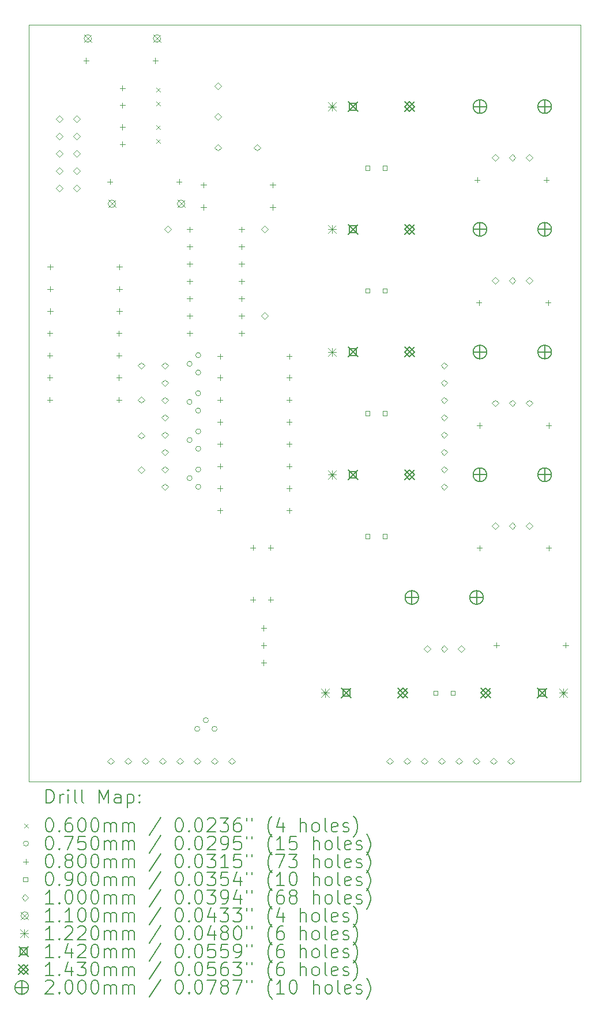
<source format=gbr>
%TF.GenerationSoftware,KiCad,Pcbnew,8.0.2-1*%
%TF.CreationDate,2024-06-17T10:03:05+02:00*%
%TF.ProjectId,distorted_daisy,64697374-6f72-4746-9564-5f6461697379,rev?*%
%TF.SameCoordinates,Original*%
%TF.FileFunction,Drillmap*%
%TF.FilePolarity,Positive*%
%FSLAX45Y45*%
G04 Gerber Fmt 4.5, Leading zero omitted, Abs format (unit mm)*
G04 Created by KiCad (PCBNEW 8.0.2-1) date 2024-06-17 10:03:05*
%MOMM*%
%LPD*%
G01*
G04 APERTURE LIST*
%ADD10C,0.100000*%
%ADD11C,0.200000*%
%ADD12C,0.110000*%
%ADD13C,0.122000*%
%ADD14C,0.142000*%
%ADD15C,0.143000*%
G04 APERTURE END LIST*
D10*
X5000000Y-5000000D02*
X13100000Y-5000000D01*
X13100000Y-16100000D01*
X5000000Y-16100000D01*
X5000000Y-5000000D01*
D11*
D10*
X6870000Y-5922740D02*
X6930000Y-5982740D01*
X6930000Y-5922740D02*
X6870000Y-5982740D01*
X6870000Y-6122740D02*
X6930000Y-6182740D01*
X6930000Y-6122740D02*
X6870000Y-6182740D01*
X6870000Y-6472740D02*
X6930000Y-6532740D01*
X6930000Y-6472740D02*
X6870000Y-6532740D01*
X6870000Y-6672740D02*
X6930000Y-6732740D01*
X6930000Y-6672740D02*
X6870000Y-6732740D01*
X7396833Y-10532000D02*
G75*
G02*
X7321833Y-10532000I-37500J0D01*
G01*
X7321833Y-10532000D02*
G75*
G02*
X7396833Y-10532000I37500J0D01*
G01*
X7397500Y-9973000D02*
G75*
G02*
X7322500Y-9973000I-37500J0D01*
G01*
X7322500Y-9973000D02*
G75*
G02*
X7397500Y-9973000I37500J0D01*
G01*
X7398167Y-11091000D02*
G75*
G02*
X7323167Y-11091000I-37500J0D01*
G01*
X7323167Y-11091000D02*
G75*
G02*
X7398167Y-11091000I37500J0D01*
G01*
X7398833Y-11650000D02*
G75*
G02*
X7323833Y-11650000I-37500J0D01*
G01*
X7323833Y-11650000D02*
G75*
G02*
X7398833Y-11650000I37500J0D01*
G01*
X7510500Y-15327000D02*
G75*
G02*
X7435500Y-15327000I-37500J0D01*
G01*
X7435500Y-15327000D02*
G75*
G02*
X7510500Y-15327000I37500J0D01*
G01*
X7523833Y-10405000D02*
G75*
G02*
X7448833Y-10405000I-37500J0D01*
G01*
X7448833Y-10405000D02*
G75*
G02*
X7523833Y-10405000I37500J0D01*
G01*
X7523833Y-10659000D02*
G75*
G02*
X7448833Y-10659000I-37500J0D01*
G01*
X7448833Y-10659000D02*
G75*
G02*
X7523833Y-10659000I37500J0D01*
G01*
X7524500Y-9846000D02*
G75*
G02*
X7449500Y-9846000I-37500J0D01*
G01*
X7449500Y-9846000D02*
G75*
G02*
X7524500Y-9846000I37500J0D01*
G01*
X7524500Y-10100000D02*
G75*
G02*
X7449500Y-10100000I-37500J0D01*
G01*
X7449500Y-10100000D02*
G75*
G02*
X7524500Y-10100000I37500J0D01*
G01*
X7525167Y-10964000D02*
G75*
G02*
X7450167Y-10964000I-37500J0D01*
G01*
X7450167Y-10964000D02*
G75*
G02*
X7525167Y-10964000I37500J0D01*
G01*
X7525167Y-11218000D02*
G75*
G02*
X7450167Y-11218000I-37500J0D01*
G01*
X7450167Y-11218000D02*
G75*
G02*
X7525167Y-11218000I37500J0D01*
G01*
X7525833Y-11523000D02*
G75*
G02*
X7450833Y-11523000I-37500J0D01*
G01*
X7450833Y-11523000D02*
G75*
G02*
X7525833Y-11523000I37500J0D01*
G01*
X7525833Y-11777000D02*
G75*
G02*
X7450833Y-11777000I-37500J0D01*
G01*
X7450833Y-11777000D02*
G75*
G02*
X7525833Y-11777000I37500J0D01*
G01*
X7637500Y-15200000D02*
G75*
G02*
X7562500Y-15200000I-37500J0D01*
G01*
X7562500Y-15200000D02*
G75*
G02*
X7637500Y-15200000I37500J0D01*
G01*
X7764500Y-15327000D02*
G75*
G02*
X7689500Y-15327000I-37500J0D01*
G01*
X7689500Y-15327000D02*
G75*
G02*
X7764500Y-15327000I37500J0D01*
G01*
X5309000Y-9485000D02*
X5309000Y-9565000D01*
X5269000Y-9525000D02*
X5349000Y-9525000D01*
X5309000Y-9810000D02*
X5309000Y-9890000D01*
X5269000Y-9850000D02*
X5349000Y-9850000D01*
X5309000Y-10135000D02*
X5309000Y-10215000D01*
X5269000Y-10175000D02*
X5349000Y-10175000D01*
X5309000Y-10460000D02*
X5309000Y-10540000D01*
X5269000Y-10500000D02*
X5349000Y-10500000D01*
X5312000Y-8510000D02*
X5312000Y-8590000D01*
X5272000Y-8550000D02*
X5352000Y-8550000D01*
X5312000Y-8835000D02*
X5312000Y-8915000D01*
X5272000Y-8875000D02*
X5352000Y-8875000D01*
X5312000Y-9160000D02*
X5312000Y-9240000D01*
X5272000Y-9200000D02*
X5352000Y-9200000D01*
X5842000Y-5485000D02*
X5842000Y-5565000D01*
X5802000Y-5525000D02*
X5882000Y-5525000D01*
X6192000Y-7260000D02*
X6192000Y-7340000D01*
X6152000Y-7300000D02*
X6232000Y-7300000D01*
X6325000Y-9485000D02*
X6325000Y-9565000D01*
X6285000Y-9525000D02*
X6365000Y-9525000D01*
X6325000Y-9810000D02*
X6325000Y-9890000D01*
X6285000Y-9850000D02*
X6365000Y-9850000D01*
X6325000Y-10135000D02*
X6325000Y-10215000D01*
X6285000Y-10175000D02*
X6365000Y-10175000D01*
X6325000Y-10460000D02*
X6325000Y-10540000D01*
X6285000Y-10500000D02*
X6365000Y-10500000D01*
X6328000Y-8510000D02*
X6328000Y-8590000D01*
X6288000Y-8550000D02*
X6368000Y-8550000D01*
X6328000Y-8835000D02*
X6328000Y-8915000D01*
X6288000Y-8875000D02*
X6368000Y-8875000D01*
X6328000Y-9160000D02*
X6328000Y-9240000D01*
X6288000Y-9200000D02*
X6368000Y-9200000D01*
X6375000Y-5889489D02*
X6375000Y-5969489D01*
X6335000Y-5929489D02*
X6415000Y-5929489D01*
X6375000Y-6139489D02*
X6375000Y-6219489D01*
X6335000Y-6179489D02*
X6415000Y-6179489D01*
X6375000Y-6460000D02*
X6375000Y-6540000D01*
X6335000Y-6500000D02*
X6415000Y-6500000D01*
X6375000Y-6710000D02*
X6375000Y-6790000D01*
X6335000Y-6750000D02*
X6415000Y-6750000D01*
X6858000Y-5485000D02*
X6858000Y-5565000D01*
X6818000Y-5525000D02*
X6898000Y-5525000D01*
X7208000Y-7260000D02*
X7208000Y-7340000D01*
X7168000Y-7300000D02*
X7248000Y-7300000D01*
X7363000Y-7961000D02*
X7363000Y-8041000D01*
X7323000Y-8001000D02*
X7403000Y-8001000D01*
X7363000Y-8215000D02*
X7363000Y-8295000D01*
X7323000Y-8255000D02*
X7403000Y-8255000D01*
X7363000Y-8469000D02*
X7363000Y-8549000D01*
X7323000Y-8509000D02*
X7403000Y-8509000D01*
X7363000Y-8723000D02*
X7363000Y-8803000D01*
X7323000Y-8763000D02*
X7403000Y-8763000D01*
X7363000Y-8977000D02*
X7363000Y-9057000D01*
X7323000Y-9017000D02*
X7403000Y-9017000D01*
X7363000Y-9231000D02*
X7363000Y-9311000D01*
X7323000Y-9271000D02*
X7403000Y-9271000D01*
X7363000Y-9485000D02*
X7363000Y-9565000D01*
X7323000Y-9525000D02*
X7403000Y-9525000D01*
X7567000Y-7310000D02*
X7567000Y-7390000D01*
X7527000Y-7350000D02*
X7607000Y-7350000D01*
X7567000Y-7635000D02*
X7567000Y-7715000D01*
X7527000Y-7675000D02*
X7607000Y-7675000D01*
X7808333Y-9822500D02*
X7808333Y-9902500D01*
X7768333Y-9862500D02*
X7848333Y-9862500D01*
X7808333Y-10135000D02*
X7808333Y-10215000D01*
X7768333Y-10175000D02*
X7848333Y-10175000D01*
X7808333Y-10460000D02*
X7808333Y-10540000D01*
X7768333Y-10500000D02*
X7848333Y-10500000D01*
X7808333Y-10785000D02*
X7808333Y-10865000D01*
X7768333Y-10825000D02*
X7848333Y-10825000D01*
X7808333Y-11110000D02*
X7808333Y-11190000D01*
X7768333Y-11150000D02*
X7848333Y-11150000D01*
X7808333Y-11435000D02*
X7808333Y-11515000D01*
X7768333Y-11475000D02*
X7848333Y-11475000D01*
X7808333Y-11760000D02*
X7808333Y-11840000D01*
X7768333Y-11800000D02*
X7848333Y-11800000D01*
X7808333Y-12085000D02*
X7808333Y-12165000D01*
X7768333Y-12125000D02*
X7848333Y-12125000D01*
X8125000Y-7961000D02*
X8125000Y-8041000D01*
X8085000Y-8001000D02*
X8165000Y-8001000D01*
X8125000Y-8215000D02*
X8125000Y-8295000D01*
X8085000Y-8255000D02*
X8165000Y-8255000D01*
X8125000Y-8469000D02*
X8125000Y-8549000D01*
X8085000Y-8509000D02*
X8165000Y-8509000D01*
X8125000Y-8723000D02*
X8125000Y-8803000D01*
X8085000Y-8763000D02*
X8165000Y-8763000D01*
X8125000Y-8977000D02*
X8125000Y-9057000D01*
X8085000Y-9017000D02*
X8165000Y-9017000D01*
X8125000Y-9231000D02*
X8125000Y-9311000D01*
X8085000Y-9271000D02*
X8165000Y-9271000D01*
X8125000Y-9485000D02*
X8125000Y-9565000D01*
X8085000Y-9525000D02*
X8165000Y-9525000D01*
X8290000Y-12629000D02*
X8290000Y-12709000D01*
X8250000Y-12669000D02*
X8330000Y-12669000D01*
X8290000Y-13391000D02*
X8290000Y-13471000D01*
X8250000Y-13431000D02*
X8330000Y-13431000D01*
X8450000Y-13810000D02*
X8450000Y-13890000D01*
X8410000Y-13850000D02*
X8490000Y-13850000D01*
X8450000Y-14064000D02*
X8450000Y-14144000D01*
X8410000Y-14104000D02*
X8490000Y-14104000D01*
X8450000Y-14318000D02*
X8450000Y-14398000D01*
X8410000Y-14358000D02*
X8490000Y-14358000D01*
X8550000Y-12629000D02*
X8550000Y-12709000D01*
X8510000Y-12669000D02*
X8590000Y-12669000D01*
X8550000Y-13391000D02*
X8550000Y-13471000D01*
X8510000Y-13431000D02*
X8590000Y-13431000D01*
X8583000Y-7310000D02*
X8583000Y-7390000D01*
X8543000Y-7350000D02*
X8623000Y-7350000D01*
X8583000Y-7635000D02*
X8583000Y-7715000D01*
X8543000Y-7675000D02*
X8623000Y-7675000D01*
X8824333Y-9822500D02*
X8824333Y-9902500D01*
X8784333Y-9862500D02*
X8864333Y-9862500D01*
X8824333Y-10135000D02*
X8824333Y-10215000D01*
X8784333Y-10175000D02*
X8864333Y-10175000D01*
X8824333Y-10460000D02*
X8824333Y-10540000D01*
X8784333Y-10500000D02*
X8864333Y-10500000D01*
X8824333Y-10785000D02*
X8824333Y-10865000D01*
X8784333Y-10825000D02*
X8864333Y-10825000D01*
X8824333Y-11110000D02*
X8824333Y-11190000D01*
X8784333Y-11150000D02*
X8864333Y-11150000D01*
X8824333Y-11435000D02*
X8824333Y-11515000D01*
X8784333Y-11475000D02*
X8864333Y-11475000D01*
X8824333Y-11760000D02*
X8824333Y-11840000D01*
X8784333Y-11800000D02*
X8864333Y-11800000D01*
X8824333Y-12085000D02*
X8824333Y-12165000D01*
X8784333Y-12125000D02*
X8864333Y-12125000D01*
X11584000Y-7235000D02*
X11584000Y-7315000D01*
X11544000Y-7275000D02*
X11624000Y-7275000D01*
X11609000Y-9035000D02*
X11609000Y-9115000D01*
X11569000Y-9075000D02*
X11649000Y-9075000D01*
X11617000Y-10835000D02*
X11617000Y-10915000D01*
X11577000Y-10875000D02*
X11657000Y-10875000D01*
X11617000Y-12635000D02*
X11617000Y-12715000D01*
X11577000Y-12675000D02*
X11657000Y-12675000D01*
X11867000Y-14060000D02*
X11867000Y-14140000D01*
X11827000Y-14100000D02*
X11907000Y-14100000D01*
X12600000Y-7235000D02*
X12600000Y-7315000D01*
X12560000Y-7275000D02*
X12640000Y-7275000D01*
X12625000Y-9035000D02*
X12625000Y-9115000D01*
X12585000Y-9075000D02*
X12665000Y-9075000D01*
X12633000Y-10835000D02*
X12633000Y-10915000D01*
X12593000Y-10875000D02*
X12673000Y-10875000D01*
X12633000Y-12635000D02*
X12633000Y-12715000D01*
X12593000Y-12675000D02*
X12673000Y-12675000D01*
X12883000Y-14060000D02*
X12883000Y-14140000D01*
X12843000Y-14100000D02*
X12923000Y-14100000D01*
X10004820Y-7131820D02*
X10004820Y-7068180D01*
X9941180Y-7068180D01*
X9941180Y-7131820D01*
X10004820Y-7131820D01*
X10004820Y-8931820D02*
X10004820Y-8868180D01*
X9941180Y-8868180D01*
X9941180Y-8931820D01*
X10004820Y-8931820D01*
X10004820Y-10731820D02*
X10004820Y-10668180D01*
X9941180Y-10668180D01*
X9941180Y-10731820D01*
X10004820Y-10731820D01*
X10004820Y-12531820D02*
X10004820Y-12468180D01*
X9941180Y-12468180D01*
X9941180Y-12531820D01*
X10004820Y-12531820D01*
X10258820Y-7131820D02*
X10258820Y-7068180D01*
X10195180Y-7068180D01*
X10195180Y-7131820D01*
X10258820Y-7131820D01*
X10258820Y-8931820D02*
X10258820Y-8868180D01*
X10195180Y-8868180D01*
X10195180Y-8931820D01*
X10258820Y-8931820D01*
X10258820Y-10731820D02*
X10258820Y-10668180D01*
X10195180Y-10668180D01*
X10195180Y-10731820D01*
X10258820Y-10731820D01*
X10258820Y-12531820D02*
X10258820Y-12468180D01*
X10195180Y-12468180D01*
X10195180Y-12531820D01*
X10258820Y-12531820D01*
X11004820Y-14831820D02*
X11004820Y-14768180D01*
X10941180Y-14768180D01*
X10941180Y-14831820D01*
X11004820Y-14831820D01*
X11258820Y-14831820D02*
X11258820Y-14768180D01*
X11195180Y-14768180D01*
X11195180Y-14831820D01*
X11258820Y-14831820D01*
X5446000Y-6434000D02*
X5496000Y-6384000D01*
X5446000Y-6334000D01*
X5396000Y-6384000D01*
X5446000Y-6434000D01*
X5446000Y-6688000D02*
X5496000Y-6638000D01*
X5446000Y-6588000D01*
X5396000Y-6638000D01*
X5446000Y-6688000D01*
X5446000Y-6942000D02*
X5496000Y-6892000D01*
X5446000Y-6842000D01*
X5396000Y-6892000D01*
X5446000Y-6942000D01*
X5446000Y-7196000D02*
X5496000Y-7146000D01*
X5446000Y-7096000D01*
X5396000Y-7146000D01*
X5446000Y-7196000D01*
X5446000Y-7450000D02*
X5496000Y-7400000D01*
X5446000Y-7350000D01*
X5396000Y-7400000D01*
X5446000Y-7450000D01*
X5700000Y-6434000D02*
X5750000Y-6384000D01*
X5700000Y-6334000D01*
X5650000Y-6384000D01*
X5700000Y-6434000D01*
X5700000Y-6688000D02*
X5750000Y-6638000D01*
X5700000Y-6588000D01*
X5650000Y-6638000D01*
X5700000Y-6688000D01*
X5700000Y-6942000D02*
X5750000Y-6892000D01*
X5700000Y-6842000D01*
X5650000Y-6892000D01*
X5700000Y-6942000D01*
X5700000Y-7196000D02*
X5750000Y-7146000D01*
X5700000Y-7096000D01*
X5650000Y-7146000D01*
X5700000Y-7196000D01*
X5700000Y-7450000D02*
X5750000Y-7400000D01*
X5700000Y-7350000D01*
X5650000Y-7400000D01*
X5700000Y-7450000D01*
X6200000Y-15850000D02*
X6250000Y-15800000D01*
X6200000Y-15750000D01*
X6150000Y-15800000D01*
X6200000Y-15850000D01*
X6454000Y-15850000D02*
X6504000Y-15800000D01*
X6454000Y-15750000D01*
X6404000Y-15800000D01*
X6454000Y-15850000D01*
X6650000Y-10050000D02*
X6700000Y-10000000D01*
X6650000Y-9950000D01*
X6600000Y-10000000D01*
X6650000Y-10050000D01*
X6650000Y-10550000D02*
X6700000Y-10500000D01*
X6650000Y-10450000D01*
X6600000Y-10500000D01*
X6650000Y-10550000D01*
X6650000Y-11075000D02*
X6700000Y-11025000D01*
X6650000Y-10975000D01*
X6600000Y-11025000D01*
X6650000Y-11075000D01*
X6650000Y-11575000D02*
X6700000Y-11525000D01*
X6650000Y-11475000D01*
X6600000Y-11525000D01*
X6650000Y-11575000D01*
X6708000Y-15850000D02*
X6758000Y-15800000D01*
X6708000Y-15750000D01*
X6658000Y-15800000D01*
X6708000Y-15850000D01*
X6962000Y-15850000D02*
X7012000Y-15800000D01*
X6962000Y-15750000D01*
X6912000Y-15800000D01*
X6962000Y-15850000D01*
X7000000Y-10050000D02*
X7050000Y-10000000D01*
X7000000Y-9950000D01*
X6950000Y-10000000D01*
X7000000Y-10050000D01*
X7000000Y-10304000D02*
X7050000Y-10254000D01*
X7000000Y-10204000D01*
X6950000Y-10254000D01*
X7000000Y-10304000D01*
X7000000Y-10558000D02*
X7050000Y-10508000D01*
X7000000Y-10458000D01*
X6950000Y-10508000D01*
X7000000Y-10558000D01*
X7000000Y-10812000D02*
X7050000Y-10762000D01*
X7000000Y-10712000D01*
X6950000Y-10762000D01*
X7000000Y-10812000D01*
X7000000Y-11066000D02*
X7050000Y-11016000D01*
X7000000Y-10966000D01*
X6950000Y-11016000D01*
X7000000Y-11066000D01*
X7000000Y-11320000D02*
X7050000Y-11270000D01*
X7000000Y-11220000D01*
X6950000Y-11270000D01*
X7000000Y-11320000D01*
X7000000Y-11574000D02*
X7050000Y-11524000D01*
X7000000Y-11474000D01*
X6950000Y-11524000D01*
X7000000Y-11574000D01*
X7000000Y-11828000D02*
X7050000Y-11778000D01*
X7000000Y-11728000D01*
X6950000Y-11778000D01*
X7000000Y-11828000D01*
X7040000Y-8050000D02*
X7090000Y-8000000D01*
X7040000Y-7950000D01*
X6990000Y-8000000D01*
X7040000Y-8050000D01*
X7216000Y-15850000D02*
X7266000Y-15800000D01*
X7216000Y-15750000D01*
X7166000Y-15800000D01*
X7216000Y-15850000D01*
X7470000Y-15850000D02*
X7520000Y-15800000D01*
X7470000Y-15750000D01*
X7420000Y-15800000D01*
X7470000Y-15850000D01*
X7724000Y-15850000D02*
X7774000Y-15800000D01*
X7724000Y-15750000D01*
X7674000Y-15800000D01*
X7724000Y-15850000D01*
X7775000Y-5950000D02*
X7825000Y-5900000D01*
X7775000Y-5850000D01*
X7725000Y-5900000D01*
X7775000Y-5950000D01*
X7775000Y-6400000D02*
X7825000Y-6350000D01*
X7775000Y-6300000D01*
X7725000Y-6350000D01*
X7775000Y-6400000D01*
X7775000Y-6850000D02*
X7825000Y-6800000D01*
X7775000Y-6750000D01*
X7725000Y-6800000D01*
X7775000Y-6850000D01*
X7978000Y-15850000D02*
X8028000Y-15800000D01*
X7978000Y-15750000D01*
X7928000Y-15800000D01*
X7978000Y-15850000D01*
X8350000Y-6850000D02*
X8400000Y-6800000D01*
X8350000Y-6750000D01*
X8300000Y-6800000D01*
X8350000Y-6850000D01*
X8460000Y-8050000D02*
X8510000Y-8000000D01*
X8460000Y-7950000D01*
X8410000Y-8000000D01*
X8460000Y-8050000D01*
X8460000Y-9320000D02*
X8510000Y-9270000D01*
X8460000Y-9220000D01*
X8410000Y-9270000D01*
X8460000Y-9320000D01*
X10300000Y-15850000D02*
X10350000Y-15800000D01*
X10300000Y-15750000D01*
X10250000Y-15800000D01*
X10300000Y-15850000D01*
X10554000Y-15850000D02*
X10604000Y-15800000D01*
X10554000Y-15750000D01*
X10504000Y-15800000D01*
X10554000Y-15850000D01*
X10808000Y-15850000D02*
X10858000Y-15800000D01*
X10808000Y-15750000D01*
X10758000Y-15800000D01*
X10808000Y-15850000D01*
X10850000Y-14200000D02*
X10900000Y-14150000D01*
X10850000Y-14100000D01*
X10800000Y-14150000D01*
X10850000Y-14200000D01*
X11062000Y-15850000D02*
X11112000Y-15800000D01*
X11062000Y-15750000D01*
X11012000Y-15800000D01*
X11062000Y-15850000D01*
X11100000Y-10050000D02*
X11150000Y-10000000D01*
X11100000Y-9950000D01*
X11050000Y-10000000D01*
X11100000Y-10050000D01*
X11100000Y-10304000D02*
X11150000Y-10254000D01*
X11100000Y-10204000D01*
X11050000Y-10254000D01*
X11100000Y-10304000D01*
X11100000Y-10558000D02*
X11150000Y-10508000D01*
X11100000Y-10458000D01*
X11050000Y-10508000D01*
X11100000Y-10558000D01*
X11100000Y-10812000D02*
X11150000Y-10762000D01*
X11100000Y-10712000D01*
X11050000Y-10762000D01*
X11100000Y-10812000D01*
X11100000Y-11066000D02*
X11150000Y-11016000D01*
X11100000Y-10966000D01*
X11050000Y-11016000D01*
X11100000Y-11066000D01*
X11100000Y-11320000D02*
X11150000Y-11270000D01*
X11100000Y-11220000D01*
X11050000Y-11270000D01*
X11100000Y-11320000D01*
X11100000Y-11574000D02*
X11150000Y-11524000D01*
X11100000Y-11474000D01*
X11050000Y-11524000D01*
X11100000Y-11574000D01*
X11100000Y-11828000D02*
X11150000Y-11778000D01*
X11100000Y-11728000D01*
X11050000Y-11778000D01*
X11100000Y-11828000D01*
X11100000Y-14200000D02*
X11150000Y-14150000D01*
X11100000Y-14100000D01*
X11050000Y-14150000D01*
X11100000Y-14200000D01*
X11316000Y-15850000D02*
X11366000Y-15800000D01*
X11316000Y-15750000D01*
X11266000Y-15800000D01*
X11316000Y-15850000D01*
X11350000Y-14200000D02*
X11400000Y-14150000D01*
X11350000Y-14100000D01*
X11300000Y-14150000D01*
X11350000Y-14200000D01*
X11570000Y-15850000D02*
X11620000Y-15800000D01*
X11570000Y-15750000D01*
X11520000Y-15800000D01*
X11570000Y-15850000D01*
X11824000Y-15850000D02*
X11874000Y-15800000D01*
X11824000Y-15750000D01*
X11774000Y-15800000D01*
X11824000Y-15850000D01*
X11850000Y-7000000D02*
X11900000Y-6950000D01*
X11850000Y-6900000D01*
X11800000Y-6950000D01*
X11850000Y-7000000D01*
X11850000Y-8800000D02*
X11900000Y-8750000D01*
X11850000Y-8700000D01*
X11800000Y-8750000D01*
X11850000Y-8800000D01*
X11850000Y-10600000D02*
X11900000Y-10550000D01*
X11850000Y-10500000D01*
X11800000Y-10550000D01*
X11850000Y-10600000D01*
X11850000Y-12400000D02*
X11900000Y-12350000D01*
X11850000Y-12300000D01*
X11800000Y-12350000D01*
X11850000Y-12400000D01*
X12078000Y-15850000D02*
X12128000Y-15800000D01*
X12078000Y-15750000D01*
X12028000Y-15800000D01*
X12078000Y-15850000D01*
X12100000Y-7000000D02*
X12150000Y-6950000D01*
X12100000Y-6900000D01*
X12050000Y-6950000D01*
X12100000Y-7000000D01*
X12100000Y-8800000D02*
X12150000Y-8750000D01*
X12100000Y-8700000D01*
X12050000Y-8750000D01*
X12100000Y-8800000D01*
X12100000Y-10600000D02*
X12150000Y-10550000D01*
X12100000Y-10500000D01*
X12050000Y-10550000D01*
X12100000Y-10600000D01*
X12100000Y-12400000D02*
X12150000Y-12350000D01*
X12100000Y-12300000D01*
X12050000Y-12350000D01*
X12100000Y-12400000D01*
X12350000Y-7000000D02*
X12400000Y-6950000D01*
X12350000Y-6900000D01*
X12300000Y-6950000D01*
X12350000Y-7000000D01*
X12350000Y-8800000D02*
X12400000Y-8750000D01*
X12350000Y-8700000D01*
X12300000Y-8750000D01*
X12350000Y-8800000D01*
X12350000Y-10600000D02*
X12400000Y-10550000D01*
X12350000Y-10500000D01*
X12300000Y-10550000D01*
X12350000Y-10600000D01*
X12350000Y-12400000D02*
X12400000Y-12350000D01*
X12350000Y-12300000D01*
X12300000Y-12350000D01*
X12350000Y-12400000D01*
D12*
X5812000Y-5145000D02*
X5922000Y-5255000D01*
X5922000Y-5145000D02*
X5812000Y-5255000D01*
X5922000Y-5200000D02*
G75*
G02*
X5812000Y-5200000I-55000J0D01*
G01*
X5812000Y-5200000D02*
G75*
G02*
X5922000Y-5200000I55000J0D01*
G01*
X6165000Y-7570000D02*
X6275000Y-7680000D01*
X6275000Y-7570000D02*
X6165000Y-7680000D01*
X6275000Y-7625000D02*
G75*
G02*
X6165000Y-7625000I-55000J0D01*
G01*
X6165000Y-7625000D02*
G75*
G02*
X6275000Y-7625000I55000J0D01*
G01*
X6828000Y-5145000D02*
X6938000Y-5255000D01*
X6938000Y-5145000D02*
X6828000Y-5255000D01*
X6938000Y-5200000D02*
G75*
G02*
X6828000Y-5200000I-55000J0D01*
G01*
X6828000Y-5200000D02*
G75*
G02*
X6938000Y-5200000I55000J0D01*
G01*
X7181000Y-7570000D02*
X7291000Y-7680000D01*
X7291000Y-7570000D02*
X7181000Y-7680000D01*
X7291000Y-7625000D02*
G75*
G02*
X7181000Y-7625000I-55000J0D01*
G01*
X7181000Y-7625000D02*
G75*
G02*
X7291000Y-7625000I55000J0D01*
G01*
D13*
X9291000Y-14739000D02*
X9413000Y-14861000D01*
X9413000Y-14739000D02*
X9291000Y-14861000D01*
X9352000Y-14739000D02*
X9352000Y-14861000D01*
X9291000Y-14800000D02*
X9413000Y-14800000D01*
X9391000Y-6139000D02*
X9513000Y-6261000D01*
X9513000Y-6139000D02*
X9391000Y-6261000D01*
X9452000Y-6139000D02*
X9452000Y-6261000D01*
X9391000Y-6200000D02*
X9513000Y-6200000D01*
X9391000Y-7939000D02*
X9513000Y-8061000D01*
X9513000Y-7939000D02*
X9391000Y-8061000D01*
X9452000Y-7939000D02*
X9452000Y-8061000D01*
X9391000Y-8000000D02*
X9513000Y-8000000D01*
X9391000Y-9739000D02*
X9513000Y-9861000D01*
X9513000Y-9739000D02*
X9391000Y-9861000D01*
X9452000Y-9739000D02*
X9452000Y-9861000D01*
X9391000Y-9800000D02*
X9513000Y-9800000D01*
X9391000Y-11539000D02*
X9513000Y-11661000D01*
X9513000Y-11539000D02*
X9391000Y-11661000D01*
X9452000Y-11539000D02*
X9452000Y-11661000D01*
X9391000Y-11600000D02*
X9513000Y-11600000D01*
X12787000Y-14739000D02*
X12909000Y-14861000D01*
X12909000Y-14739000D02*
X12787000Y-14861000D01*
X12848000Y-14739000D02*
X12848000Y-14861000D01*
X12787000Y-14800000D02*
X12909000Y-14800000D01*
D14*
X9591000Y-14729000D02*
X9733000Y-14871000D01*
X9733000Y-14729000D02*
X9591000Y-14871000D01*
X9712205Y-14850205D02*
X9712205Y-14749795D01*
X9611795Y-14749795D01*
X9611795Y-14850205D01*
X9712205Y-14850205D01*
X9691000Y-6129000D02*
X9833000Y-6271000D01*
X9833000Y-6129000D02*
X9691000Y-6271000D01*
X9812205Y-6250205D02*
X9812205Y-6149795D01*
X9711795Y-6149795D01*
X9711795Y-6250205D01*
X9812205Y-6250205D01*
X9691000Y-7929000D02*
X9833000Y-8071000D01*
X9833000Y-7929000D02*
X9691000Y-8071000D01*
X9812205Y-8050205D02*
X9812205Y-7949795D01*
X9711795Y-7949795D01*
X9711795Y-8050205D01*
X9812205Y-8050205D01*
X9691000Y-9729000D02*
X9833000Y-9871000D01*
X9833000Y-9729000D02*
X9691000Y-9871000D01*
X9812205Y-9850205D02*
X9812205Y-9749795D01*
X9711795Y-9749795D01*
X9711795Y-9850205D01*
X9812205Y-9850205D01*
X9691000Y-11529000D02*
X9833000Y-11671000D01*
X9833000Y-11529000D02*
X9691000Y-11671000D01*
X9812205Y-11650205D02*
X9812205Y-11549795D01*
X9711795Y-11549795D01*
X9711795Y-11650205D01*
X9812205Y-11650205D01*
X12467000Y-14729000D02*
X12609000Y-14871000D01*
X12609000Y-14729000D02*
X12467000Y-14871000D01*
X12588205Y-14850205D02*
X12588205Y-14749795D01*
X12487795Y-14749795D01*
X12487795Y-14850205D01*
X12588205Y-14850205D01*
D15*
X10420500Y-14728500D02*
X10563500Y-14871500D01*
X10563500Y-14728500D02*
X10420500Y-14871500D01*
X10492000Y-14871500D02*
X10563500Y-14800000D01*
X10492000Y-14728500D01*
X10420500Y-14800000D01*
X10492000Y-14871500D01*
X10520500Y-6128500D02*
X10663500Y-6271500D01*
X10663500Y-6128500D02*
X10520500Y-6271500D01*
X10592000Y-6271500D02*
X10663500Y-6200000D01*
X10592000Y-6128500D01*
X10520500Y-6200000D01*
X10592000Y-6271500D01*
X10520500Y-7928500D02*
X10663500Y-8071500D01*
X10663500Y-7928500D02*
X10520500Y-8071500D01*
X10592000Y-8071500D02*
X10663500Y-8000000D01*
X10592000Y-7928500D01*
X10520500Y-8000000D01*
X10592000Y-8071500D01*
X10520500Y-9728500D02*
X10663500Y-9871500D01*
X10663500Y-9728500D02*
X10520500Y-9871500D01*
X10592000Y-9871500D02*
X10663500Y-9800000D01*
X10592000Y-9728500D01*
X10520500Y-9800000D01*
X10592000Y-9871500D01*
X10520500Y-11528500D02*
X10663500Y-11671500D01*
X10663500Y-11528500D02*
X10520500Y-11671500D01*
X10592000Y-11671500D02*
X10663500Y-11600000D01*
X10592000Y-11528500D01*
X10520500Y-11600000D01*
X10592000Y-11671500D01*
X11636500Y-14728500D02*
X11779500Y-14871500D01*
X11779500Y-14728500D02*
X11636500Y-14871500D01*
X11708000Y-14871500D02*
X11779500Y-14800000D01*
X11708000Y-14728500D01*
X11636500Y-14800000D01*
X11708000Y-14871500D01*
D11*
X10625000Y-13300000D02*
X10625000Y-13500000D01*
X10525000Y-13400000D02*
X10725000Y-13400000D01*
X10725000Y-13400000D02*
G75*
G02*
X10525000Y-13400000I-100000J0D01*
G01*
X10525000Y-13400000D02*
G75*
G02*
X10725000Y-13400000I100000J0D01*
G01*
X11575000Y-13300000D02*
X11575000Y-13500000D01*
X11475000Y-13400000D02*
X11675000Y-13400000D01*
X11675000Y-13400000D02*
G75*
G02*
X11475000Y-13400000I-100000J0D01*
G01*
X11475000Y-13400000D02*
G75*
G02*
X11675000Y-13400000I100000J0D01*
G01*
X11625000Y-6100000D02*
X11625000Y-6300000D01*
X11525000Y-6200000D02*
X11725000Y-6200000D01*
X11725000Y-6200000D02*
G75*
G02*
X11525000Y-6200000I-100000J0D01*
G01*
X11525000Y-6200000D02*
G75*
G02*
X11725000Y-6200000I100000J0D01*
G01*
X11625000Y-7900000D02*
X11625000Y-8100000D01*
X11525000Y-8000000D02*
X11725000Y-8000000D01*
X11725000Y-8000000D02*
G75*
G02*
X11525000Y-8000000I-100000J0D01*
G01*
X11525000Y-8000000D02*
G75*
G02*
X11725000Y-8000000I100000J0D01*
G01*
X11625000Y-9700000D02*
X11625000Y-9900000D01*
X11525000Y-9800000D02*
X11725000Y-9800000D01*
X11725000Y-9800000D02*
G75*
G02*
X11525000Y-9800000I-100000J0D01*
G01*
X11525000Y-9800000D02*
G75*
G02*
X11725000Y-9800000I100000J0D01*
G01*
X11625000Y-11500000D02*
X11625000Y-11700000D01*
X11525000Y-11600000D02*
X11725000Y-11600000D01*
X11725000Y-11600000D02*
G75*
G02*
X11525000Y-11600000I-100000J0D01*
G01*
X11525000Y-11600000D02*
G75*
G02*
X11725000Y-11600000I100000J0D01*
G01*
X12575000Y-6100000D02*
X12575000Y-6300000D01*
X12475000Y-6200000D02*
X12675000Y-6200000D01*
X12675000Y-6200000D02*
G75*
G02*
X12475000Y-6200000I-100000J0D01*
G01*
X12475000Y-6200000D02*
G75*
G02*
X12675000Y-6200000I100000J0D01*
G01*
X12575000Y-7900000D02*
X12575000Y-8100000D01*
X12475000Y-8000000D02*
X12675000Y-8000000D01*
X12675000Y-8000000D02*
G75*
G02*
X12475000Y-8000000I-100000J0D01*
G01*
X12475000Y-8000000D02*
G75*
G02*
X12675000Y-8000000I100000J0D01*
G01*
X12575000Y-9700000D02*
X12575000Y-9900000D01*
X12475000Y-9800000D02*
X12675000Y-9800000D01*
X12675000Y-9800000D02*
G75*
G02*
X12475000Y-9800000I-100000J0D01*
G01*
X12475000Y-9800000D02*
G75*
G02*
X12675000Y-9800000I100000J0D01*
G01*
X12575000Y-11500000D02*
X12575000Y-11700000D01*
X12475000Y-11600000D02*
X12675000Y-11600000D01*
X12675000Y-11600000D02*
G75*
G02*
X12475000Y-11600000I-100000J0D01*
G01*
X12475000Y-11600000D02*
G75*
G02*
X12675000Y-11600000I100000J0D01*
G01*
X5255777Y-16416484D02*
X5255777Y-16216484D01*
X5255777Y-16216484D02*
X5303396Y-16216484D01*
X5303396Y-16216484D02*
X5331967Y-16226008D01*
X5331967Y-16226008D02*
X5351015Y-16245055D01*
X5351015Y-16245055D02*
X5360539Y-16264103D01*
X5360539Y-16264103D02*
X5370063Y-16302198D01*
X5370063Y-16302198D02*
X5370063Y-16330769D01*
X5370063Y-16330769D02*
X5360539Y-16368865D01*
X5360539Y-16368865D02*
X5351015Y-16387912D01*
X5351015Y-16387912D02*
X5331967Y-16406960D01*
X5331967Y-16406960D02*
X5303396Y-16416484D01*
X5303396Y-16416484D02*
X5255777Y-16416484D01*
X5455777Y-16416484D02*
X5455777Y-16283150D01*
X5455777Y-16321246D02*
X5465301Y-16302198D01*
X5465301Y-16302198D02*
X5474824Y-16292674D01*
X5474824Y-16292674D02*
X5493872Y-16283150D01*
X5493872Y-16283150D02*
X5512920Y-16283150D01*
X5579586Y-16416484D02*
X5579586Y-16283150D01*
X5579586Y-16216484D02*
X5570063Y-16226008D01*
X5570063Y-16226008D02*
X5579586Y-16235531D01*
X5579586Y-16235531D02*
X5589110Y-16226008D01*
X5589110Y-16226008D02*
X5579586Y-16216484D01*
X5579586Y-16216484D02*
X5579586Y-16235531D01*
X5703396Y-16416484D02*
X5684348Y-16406960D01*
X5684348Y-16406960D02*
X5674824Y-16387912D01*
X5674824Y-16387912D02*
X5674824Y-16216484D01*
X5808158Y-16416484D02*
X5789110Y-16406960D01*
X5789110Y-16406960D02*
X5779586Y-16387912D01*
X5779586Y-16387912D02*
X5779586Y-16216484D01*
X6036729Y-16416484D02*
X6036729Y-16216484D01*
X6036729Y-16216484D02*
X6103396Y-16359341D01*
X6103396Y-16359341D02*
X6170062Y-16216484D01*
X6170062Y-16216484D02*
X6170062Y-16416484D01*
X6351015Y-16416484D02*
X6351015Y-16311722D01*
X6351015Y-16311722D02*
X6341491Y-16292674D01*
X6341491Y-16292674D02*
X6322443Y-16283150D01*
X6322443Y-16283150D02*
X6284348Y-16283150D01*
X6284348Y-16283150D02*
X6265301Y-16292674D01*
X6351015Y-16406960D02*
X6331967Y-16416484D01*
X6331967Y-16416484D02*
X6284348Y-16416484D01*
X6284348Y-16416484D02*
X6265301Y-16406960D01*
X6265301Y-16406960D02*
X6255777Y-16387912D01*
X6255777Y-16387912D02*
X6255777Y-16368865D01*
X6255777Y-16368865D02*
X6265301Y-16349817D01*
X6265301Y-16349817D02*
X6284348Y-16340293D01*
X6284348Y-16340293D02*
X6331967Y-16340293D01*
X6331967Y-16340293D02*
X6351015Y-16330769D01*
X6446253Y-16283150D02*
X6446253Y-16483150D01*
X6446253Y-16292674D02*
X6465301Y-16283150D01*
X6465301Y-16283150D02*
X6503396Y-16283150D01*
X6503396Y-16283150D02*
X6522443Y-16292674D01*
X6522443Y-16292674D02*
X6531967Y-16302198D01*
X6531967Y-16302198D02*
X6541491Y-16321246D01*
X6541491Y-16321246D02*
X6541491Y-16378388D01*
X6541491Y-16378388D02*
X6531967Y-16397436D01*
X6531967Y-16397436D02*
X6522443Y-16406960D01*
X6522443Y-16406960D02*
X6503396Y-16416484D01*
X6503396Y-16416484D02*
X6465301Y-16416484D01*
X6465301Y-16416484D02*
X6446253Y-16406960D01*
X6627205Y-16397436D02*
X6636729Y-16406960D01*
X6636729Y-16406960D02*
X6627205Y-16416484D01*
X6627205Y-16416484D02*
X6617682Y-16406960D01*
X6617682Y-16406960D02*
X6627205Y-16397436D01*
X6627205Y-16397436D02*
X6627205Y-16416484D01*
X6627205Y-16292674D02*
X6636729Y-16302198D01*
X6636729Y-16302198D02*
X6627205Y-16311722D01*
X6627205Y-16311722D02*
X6617682Y-16302198D01*
X6617682Y-16302198D02*
X6627205Y-16292674D01*
X6627205Y-16292674D02*
X6627205Y-16311722D01*
D10*
X4935000Y-16715000D02*
X4995000Y-16775000D01*
X4995000Y-16715000D02*
X4935000Y-16775000D01*
D11*
X5293872Y-16636484D02*
X5312920Y-16636484D01*
X5312920Y-16636484D02*
X5331967Y-16646008D01*
X5331967Y-16646008D02*
X5341491Y-16655531D01*
X5341491Y-16655531D02*
X5351015Y-16674579D01*
X5351015Y-16674579D02*
X5360539Y-16712674D01*
X5360539Y-16712674D02*
X5360539Y-16760293D01*
X5360539Y-16760293D02*
X5351015Y-16798389D01*
X5351015Y-16798389D02*
X5341491Y-16817436D01*
X5341491Y-16817436D02*
X5331967Y-16826960D01*
X5331967Y-16826960D02*
X5312920Y-16836484D01*
X5312920Y-16836484D02*
X5293872Y-16836484D01*
X5293872Y-16836484D02*
X5274824Y-16826960D01*
X5274824Y-16826960D02*
X5265301Y-16817436D01*
X5265301Y-16817436D02*
X5255777Y-16798389D01*
X5255777Y-16798389D02*
X5246253Y-16760293D01*
X5246253Y-16760293D02*
X5246253Y-16712674D01*
X5246253Y-16712674D02*
X5255777Y-16674579D01*
X5255777Y-16674579D02*
X5265301Y-16655531D01*
X5265301Y-16655531D02*
X5274824Y-16646008D01*
X5274824Y-16646008D02*
X5293872Y-16636484D01*
X5446253Y-16817436D02*
X5455777Y-16826960D01*
X5455777Y-16826960D02*
X5446253Y-16836484D01*
X5446253Y-16836484D02*
X5436729Y-16826960D01*
X5436729Y-16826960D02*
X5446253Y-16817436D01*
X5446253Y-16817436D02*
X5446253Y-16836484D01*
X5627205Y-16636484D02*
X5589110Y-16636484D01*
X5589110Y-16636484D02*
X5570063Y-16646008D01*
X5570063Y-16646008D02*
X5560539Y-16655531D01*
X5560539Y-16655531D02*
X5541491Y-16684103D01*
X5541491Y-16684103D02*
X5531967Y-16722198D01*
X5531967Y-16722198D02*
X5531967Y-16798389D01*
X5531967Y-16798389D02*
X5541491Y-16817436D01*
X5541491Y-16817436D02*
X5551015Y-16826960D01*
X5551015Y-16826960D02*
X5570063Y-16836484D01*
X5570063Y-16836484D02*
X5608158Y-16836484D01*
X5608158Y-16836484D02*
X5627205Y-16826960D01*
X5627205Y-16826960D02*
X5636729Y-16817436D01*
X5636729Y-16817436D02*
X5646253Y-16798389D01*
X5646253Y-16798389D02*
X5646253Y-16750769D01*
X5646253Y-16750769D02*
X5636729Y-16731722D01*
X5636729Y-16731722D02*
X5627205Y-16722198D01*
X5627205Y-16722198D02*
X5608158Y-16712674D01*
X5608158Y-16712674D02*
X5570063Y-16712674D01*
X5570063Y-16712674D02*
X5551015Y-16722198D01*
X5551015Y-16722198D02*
X5541491Y-16731722D01*
X5541491Y-16731722D02*
X5531967Y-16750769D01*
X5770062Y-16636484D02*
X5789110Y-16636484D01*
X5789110Y-16636484D02*
X5808158Y-16646008D01*
X5808158Y-16646008D02*
X5817682Y-16655531D01*
X5817682Y-16655531D02*
X5827205Y-16674579D01*
X5827205Y-16674579D02*
X5836729Y-16712674D01*
X5836729Y-16712674D02*
X5836729Y-16760293D01*
X5836729Y-16760293D02*
X5827205Y-16798389D01*
X5827205Y-16798389D02*
X5817682Y-16817436D01*
X5817682Y-16817436D02*
X5808158Y-16826960D01*
X5808158Y-16826960D02*
X5789110Y-16836484D01*
X5789110Y-16836484D02*
X5770062Y-16836484D01*
X5770062Y-16836484D02*
X5751015Y-16826960D01*
X5751015Y-16826960D02*
X5741491Y-16817436D01*
X5741491Y-16817436D02*
X5731967Y-16798389D01*
X5731967Y-16798389D02*
X5722443Y-16760293D01*
X5722443Y-16760293D02*
X5722443Y-16712674D01*
X5722443Y-16712674D02*
X5731967Y-16674579D01*
X5731967Y-16674579D02*
X5741491Y-16655531D01*
X5741491Y-16655531D02*
X5751015Y-16646008D01*
X5751015Y-16646008D02*
X5770062Y-16636484D01*
X5960539Y-16636484D02*
X5979586Y-16636484D01*
X5979586Y-16636484D02*
X5998634Y-16646008D01*
X5998634Y-16646008D02*
X6008158Y-16655531D01*
X6008158Y-16655531D02*
X6017682Y-16674579D01*
X6017682Y-16674579D02*
X6027205Y-16712674D01*
X6027205Y-16712674D02*
X6027205Y-16760293D01*
X6027205Y-16760293D02*
X6017682Y-16798389D01*
X6017682Y-16798389D02*
X6008158Y-16817436D01*
X6008158Y-16817436D02*
X5998634Y-16826960D01*
X5998634Y-16826960D02*
X5979586Y-16836484D01*
X5979586Y-16836484D02*
X5960539Y-16836484D01*
X5960539Y-16836484D02*
X5941491Y-16826960D01*
X5941491Y-16826960D02*
X5931967Y-16817436D01*
X5931967Y-16817436D02*
X5922443Y-16798389D01*
X5922443Y-16798389D02*
X5912920Y-16760293D01*
X5912920Y-16760293D02*
X5912920Y-16712674D01*
X5912920Y-16712674D02*
X5922443Y-16674579D01*
X5922443Y-16674579D02*
X5931967Y-16655531D01*
X5931967Y-16655531D02*
X5941491Y-16646008D01*
X5941491Y-16646008D02*
X5960539Y-16636484D01*
X6112920Y-16836484D02*
X6112920Y-16703150D01*
X6112920Y-16722198D02*
X6122443Y-16712674D01*
X6122443Y-16712674D02*
X6141491Y-16703150D01*
X6141491Y-16703150D02*
X6170063Y-16703150D01*
X6170063Y-16703150D02*
X6189110Y-16712674D01*
X6189110Y-16712674D02*
X6198634Y-16731722D01*
X6198634Y-16731722D02*
X6198634Y-16836484D01*
X6198634Y-16731722D02*
X6208158Y-16712674D01*
X6208158Y-16712674D02*
X6227205Y-16703150D01*
X6227205Y-16703150D02*
X6255777Y-16703150D01*
X6255777Y-16703150D02*
X6274824Y-16712674D01*
X6274824Y-16712674D02*
X6284348Y-16731722D01*
X6284348Y-16731722D02*
X6284348Y-16836484D01*
X6379586Y-16836484D02*
X6379586Y-16703150D01*
X6379586Y-16722198D02*
X6389110Y-16712674D01*
X6389110Y-16712674D02*
X6408158Y-16703150D01*
X6408158Y-16703150D02*
X6436729Y-16703150D01*
X6436729Y-16703150D02*
X6455777Y-16712674D01*
X6455777Y-16712674D02*
X6465301Y-16731722D01*
X6465301Y-16731722D02*
X6465301Y-16836484D01*
X6465301Y-16731722D02*
X6474824Y-16712674D01*
X6474824Y-16712674D02*
X6493872Y-16703150D01*
X6493872Y-16703150D02*
X6522443Y-16703150D01*
X6522443Y-16703150D02*
X6541491Y-16712674D01*
X6541491Y-16712674D02*
X6551015Y-16731722D01*
X6551015Y-16731722D02*
X6551015Y-16836484D01*
X6941491Y-16626960D02*
X6770063Y-16884103D01*
X7198634Y-16636484D02*
X7217682Y-16636484D01*
X7217682Y-16636484D02*
X7236729Y-16646008D01*
X7236729Y-16646008D02*
X7246253Y-16655531D01*
X7246253Y-16655531D02*
X7255777Y-16674579D01*
X7255777Y-16674579D02*
X7265301Y-16712674D01*
X7265301Y-16712674D02*
X7265301Y-16760293D01*
X7265301Y-16760293D02*
X7255777Y-16798389D01*
X7255777Y-16798389D02*
X7246253Y-16817436D01*
X7246253Y-16817436D02*
X7236729Y-16826960D01*
X7236729Y-16826960D02*
X7217682Y-16836484D01*
X7217682Y-16836484D02*
X7198634Y-16836484D01*
X7198634Y-16836484D02*
X7179586Y-16826960D01*
X7179586Y-16826960D02*
X7170063Y-16817436D01*
X7170063Y-16817436D02*
X7160539Y-16798389D01*
X7160539Y-16798389D02*
X7151015Y-16760293D01*
X7151015Y-16760293D02*
X7151015Y-16712674D01*
X7151015Y-16712674D02*
X7160539Y-16674579D01*
X7160539Y-16674579D02*
X7170063Y-16655531D01*
X7170063Y-16655531D02*
X7179586Y-16646008D01*
X7179586Y-16646008D02*
X7198634Y-16636484D01*
X7351015Y-16817436D02*
X7360539Y-16826960D01*
X7360539Y-16826960D02*
X7351015Y-16836484D01*
X7351015Y-16836484D02*
X7341491Y-16826960D01*
X7341491Y-16826960D02*
X7351015Y-16817436D01*
X7351015Y-16817436D02*
X7351015Y-16836484D01*
X7484348Y-16636484D02*
X7503396Y-16636484D01*
X7503396Y-16636484D02*
X7522444Y-16646008D01*
X7522444Y-16646008D02*
X7531967Y-16655531D01*
X7531967Y-16655531D02*
X7541491Y-16674579D01*
X7541491Y-16674579D02*
X7551015Y-16712674D01*
X7551015Y-16712674D02*
X7551015Y-16760293D01*
X7551015Y-16760293D02*
X7541491Y-16798389D01*
X7541491Y-16798389D02*
X7531967Y-16817436D01*
X7531967Y-16817436D02*
X7522444Y-16826960D01*
X7522444Y-16826960D02*
X7503396Y-16836484D01*
X7503396Y-16836484D02*
X7484348Y-16836484D01*
X7484348Y-16836484D02*
X7465301Y-16826960D01*
X7465301Y-16826960D02*
X7455777Y-16817436D01*
X7455777Y-16817436D02*
X7446253Y-16798389D01*
X7446253Y-16798389D02*
X7436729Y-16760293D01*
X7436729Y-16760293D02*
X7436729Y-16712674D01*
X7436729Y-16712674D02*
X7446253Y-16674579D01*
X7446253Y-16674579D02*
X7455777Y-16655531D01*
X7455777Y-16655531D02*
X7465301Y-16646008D01*
X7465301Y-16646008D02*
X7484348Y-16636484D01*
X7627206Y-16655531D02*
X7636729Y-16646008D01*
X7636729Y-16646008D02*
X7655777Y-16636484D01*
X7655777Y-16636484D02*
X7703396Y-16636484D01*
X7703396Y-16636484D02*
X7722444Y-16646008D01*
X7722444Y-16646008D02*
X7731967Y-16655531D01*
X7731967Y-16655531D02*
X7741491Y-16674579D01*
X7741491Y-16674579D02*
X7741491Y-16693627D01*
X7741491Y-16693627D02*
X7731967Y-16722198D01*
X7731967Y-16722198D02*
X7617682Y-16836484D01*
X7617682Y-16836484D02*
X7741491Y-16836484D01*
X7808158Y-16636484D02*
X7931967Y-16636484D01*
X7931967Y-16636484D02*
X7865301Y-16712674D01*
X7865301Y-16712674D02*
X7893872Y-16712674D01*
X7893872Y-16712674D02*
X7912920Y-16722198D01*
X7912920Y-16722198D02*
X7922444Y-16731722D01*
X7922444Y-16731722D02*
X7931967Y-16750769D01*
X7931967Y-16750769D02*
X7931967Y-16798389D01*
X7931967Y-16798389D02*
X7922444Y-16817436D01*
X7922444Y-16817436D02*
X7912920Y-16826960D01*
X7912920Y-16826960D02*
X7893872Y-16836484D01*
X7893872Y-16836484D02*
X7836729Y-16836484D01*
X7836729Y-16836484D02*
X7817682Y-16826960D01*
X7817682Y-16826960D02*
X7808158Y-16817436D01*
X8103396Y-16636484D02*
X8065301Y-16636484D01*
X8065301Y-16636484D02*
X8046253Y-16646008D01*
X8046253Y-16646008D02*
X8036729Y-16655531D01*
X8036729Y-16655531D02*
X8017682Y-16684103D01*
X8017682Y-16684103D02*
X8008158Y-16722198D01*
X8008158Y-16722198D02*
X8008158Y-16798389D01*
X8008158Y-16798389D02*
X8017682Y-16817436D01*
X8017682Y-16817436D02*
X8027206Y-16826960D01*
X8027206Y-16826960D02*
X8046253Y-16836484D01*
X8046253Y-16836484D02*
X8084348Y-16836484D01*
X8084348Y-16836484D02*
X8103396Y-16826960D01*
X8103396Y-16826960D02*
X8112920Y-16817436D01*
X8112920Y-16817436D02*
X8122444Y-16798389D01*
X8122444Y-16798389D02*
X8122444Y-16750769D01*
X8122444Y-16750769D02*
X8112920Y-16731722D01*
X8112920Y-16731722D02*
X8103396Y-16722198D01*
X8103396Y-16722198D02*
X8084348Y-16712674D01*
X8084348Y-16712674D02*
X8046253Y-16712674D01*
X8046253Y-16712674D02*
X8027206Y-16722198D01*
X8027206Y-16722198D02*
X8017682Y-16731722D01*
X8017682Y-16731722D02*
X8008158Y-16750769D01*
X8198634Y-16636484D02*
X8198634Y-16674579D01*
X8274825Y-16636484D02*
X8274825Y-16674579D01*
X8570063Y-16912674D02*
X8560539Y-16903150D01*
X8560539Y-16903150D02*
X8541491Y-16874579D01*
X8541491Y-16874579D02*
X8531968Y-16855531D01*
X8531968Y-16855531D02*
X8522444Y-16826960D01*
X8522444Y-16826960D02*
X8512920Y-16779341D01*
X8512920Y-16779341D02*
X8512920Y-16741246D01*
X8512920Y-16741246D02*
X8522444Y-16693627D01*
X8522444Y-16693627D02*
X8531968Y-16665055D01*
X8531968Y-16665055D02*
X8541491Y-16646008D01*
X8541491Y-16646008D02*
X8560539Y-16617436D01*
X8560539Y-16617436D02*
X8570063Y-16607912D01*
X8731968Y-16703150D02*
X8731968Y-16836484D01*
X8684349Y-16626960D02*
X8636730Y-16769817D01*
X8636730Y-16769817D02*
X8760539Y-16769817D01*
X8989111Y-16836484D02*
X8989111Y-16636484D01*
X9074825Y-16836484D02*
X9074825Y-16731722D01*
X9074825Y-16731722D02*
X9065301Y-16712674D01*
X9065301Y-16712674D02*
X9046253Y-16703150D01*
X9046253Y-16703150D02*
X9017682Y-16703150D01*
X9017682Y-16703150D02*
X8998634Y-16712674D01*
X8998634Y-16712674D02*
X8989111Y-16722198D01*
X9198634Y-16836484D02*
X9179587Y-16826960D01*
X9179587Y-16826960D02*
X9170063Y-16817436D01*
X9170063Y-16817436D02*
X9160539Y-16798389D01*
X9160539Y-16798389D02*
X9160539Y-16741246D01*
X9160539Y-16741246D02*
X9170063Y-16722198D01*
X9170063Y-16722198D02*
X9179587Y-16712674D01*
X9179587Y-16712674D02*
X9198634Y-16703150D01*
X9198634Y-16703150D02*
X9227206Y-16703150D01*
X9227206Y-16703150D02*
X9246253Y-16712674D01*
X9246253Y-16712674D02*
X9255777Y-16722198D01*
X9255777Y-16722198D02*
X9265301Y-16741246D01*
X9265301Y-16741246D02*
X9265301Y-16798389D01*
X9265301Y-16798389D02*
X9255777Y-16817436D01*
X9255777Y-16817436D02*
X9246253Y-16826960D01*
X9246253Y-16826960D02*
X9227206Y-16836484D01*
X9227206Y-16836484D02*
X9198634Y-16836484D01*
X9379587Y-16836484D02*
X9360539Y-16826960D01*
X9360539Y-16826960D02*
X9351015Y-16807912D01*
X9351015Y-16807912D02*
X9351015Y-16636484D01*
X9531968Y-16826960D02*
X9512920Y-16836484D01*
X9512920Y-16836484D02*
X9474825Y-16836484D01*
X9474825Y-16836484D02*
X9455777Y-16826960D01*
X9455777Y-16826960D02*
X9446253Y-16807912D01*
X9446253Y-16807912D02*
X9446253Y-16731722D01*
X9446253Y-16731722D02*
X9455777Y-16712674D01*
X9455777Y-16712674D02*
X9474825Y-16703150D01*
X9474825Y-16703150D02*
X9512920Y-16703150D01*
X9512920Y-16703150D02*
X9531968Y-16712674D01*
X9531968Y-16712674D02*
X9541492Y-16731722D01*
X9541492Y-16731722D02*
X9541492Y-16750769D01*
X9541492Y-16750769D02*
X9446253Y-16769817D01*
X9617682Y-16826960D02*
X9636730Y-16836484D01*
X9636730Y-16836484D02*
X9674825Y-16836484D01*
X9674825Y-16836484D02*
X9693873Y-16826960D01*
X9693873Y-16826960D02*
X9703396Y-16807912D01*
X9703396Y-16807912D02*
X9703396Y-16798389D01*
X9703396Y-16798389D02*
X9693873Y-16779341D01*
X9693873Y-16779341D02*
X9674825Y-16769817D01*
X9674825Y-16769817D02*
X9646253Y-16769817D01*
X9646253Y-16769817D02*
X9627206Y-16760293D01*
X9627206Y-16760293D02*
X9617682Y-16741246D01*
X9617682Y-16741246D02*
X9617682Y-16731722D01*
X9617682Y-16731722D02*
X9627206Y-16712674D01*
X9627206Y-16712674D02*
X9646253Y-16703150D01*
X9646253Y-16703150D02*
X9674825Y-16703150D01*
X9674825Y-16703150D02*
X9693873Y-16712674D01*
X9770063Y-16912674D02*
X9779587Y-16903150D01*
X9779587Y-16903150D02*
X9798634Y-16874579D01*
X9798634Y-16874579D02*
X9808158Y-16855531D01*
X9808158Y-16855531D02*
X9817682Y-16826960D01*
X9817682Y-16826960D02*
X9827206Y-16779341D01*
X9827206Y-16779341D02*
X9827206Y-16741246D01*
X9827206Y-16741246D02*
X9817682Y-16693627D01*
X9817682Y-16693627D02*
X9808158Y-16665055D01*
X9808158Y-16665055D02*
X9798634Y-16646008D01*
X9798634Y-16646008D02*
X9779587Y-16617436D01*
X9779587Y-16617436D02*
X9770063Y-16607912D01*
D10*
X4995000Y-17009000D02*
G75*
G02*
X4920000Y-17009000I-37500J0D01*
G01*
X4920000Y-17009000D02*
G75*
G02*
X4995000Y-17009000I37500J0D01*
G01*
D11*
X5293872Y-16900484D02*
X5312920Y-16900484D01*
X5312920Y-16900484D02*
X5331967Y-16910008D01*
X5331967Y-16910008D02*
X5341491Y-16919531D01*
X5341491Y-16919531D02*
X5351015Y-16938579D01*
X5351015Y-16938579D02*
X5360539Y-16976674D01*
X5360539Y-16976674D02*
X5360539Y-17024293D01*
X5360539Y-17024293D02*
X5351015Y-17062389D01*
X5351015Y-17062389D02*
X5341491Y-17081436D01*
X5341491Y-17081436D02*
X5331967Y-17090960D01*
X5331967Y-17090960D02*
X5312920Y-17100484D01*
X5312920Y-17100484D02*
X5293872Y-17100484D01*
X5293872Y-17100484D02*
X5274824Y-17090960D01*
X5274824Y-17090960D02*
X5265301Y-17081436D01*
X5265301Y-17081436D02*
X5255777Y-17062389D01*
X5255777Y-17062389D02*
X5246253Y-17024293D01*
X5246253Y-17024293D02*
X5246253Y-16976674D01*
X5246253Y-16976674D02*
X5255777Y-16938579D01*
X5255777Y-16938579D02*
X5265301Y-16919531D01*
X5265301Y-16919531D02*
X5274824Y-16910008D01*
X5274824Y-16910008D02*
X5293872Y-16900484D01*
X5446253Y-17081436D02*
X5455777Y-17090960D01*
X5455777Y-17090960D02*
X5446253Y-17100484D01*
X5446253Y-17100484D02*
X5436729Y-17090960D01*
X5436729Y-17090960D02*
X5446253Y-17081436D01*
X5446253Y-17081436D02*
X5446253Y-17100484D01*
X5522444Y-16900484D02*
X5655777Y-16900484D01*
X5655777Y-16900484D02*
X5570063Y-17100484D01*
X5827205Y-16900484D02*
X5731967Y-16900484D01*
X5731967Y-16900484D02*
X5722443Y-16995722D01*
X5722443Y-16995722D02*
X5731967Y-16986198D01*
X5731967Y-16986198D02*
X5751015Y-16976674D01*
X5751015Y-16976674D02*
X5798634Y-16976674D01*
X5798634Y-16976674D02*
X5817682Y-16986198D01*
X5817682Y-16986198D02*
X5827205Y-16995722D01*
X5827205Y-16995722D02*
X5836729Y-17014770D01*
X5836729Y-17014770D02*
X5836729Y-17062389D01*
X5836729Y-17062389D02*
X5827205Y-17081436D01*
X5827205Y-17081436D02*
X5817682Y-17090960D01*
X5817682Y-17090960D02*
X5798634Y-17100484D01*
X5798634Y-17100484D02*
X5751015Y-17100484D01*
X5751015Y-17100484D02*
X5731967Y-17090960D01*
X5731967Y-17090960D02*
X5722443Y-17081436D01*
X5960539Y-16900484D02*
X5979586Y-16900484D01*
X5979586Y-16900484D02*
X5998634Y-16910008D01*
X5998634Y-16910008D02*
X6008158Y-16919531D01*
X6008158Y-16919531D02*
X6017682Y-16938579D01*
X6017682Y-16938579D02*
X6027205Y-16976674D01*
X6027205Y-16976674D02*
X6027205Y-17024293D01*
X6027205Y-17024293D02*
X6017682Y-17062389D01*
X6017682Y-17062389D02*
X6008158Y-17081436D01*
X6008158Y-17081436D02*
X5998634Y-17090960D01*
X5998634Y-17090960D02*
X5979586Y-17100484D01*
X5979586Y-17100484D02*
X5960539Y-17100484D01*
X5960539Y-17100484D02*
X5941491Y-17090960D01*
X5941491Y-17090960D02*
X5931967Y-17081436D01*
X5931967Y-17081436D02*
X5922443Y-17062389D01*
X5922443Y-17062389D02*
X5912920Y-17024293D01*
X5912920Y-17024293D02*
X5912920Y-16976674D01*
X5912920Y-16976674D02*
X5922443Y-16938579D01*
X5922443Y-16938579D02*
X5931967Y-16919531D01*
X5931967Y-16919531D02*
X5941491Y-16910008D01*
X5941491Y-16910008D02*
X5960539Y-16900484D01*
X6112920Y-17100484D02*
X6112920Y-16967150D01*
X6112920Y-16986198D02*
X6122443Y-16976674D01*
X6122443Y-16976674D02*
X6141491Y-16967150D01*
X6141491Y-16967150D02*
X6170063Y-16967150D01*
X6170063Y-16967150D02*
X6189110Y-16976674D01*
X6189110Y-16976674D02*
X6198634Y-16995722D01*
X6198634Y-16995722D02*
X6198634Y-17100484D01*
X6198634Y-16995722D02*
X6208158Y-16976674D01*
X6208158Y-16976674D02*
X6227205Y-16967150D01*
X6227205Y-16967150D02*
X6255777Y-16967150D01*
X6255777Y-16967150D02*
X6274824Y-16976674D01*
X6274824Y-16976674D02*
X6284348Y-16995722D01*
X6284348Y-16995722D02*
X6284348Y-17100484D01*
X6379586Y-17100484D02*
X6379586Y-16967150D01*
X6379586Y-16986198D02*
X6389110Y-16976674D01*
X6389110Y-16976674D02*
X6408158Y-16967150D01*
X6408158Y-16967150D02*
X6436729Y-16967150D01*
X6436729Y-16967150D02*
X6455777Y-16976674D01*
X6455777Y-16976674D02*
X6465301Y-16995722D01*
X6465301Y-16995722D02*
X6465301Y-17100484D01*
X6465301Y-16995722D02*
X6474824Y-16976674D01*
X6474824Y-16976674D02*
X6493872Y-16967150D01*
X6493872Y-16967150D02*
X6522443Y-16967150D01*
X6522443Y-16967150D02*
X6541491Y-16976674D01*
X6541491Y-16976674D02*
X6551015Y-16995722D01*
X6551015Y-16995722D02*
X6551015Y-17100484D01*
X6941491Y-16890960D02*
X6770063Y-17148103D01*
X7198634Y-16900484D02*
X7217682Y-16900484D01*
X7217682Y-16900484D02*
X7236729Y-16910008D01*
X7236729Y-16910008D02*
X7246253Y-16919531D01*
X7246253Y-16919531D02*
X7255777Y-16938579D01*
X7255777Y-16938579D02*
X7265301Y-16976674D01*
X7265301Y-16976674D02*
X7265301Y-17024293D01*
X7265301Y-17024293D02*
X7255777Y-17062389D01*
X7255777Y-17062389D02*
X7246253Y-17081436D01*
X7246253Y-17081436D02*
X7236729Y-17090960D01*
X7236729Y-17090960D02*
X7217682Y-17100484D01*
X7217682Y-17100484D02*
X7198634Y-17100484D01*
X7198634Y-17100484D02*
X7179586Y-17090960D01*
X7179586Y-17090960D02*
X7170063Y-17081436D01*
X7170063Y-17081436D02*
X7160539Y-17062389D01*
X7160539Y-17062389D02*
X7151015Y-17024293D01*
X7151015Y-17024293D02*
X7151015Y-16976674D01*
X7151015Y-16976674D02*
X7160539Y-16938579D01*
X7160539Y-16938579D02*
X7170063Y-16919531D01*
X7170063Y-16919531D02*
X7179586Y-16910008D01*
X7179586Y-16910008D02*
X7198634Y-16900484D01*
X7351015Y-17081436D02*
X7360539Y-17090960D01*
X7360539Y-17090960D02*
X7351015Y-17100484D01*
X7351015Y-17100484D02*
X7341491Y-17090960D01*
X7341491Y-17090960D02*
X7351015Y-17081436D01*
X7351015Y-17081436D02*
X7351015Y-17100484D01*
X7484348Y-16900484D02*
X7503396Y-16900484D01*
X7503396Y-16900484D02*
X7522444Y-16910008D01*
X7522444Y-16910008D02*
X7531967Y-16919531D01*
X7531967Y-16919531D02*
X7541491Y-16938579D01*
X7541491Y-16938579D02*
X7551015Y-16976674D01*
X7551015Y-16976674D02*
X7551015Y-17024293D01*
X7551015Y-17024293D02*
X7541491Y-17062389D01*
X7541491Y-17062389D02*
X7531967Y-17081436D01*
X7531967Y-17081436D02*
X7522444Y-17090960D01*
X7522444Y-17090960D02*
X7503396Y-17100484D01*
X7503396Y-17100484D02*
X7484348Y-17100484D01*
X7484348Y-17100484D02*
X7465301Y-17090960D01*
X7465301Y-17090960D02*
X7455777Y-17081436D01*
X7455777Y-17081436D02*
X7446253Y-17062389D01*
X7446253Y-17062389D02*
X7436729Y-17024293D01*
X7436729Y-17024293D02*
X7436729Y-16976674D01*
X7436729Y-16976674D02*
X7446253Y-16938579D01*
X7446253Y-16938579D02*
X7455777Y-16919531D01*
X7455777Y-16919531D02*
X7465301Y-16910008D01*
X7465301Y-16910008D02*
X7484348Y-16900484D01*
X7627206Y-16919531D02*
X7636729Y-16910008D01*
X7636729Y-16910008D02*
X7655777Y-16900484D01*
X7655777Y-16900484D02*
X7703396Y-16900484D01*
X7703396Y-16900484D02*
X7722444Y-16910008D01*
X7722444Y-16910008D02*
X7731967Y-16919531D01*
X7731967Y-16919531D02*
X7741491Y-16938579D01*
X7741491Y-16938579D02*
X7741491Y-16957627D01*
X7741491Y-16957627D02*
X7731967Y-16986198D01*
X7731967Y-16986198D02*
X7617682Y-17100484D01*
X7617682Y-17100484D02*
X7741491Y-17100484D01*
X7836729Y-17100484D02*
X7874825Y-17100484D01*
X7874825Y-17100484D02*
X7893872Y-17090960D01*
X7893872Y-17090960D02*
X7903396Y-17081436D01*
X7903396Y-17081436D02*
X7922444Y-17052865D01*
X7922444Y-17052865D02*
X7931967Y-17014770D01*
X7931967Y-17014770D02*
X7931967Y-16938579D01*
X7931967Y-16938579D02*
X7922444Y-16919531D01*
X7922444Y-16919531D02*
X7912920Y-16910008D01*
X7912920Y-16910008D02*
X7893872Y-16900484D01*
X7893872Y-16900484D02*
X7855777Y-16900484D01*
X7855777Y-16900484D02*
X7836729Y-16910008D01*
X7836729Y-16910008D02*
X7827206Y-16919531D01*
X7827206Y-16919531D02*
X7817682Y-16938579D01*
X7817682Y-16938579D02*
X7817682Y-16986198D01*
X7817682Y-16986198D02*
X7827206Y-17005246D01*
X7827206Y-17005246D02*
X7836729Y-17014770D01*
X7836729Y-17014770D02*
X7855777Y-17024293D01*
X7855777Y-17024293D02*
X7893872Y-17024293D01*
X7893872Y-17024293D02*
X7912920Y-17014770D01*
X7912920Y-17014770D02*
X7922444Y-17005246D01*
X7922444Y-17005246D02*
X7931967Y-16986198D01*
X8112920Y-16900484D02*
X8017682Y-16900484D01*
X8017682Y-16900484D02*
X8008158Y-16995722D01*
X8008158Y-16995722D02*
X8017682Y-16986198D01*
X8017682Y-16986198D02*
X8036729Y-16976674D01*
X8036729Y-16976674D02*
X8084348Y-16976674D01*
X8084348Y-16976674D02*
X8103396Y-16986198D01*
X8103396Y-16986198D02*
X8112920Y-16995722D01*
X8112920Y-16995722D02*
X8122444Y-17014770D01*
X8122444Y-17014770D02*
X8122444Y-17062389D01*
X8122444Y-17062389D02*
X8112920Y-17081436D01*
X8112920Y-17081436D02*
X8103396Y-17090960D01*
X8103396Y-17090960D02*
X8084348Y-17100484D01*
X8084348Y-17100484D02*
X8036729Y-17100484D01*
X8036729Y-17100484D02*
X8017682Y-17090960D01*
X8017682Y-17090960D02*
X8008158Y-17081436D01*
X8198634Y-16900484D02*
X8198634Y-16938579D01*
X8274825Y-16900484D02*
X8274825Y-16938579D01*
X8570063Y-17176674D02*
X8560539Y-17167150D01*
X8560539Y-17167150D02*
X8541491Y-17138579D01*
X8541491Y-17138579D02*
X8531968Y-17119531D01*
X8531968Y-17119531D02*
X8522444Y-17090960D01*
X8522444Y-17090960D02*
X8512920Y-17043341D01*
X8512920Y-17043341D02*
X8512920Y-17005246D01*
X8512920Y-17005246D02*
X8522444Y-16957627D01*
X8522444Y-16957627D02*
X8531968Y-16929055D01*
X8531968Y-16929055D02*
X8541491Y-16910008D01*
X8541491Y-16910008D02*
X8560539Y-16881436D01*
X8560539Y-16881436D02*
X8570063Y-16871912D01*
X8751015Y-17100484D02*
X8636730Y-17100484D01*
X8693872Y-17100484D02*
X8693872Y-16900484D01*
X8693872Y-16900484D02*
X8674825Y-16929055D01*
X8674825Y-16929055D02*
X8655777Y-16948103D01*
X8655777Y-16948103D02*
X8636730Y-16957627D01*
X8931968Y-16900484D02*
X8836730Y-16900484D01*
X8836730Y-16900484D02*
X8827206Y-16995722D01*
X8827206Y-16995722D02*
X8836730Y-16986198D01*
X8836730Y-16986198D02*
X8855777Y-16976674D01*
X8855777Y-16976674D02*
X8903396Y-16976674D01*
X8903396Y-16976674D02*
X8922444Y-16986198D01*
X8922444Y-16986198D02*
X8931968Y-16995722D01*
X8931968Y-16995722D02*
X8941491Y-17014770D01*
X8941491Y-17014770D02*
X8941491Y-17062389D01*
X8941491Y-17062389D02*
X8931968Y-17081436D01*
X8931968Y-17081436D02*
X8922444Y-17090960D01*
X8922444Y-17090960D02*
X8903396Y-17100484D01*
X8903396Y-17100484D02*
X8855777Y-17100484D01*
X8855777Y-17100484D02*
X8836730Y-17090960D01*
X8836730Y-17090960D02*
X8827206Y-17081436D01*
X9179587Y-17100484D02*
X9179587Y-16900484D01*
X9265301Y-17100484D02*
X9265301Y-16995722D01*
X9265301Y-16995722D02*
X9255777Y-16976674D01*
X9255777Y-16976674D02*
X9236730Y-16967150D01*
X9236730Y-16967150D02*
X9208158Y-16967150D01*
X9208158Y-16967150D02*
X9189111Y-16976674D01*
X9189111Y-16976674D02*
X9179587Y-16986198D01*
X9389111Y-17100484D02*
X9370063Y-17090960D01*
X9370063Y-17090960D02*
X9360539Y-17081436D01*
X9360539Y-17081436D02*
X9351015Y-17062389D01*
X9351015Y-17062389D02*
X9351015Y-17005246D01*
X9351015Y-17005246D02*
X9360539Y-16986198D01*
X9360539Y-16986198D02*
X9370063Y-16976674D01*
X9370063Y-16976674D02*
X9389111Y-16967150D01*
X9389111Y-16967150D02*
X9417682Y-16967150D01*
X9417682Y-16967150D02*
X9436730Y-16976674D01*
X9436730Y-16976674D02*
X9446253Y-16986198D01*
X9446253Y-16986198D02*
X9455777Y-17005246D01*
X9455777Y-17005246D02*
X9455777Y-17062389D01*
X9455777Y-17062389D02*
X9446253Y-17081436D01*
X9446253Y-17081436D02*
X9436730Y-17090960D01*
X9436730Y-17090960D02*
X9417682Y-17100484D01*
X9417682Y-17100484D02*
X9389111Y-17100484D01*
X9570063Y-17100484D02*
X9551015Y-17090960D01*
X9551015Y-17090960D02*
X9541492Y-17071912D01*
X9541492Y-17071912D02*
X9541492Y-16900484D01*
X9722444Y-17090960D02*
X9703396Y-17100484D01*
X9703396Y-17100484D02*
X9665301Y-17100484D01*
X9665301Y-17100484D02*
X9646253Y-17090960D01*
X9646253Y-17090960D02*
X9636730Y-17071912D01*
X9636730Y-17071912D02*
X9636730Y-16995722D01*
X9636730Y-16995722D02*
X9646253Y-16976674D01*
X9646253Y-16976674D02*
X9665301Y-16967150D01*
X9665301Y-16967150D02*
X9703396Y-16967150D01*
X9703396Y-16967150D02*
X9722444Y-16976674D01*
X9722444Y-16976674D02*
X9731968Y-16995722D01*
X9731968Y-16995722D02*
X9731968Y-17014770D01*
X9731968Y-17014770D02*
X9636730Y-17033817D01*
X9808158Y-17090960D02*
X9827206Y-17100484D01*
X9827206Y-17100484D02*
X9865301Y-17100484D01*
X9865301Y-17100484D02*
X9884349Y-17090960D01*
X9884349Y-17090960D02*
X9893873Y-17071912D01*
X9893873Y-17071912D02*
X9893873Y-17062389D01*
X9893873Y-17062389D02*
X9884349Y-17043341D01*
X9884349Y-17043341D02*
X9865301Y-17033817D01*
X9865301Y-17033817D02*
X9836730Y-17033817D01*
X9836730Y-17033817D02*
X9817682Y-17024293D01*
X9817682Y-17024293D02*
X9808158Y-17005246D01*
X9808158Y-17005246D02*
X9808158Y-16995722D01*
X9808158Y-16995722D02*
X9817682Y-16976674D01*
X9817682Y-16976674D02*
X9836730Y-16967150D01*
X9836730Y-16967150D02*
X9865301Y-16967150D01*
X9865301Y-16967150D02*
X9884349Y-16976674D01*
X9960539Y-17176674D02*
X9970063Y-17167150D01*
X9970063Y-17167150D02*
X9989111Y-17138579D01*
X9989111Y-17138579D02*
X9998634Y-17119531D01*
X9998634Y-17119531D02*
X10008158Y-17090960D01*
X10008158Y-17090960D02*
X10017682Y-17043341D01*
X10017682Y-17043341D02*
X10017682Y-17005246D01*
X10017682Y-17005246D02*
X10008158Y-16957627D01*
X10008158Y-16957627D02*
X9998634Y-16929055D01*
X9998634Y-16929055D02*
X9989111Y-16910008D01*
X9989111Y-16910008D02*
X9970063Y-16881436D01*
X9970063Y-16881436D02*
X9960539Y-16871912D01*
D10*
X4955000Y-17233000D02*
X4955000Y-17313000D01*
X4915000Y-17273000D02*
X4995000Y-17273000D01*
D11*
X5293872Y-17164484D02*
X5312920Y-17164484D01*
X5312920Y-17164484D02*
X5331967Y-17174008D01*
X5331967Y-17174008D02*
X5341491Y-17183531D01*
X5341491Y-17183531D02*
X5351015Y-17202579D01*
X5351015Y-17202579D02*
X5360539Y-17240674D01*
X5360539Y-17240674D02*
X5360539Y-17288293D01*
X5360539Y-17288293D02*
X5351015Y-17326389D01*
X5351015Y-17326389D02*
X5341491Y-17345436D01*
X5341491Y-17345436D02*
X5331967Y-17354960D01*
X5331967Y-17354960D02*
X5312920Y-17364484D01*
X5312920Y-17364484D02*
X5293872Y-17364484D01*
X5293872Y-17364484D02*
X5274824Y-17354960D01*
X5274824Y-17354960D02*
X5265301Y-17345436D01*
X5265301Y-17345436D02*
X5255777Y-17326389D01*
X5255777Y-17326389D02*
X5246253Y-17288293D01*
X5246253Y-17288293D02*
X5246253Y-17240674D01*
X5246253Y-17240674D02*
X5255777Y-17202579D01*
X5255777Y-17202579D02*
X5265301Y-17183531D01*
X5265301Y-17183531D02*
X5274824Y-17174008D01*
X5274824Y-17174008D02*
X5293872Y-17164484D01*
X5446253Y-17345436D02*
X5455777Y-17354960D01*
X5455777Y-17354960D02*
X5446253Y-17364484D01*
X5446253Y-17364484D02*
X5436729Y-17354960D01*
X5436729Y-17354960D02*
X5446253Y-17345436D01*
X5446253Y-17345436D02*
X5446253Y-17364484D01*
X5570063Y-17250198D02*
X5551015Y-17240674D01*
X5551015Y-17240674D02*
X5541491Y-17231150D01*
X5541491Y-17231150D02*
X5531967Y-17212103D01*
X5531967Y-17212103D02*
X5531967Y-17202579D01*
X5531967Y-17202579D02*
X5541491Y-17183531D01*
X5541491Y-17183531D02*
X5551015Y-17174008D01*
X5551015Y-17174008D02*
X5570063Y-17164484D01*
X5570063Y-17164484D02*
X5608158Y-17164484D01*
X5608158Y-17164484D02*
X5627205Y-17174008D01*
X5627205Y-17174008D02*
X5636729Y-17183531D01*
X5636729Y-17183531D02*
X5646253Y-17202579D01*
X5646253Y-17202579D02*
X5646253Y-17212103D01*
X5646253Y-17212103D02*
X5636729Y-17231150D01*
X5636729Y-17231150D02*
X5627205Y-17240674D01*
X5627205Y-17240674D02*
X5608158Y-17250198D01*
X5608158Y-17250198D02*
X5570063Y-17250198D01*
X5570063Y-17250198D02*
X5551015Y-17259722D01*
X5551015Y-17259722D02*
X5541491Y-17269246D01*
X5541491Y-17269246D02*
X5531967Y-17288293D01*
X5531967Y-17288293D02*
X5531967Y-17326389D01*
X5531967Y-17326389D02*
X5541491Y-17345436D01*
X5541491Y-17345436D02*
X5551015Y-17354960D01*
X5551015Y-17354960D02*
X5570063Y-17364484D01*
X5570063Y-17364484D02*
X5608158Y-17364484D01*
X5608158Y-17364484D02*
X5627205Y-17354960D01*
X5627205Y-17354960D02*
X5636729Y-17345436D01*
X5636729Y-17345436D02*
X5646253Y-17326389D01*
X5646253Y-17326389D02*
X5646253Y-17288293D01*
X5646253Y-17288293D02*
X5636729Y-17269246D01*
X5636729Y-17269246D02*
X5627205Y-17259722D01*
X5627205Y-17259722D02*
X5608158Y-17250198D01*
X5770062Y-17164484D02*
X5789110Y-17164484D01*
X5789110Y-17164484D02*
X5808158Y-17174008D01*
X5808158Y-17174008D02*
X5817682Y-17183531D01*
X5817682Y-17183531D02*
X5827205Y-17202579D01*
X5827205Y-17202579D02*
X5836729Y-17240674D01*
X5836729Y-17240674D02*
X5836729Y-17288293D01*
X5836729Y-17288293D02*
X5827205Y-17326389D01*
X5827205Y-17326389D02*
X5817682Y-17345436D01*
X5817682Y-17345436D02*
X5808158Y-17354960D01*
X5808158Y-17354960D02*
X5789110Y-17364484D01*
X5789110Y-17364484D02*
X5770062Y-17364484D01*
X5770062Y-17364484D02*
X5751015Y-17354960D01*
X5751015Y-17354960D02*
X5741491Y-17345436D01*
X5741491Y-17345436D02*
X5731967Y-17326389D01*
X5731967Y-17326389D02*
X5722443Y-17288293D01*
X5722443Y-17288293D02*
X5722443Y-17240674D01*
X5722443Y-17240674D02*
X5731967Y-17202579D01*
X5731967Y-17202579D02*
X5741491Y-17183531D01*
X5741491Y-17183531D02*
X5751015Y-17174008D01*
X5751015Y-17174008D02*
X5770062Y-17164484D01*
X5960539Y-17164484D02*
X5979586Y-17164484D01*
X5979586Y-17164484D02*
X5998634Y-17174008D01*
X5998634Y-17174008D02*
X6008158Y-17183531D01*
X6008158Y-17183531D02*
X6017682Y-17202579D01*
X6017682Y-17202579D02*
X6027205Y-17240674D01*
X6027205Y-17240674D02*
X6027205Y-17288293D01*
X6027205Y-17288293D02*
X6017682Y-17326389D01*
X6017682Y-17326389D02*
X6008158Y-17345436D01*
X6008158Y-17345436D02*
X5998634Y-17354960D01*
X5998634Y-17354960D02*
X5979586Y-17364484D01*
X5979586Y-17364484D02*
X5960539Y-17364484D01*
X5960539Y-17364484D02*
X5941491Y-17354960D01*
X5941491Y-17354960D02*
X5931967Y-17345436D01*
X5931967Y-17345436D02*
X5922443Y-17326389D01*
X5922443Y-17326389D02*
X5912920Y-17288293D01*
X5912920Y-17288293D02*
X5912920Y-17240674D01*
X5912920Y-17240674D02*
X5922443Y-17202579D01*
X5922443Y-17202579D02*
X5931967Y-17183531D01*
X5931967Y-17183531D02*
X5941491Y-17174008D01*
X5941491Y-17174008D02*
X5960539Y-17164484D01*
X6112920Y-17364484D02*
X6112920Y-17231150D01*
X6112920Y-17250198D02*
X6122443Y-17240674D01*
X6122443Y-17240674D02*
X6141491Y-17231150D01*
X6141491Y-17231150D02*
X6170063Y-17231150D01*
X6170063Y-17231150D02*
X6189110Y-17240674D01*
X6189110Y-17240674D02*
X6198634Y-17259722D01*
X6198634Y-17259722D02*
X6198634Y-17364484D01*
X6198634Y-17259722D02*
X6208158Y-17240674D01*
X6208158Y-17240674D02*
X6227205Y-17231150D01*
X6227205Y-17231150D02*
X6255777Y-17231150D01*
X6255777Y-17231150D02*
X6274824Y-17240674D01*
X6274824Y-17240674D02*
X6284348Y-17259722D01*
X6284348Y-17259722D02*
X6284348Y-17364484D01*
X6379586Y-17364484D02*
X6379586Y-17231150D01*
X6379586Y-17250198D02*
X6389110Y-17240674D01*
X6389110Y-17240674D02*
X6408158Y-17231150D01*
X6408158Y-17231150D02*
X6436729Y-17231150D01*
X6436729Y-17231150D02*
X6455777Y-17240674D01*
X6455777Y-17240674D02*
X6465301Y-17259722D01*
X6465301Y-17259722D02*
X6465301Y-17364484D01*
X6465301Y-17259722D02*
X6474824Y-17240674D01*
X6474824Y-17240674D02*
X6493872Y-17231150D01*
X6493872Y-17231150D02*
X6522443Y-17231150D01*
X6522443Y-17231150D02*
X6541491Y-17240674D01*
X6541491Y-17240674D02*
X6551015Y-17259722D01*
X6551015Y-17259722D02*
X6551015Y-17364484D01*
X6941491Y-17154960D02*
X6770063Y-17412103D01*
X7198634Y-17164484D02*
X7217682Y-17164484D01*
X7217682Y-17164484D02*
X7236729Y-17174008D01*
X7236729Y-17174008D02*
X7246253Y-17183531D01*
X7246253Y-17183531D02*
X7255777Y-17202579D01*
X7255777Y-17202579D02*
X7265301Y-17240674D01*
X7265301Y-17240674D02*
X7265301Y-17288293D01*
X7265301Y-17288293D02*
X7255777Y-17326389D01*
X7255777Y-17326389D02*
X7246253Y-17345436D01*
X7246253Y-17345436D02*
X7236729Y-17354960D01*
X7236729Y-17354960D02*
X7217682Y-17364484D01*
X7217682Y-17364484D02*
X7198634Y-17364484D01*
X7198634Y-17364484D02*
X7179586Y-17354960D01*
X7179586Y-17354960D02*
X7170063Y-17345436D01*
X7170063Y-17345436D02*
X7160539Y-17326389D01*
X7160539Y-17326389D02*
X7151015Y-17288293D01*
X7151015Y-17288293D02*
X7151015Y-17240674D01*
X7151015Y-17240674D02*
X7160539Y-17202579D01*
X7160539Y-17202579D02*
X7170063Y-17183531D01*
X7170063Y-17183531D02*
X7179586Y-17174008D01*
X7179586Y-17174008D02*
X7198634Y-17164484D01*
X7351015Y-17345436D02*
X7360539Y-17354960D01*
X7360539Y-17354960D02*
X7351015Y-17364484D01*
X7351015Y-17364484D02*
X7341491Y-17354960D01*
X7341491Y-17354960D02*
X7351015Y-17345436D01*
X7351015Y-17345436D02*
X7351015Y-17364484D01*
X7484348Y-17164484D02*
X7503396Y-17164484D01*
X7503396Y-17164484D02*
X7522444Y-17174008D01*
X7522444Y-17174008D02*
X7531967Y-17183531D01*
X7531967Y-17183531D02*
X7541491Y-17202579D01*
X7541491Y-17202579D02*
X7551015Y-17240674D01*
X7551015Y-17240674D02*
X7551015Y-17288293D01*
X7551015Y-17288293D02*
X7541491Y-17326389D01*
X7541491Y-17326389D02*
X7531967Y-17345436D01*
X7531967Y-17345436D02*
X7522444Y-17354960D01*
X7522444Y-17354960D02*
X7503396Y-17364484D01*
X7503396Y-17364484D02*
X7484348Y-17364484D01*
X7484348Y-17364484D02*
X7465301Y-17354960D01*
X7465301Y-17354960D02*
X7455777Y-17345436D01*
X7455777Y-17345436D02*
X7446253Y-17326389D01*
X7446253Y-17326389D02*
X7436729Y-17288293D01*
X7436729Y-17288293D02*
X7436729Y-17240674D01*
X7436729Y-17240674D02*
X7446253Y-17202579D01*
X7446253Y-17202579D02*
X7455777Y-17183531D01*
X7455777Y-17183531D02*
X7465301Y-17174008D01*
X7465301Y-17174008D02*
X7484348Y-17164484D01*
X7617682Y-17164484D02*
X7741491Y-17164484D01*
X7741491Y-17164484D02*
X7674825Y-17240674D01*
X7674825Y-17240674D02*
X7703396Y-17240674D01*
X7703396Y-17240674D02*
X7722444Y-17250198D01*
X7722444Y-17250198D02*
X7731967Y-17259722D01*
X7731967Y-17259722D02*
X7741491Y-17278770D01*
X7741491Y-17278770D02*
X7741491Y-17326389D01*
X7741491Y-17326389D02*
X7731967Y-17345436D01*
X7731967Y-17345436D02*
X7722444Y-17354960D01*
X7722444Y-17354960D02*
X7703396Y-17364484D01*
X7703396Y-17364484D02*
X7646253Y-17364484D01*
X7646253Y-17364484D02*
X7627206Y-17354960D01*
X7627206Y-17354960D02*
X7617682Y-17345436D01*
X7931967Y-17364484D02*
X7817682Y-17364484D01*
X7874825Y-17364484D02*
X7874825Y-17164484D01*
X7874825Y-17164484D02*
X7855777Y-17193055D01*
X7855777Y-17193055D02*
X7836729Y-17212103D01*
X7836729Y-17212103D02*
X7817682Y-17221627D01*
X8112920Y-17164484D02*
X8017682Y-17164484D01*
X8017682Y-17164484D02*
X8008158Y-17259722D01*
X8008158Y-17259722D02*
X8017682Y-17250198D01*
X8017682Y-17250198D02*
X8036729Y-17240674D01*
X8036729Y-17240674D02*
X8084348Y-17240674D01*
X8084348Y-17240674D02*
X8103396Y-17250198D01*
X8103396Y-17250198D02*
X8112920Y-17259722D01*
X8112920Y-17259722D02*
X8122444Y-17278770D01*
X8122444Y-17278770D02*
X8122444Y-17326389D01*
X8122444Y-17326389D02*
X8112920Y-17345436D01*
X8112920Y-17345436D02*
X8103396Y-17354960D01*
X8103396Y-17354960D02*
X8084348Y-17364484D01*
X8084348Y-17364484D02*
X8036729Y-17364484D01*
X8036729Y-17364484D02*
X8017682Y-17354960D01*
X8017682Y-17354960D02*
X8008158Y-17345436D01*
X8198634Y-17164484D02*
X8198634Y-17202579D01*
X8274825Y-17164484D02*
X8274825Y-17202579D01*
X8570063Y-17440674D02*
X8560539Y-17431150D01*
X8560539Y-17431150D02*
X8541491Y-17402579D01*
X8541491Y-17402579D02*
X8531968Y-17383531D01*
X8531968Y-17383531D02*
X8522444Y-17354960D01*
X8522444Y-17354960D02*
X8512920Y-17307341D01*
X8512920Y-17307341D02*
X8512920Y-17269246D01*
X8512920Y-17269246D02*
X8522444Y-17221627D01*
X8522444Y-17221627D02*
X8531968Y-17193055D01*
X8531968Y-17193055D02*
X8541491Y-17174008D01*
X8541491Y-17174008D02*
X8560539Y-17145436D01*
X8560539Y-17145436D02*
X8570063Y-17135912D01*
X8627206Y-17164484D02*
X8760539Y-17164484D01*
X8760539Y-17164484D02*
X8674825Y-17364484D01*
X8817682Y-17164484D02*
X8941491Y-17164484D01*
X8941491Y-17164484D02*
X8874825Y-17240674D01*
X8874825Y-17240674D02*
X8903396Y-17240674D01*
X8903396Y-17240674D02*
X8922444Y-17250198D01*
X8922444Y-17250198D02*
X8931968Y-17259722D01*
X8931968Y-17259722D02*
X8941491Y-17278770D01*
X8941491Y-17278770D02*
X8941491Y-17326389D01*
X8941491Y-17326389D02*
X8931968Y-17345436D01*
X8931968Y-17345436D02*
X8922444Y-17354960D01*
X8922444Y-17354960D02*
X8903396Y-17364484D01*
X8903396Y-17364484D02*
X8846253Y-17364484D01*
X8846253Y-17364484D02*
X8827206Y-17354960D01*
X8827206Y-17354960D02*
X8817682Y-17345436D01*
X9179587Y-17364484D02*
X9179587Y-17164484D01*
X9265301Y-17364484D02*
X9265301Y-17259722D01*
X9265301Y-17259722D02*
X9255777Y-17240674D01*
X9255777Y-17240674D02*
X9236730Y-17231150D01*
X9236730Y-17231150D02*
X9208158Y-17231150D01*
X9208158Y-17231150D02*
X9189111Y-17240674D01*
X9189111Y-17240674D02*
X9179587Y-17250198D01*
X9389111Y-17364484D02*
X9370063Y-17354960D01*
X9370063Y-17354960D02*
X9360539Y-17345436D01*
X9360539Y-17345436D02*
X9351015Y-17326389D01*
X9351015Y-17326389D02*
X9351015Y-17269246D01*
X9351015Y-17269246D02*
X9360539Y-17250198D01*
X9360539Y-17250198D02*
X9370063Y-17240674D01*
X9370063Y-17240674D02*
X9389111Y-17231150D01*
X9389111Y-17231150D02*
X9417682Y-17231150D01*
X9417682Y-17231150D02*
X9436730Y-17240674D01*
X9436730Y-17240674D02*
X9446253Y-17250198D01*
X9446253Y-17250198D02*
X9455777Y-17269246D01*
X9455777Y-17269246D02*
X9455777Y-17326389D01*
X9455777Y-17326389D02*
X9446253Y-17345436D01*
X9446253Y-17345436D02*
X9436730Y-17354960D01*
X9436730Y-17354960D02*
X9417682Y-17364484D01*
X9417682Y-17364484D02*
X9389111Y-17364484D01*
X9570063Y-17364484D02*
X9551015Y-17354960D01*
X9551015Y-17354960D02*
X9541492Y-17335912D01*
X9541492Y-17335912D02*
X9541492Y-17164484D01*
X9722444Y-17354960D02*
X9703396Y-17364484D01*
X9703396Y-17364484D02*
X9665301Y-17364484D01*
X9665301Y-17364484D02*
X9646253Y-17354960D01*
X9646253Y-17354960D02*
X9636730Y-17335912D01*
X9636730Y-17335912D02*
X9636730Y-17259722D01*
X9636730Y-17259722D02*
X9646253Y-17240674D01*
X9646253Y-17240674D02*
X9665301Y-17231150D01*
X9665301Y-17231150D02*
X9703396Y-17231150D01*
X9703396Y-17231150D02*
X9722444Y-17240674D01*
X9722444Y-17240674D02*
X9731968Y-17259722D01*
X9731968Y-17259722D02*
X9731968Y-17278770D01*
X9731968Y-17278770D02*
X9636730Y-17297817D01*
X9808158Y-17354960D02*
X9827206Y-17364484D01*
X9827206Y-17364484D02*
X9865301Y-17364484D01*
X9865301Y-17364484D02*
X9884349Y-17354960D01*
X9884349Y-17354960D02*
X9893873Y-17335912D01*
X9893873Y-17335912D02*
X9893873Y-17326389D01*
X9893873Y-17326389D02*
X9884349Y-17307341D01*
X9884349Y-17307341D02*
X9865301Y-17297817D01*
X9865301Y-17297817D02*
X9836730Y-17297817D01*
X9836730Y-17297817D02*
X9817682Y-17288293D01*
X9817682Y-17288293D02*
X9808158Y-17269246D01*
X9808158Y-17269246D02*
X9808158Y-17259722D01*
X9808158Y-17259722D02*
X9817682Y-17240674D01*
X9817682Y-17240674D02*
X9836730Y-17231150D01*
X9836730Y-17231150D02*
X9865301Y-17231150D01*
X9865301Y-17231150D02*
X9884349Y-17240674D01*
X9960539Y-17440674D02*
X9970063Y-17431150D01*
X9970063Y-17431150D02*
X9989111Y-17402579D01*
X9989111Y-17402579D02*
X9998634Y-17383531D01*
X9998634Y-17383531D02*
X10008158Y-17354960D01*
X10008158Y-17354960D02*
X10017682Y-17307341D01*
X10017682Y-17307341D02*
X10017682Y-17269246D01*
X10017682Y-17269246D02*
X10008158Y-17221627D01*
X10008158Y-17221627D02*
X9998634Y-17193055D01*
X9998634Y-17193055D02*
X9989111Y-17174008D01*
X9989111Y-17174008D02*
X9970063Y-17145436D01*
X9970063Y-17145436D02*
X9960539Y-17135912D01*
D10*
X4981820Y-17568820D02*
X4981820Y-17505180D01*
X4918180Y-17505180D01*
X4918180Y-17568820D01*
X4981820Y-17568820D01*
D11*
X5293872Y-17428484D02*
X5312920Y-17428484D01*
X5312920Y-17428484D02*
X5331967Y-17438008D01*
X5331967Y-17438008D02*
X5341491Y-17447531D01*
X5341491Y-17447531D02*
X5351015Y-17466579D01*
X5351015Y-17466579D02*
X5360539Y-17504674D01*
X5360539Y-17504674D02*
X5360539Y-17552293D01*
X5360539Y-17552293D02*
X5351015Y-17590389D01*
X5351015Y-17590389D02*
X5341491Y-17609436D01*
X5341491Y-17609436D02*
X5331967Y-17618960D01*
X5331967Y-17618960D02*
X5312920Y-17628484D01*
X5312920Y-17628484D02*
X5293872Y-17628484D01*
X5293872Y-17628484D02*
X5274824Y-17618960D01*
X5274824Y-17618960D02*
X5265301Y-17609436D01*
X5265301Y-17609436D02*
X5255777Y-17590389D01*
X5255777Y-17590389D02*
X5246253Y-17552293D01*
X5246253Y-17552293D02*
X5246253Y-17504674D01*
X5246253Y-17504674D02*
X5255777Y-17466579D01*
X5255777Y-17466579D02*
X5265301Y-17447531D01*
X5265301Y-17447531D02*
X5274824Y-17438008D01*
X5274824Y-17438008D02*
X5293872Y-17428484D01*
X5446253Y-17609436D02*
X5455777Y-17618960D01*
X5455777Y-17618960D02*
X5446253Y-17628484D01*
X5446253Y-17628484D02*
X5436729Y-17618960D01*
X5436729Y-17618960D02*
X5446253Y-17609436D01*
X5446253Y-17609436D02*
X5446253Y-17628484D01*
X5551015Y-17628484D02*
X5589110Y-17628484D01*
X5589110Y-17628484D02*
X5608158Y-17618960D01*
X5608158Y-17618960D02*
X5617682Y-17609436D01*
X5617682Y-17609436D02*
X5636729Y-17580865D01*
X5636729Y-17580865D02*
X5646253Y-17542770D01*
X5646253Y-17542770D02*
X5646253Y-17466579D01*
X5646253Y-17466579D02*
X5636729Y-17447531D01*
X5636729Y-17447531D02*
X5627205Y-17438008D01*
X5627205Y-17438008D02*
X5608158Y-17428484D01*
X5608158Y-17428484D02*
X5570063Y-17428484D01*
X5570063Y-17428484D02*
X5551015Y-17438008D01*
X5551015Y-17438008D02*
X5541491Y-17447531D01*
X5541491Y-17447531D02*
X5531967Y-17466579D01*
X5531967Y-17466579D02*
X5531967Y-17514198D01*
X5531967Y-17514198D02*
X5541491Y-17533246D01*
X5541491Y-17533246D02*
X5551015Y-17542770D01*
X5551015Y-17542770D02*
X5570063Y-17552293D01*
X5570063Y-17552293D02*
X5608158Y-17552293D01*
X5608158Y-17552293D02*
X5627205Y-17542770D01*
X5627205Y-17542770D02*
X5636729Y-17533246D01*
X5636729Y-17533246D02*
X5646253Y-17514198D01*
X5770062Y-17428484D02*
X5789110Y-17428484D01*
X5789110Y-17428484D02*
X5808158Y-17438008D01*
X5808158Y-17438008D02*
X5817682Y-17447531D01*
X5817682Y-17447531D02*
X5827205Y-17466579D01*
X5827205Y-17466579D02*
X5836729Y-17504674D01*
X5836729Y-17504674D02*
X5836729Y-17552293D01*
X5836729Y-17552293D02*
X5827205Y-17590389D01*
X5827205Y-17590389D02*
X5817682Y-17609436D01*
X5817682Y-17609436D02*
X5808158Y-17618960D01*
X5808158Y-17618960D02*
X5789110Y-17628484D01*
X5789110Y-17628484D02*
X5770062Y-17628484D01*
X5770062Y-17628484D02*
X5751015Y-17618960D01*
X5751015Y-17618960D02*
X5741491Y-17609436D01*
X5741491Y-17609436D02*
X5731967Y-17590389D01*
X5731967Y-17590389D02*
X5722443Y-17552293D01*
X5722443Y-17552293D02*
X5722443Y-17504674D01*
X5722443Y-17504674D02*
X5731967Y-17466579D01*
X5731967Y-17466579D02*
X5741491Y-17447531D01*
X5741491Y-17447531D02*
X5751015Y-17438008D01*
X5751015Y-17438008D02*
X5770062Y-17428484D01*
X5960539Y-17428484D02*
X5979586Y-17428484D01*
X5979586Y-17428484D02*
X5998634Y-17438008D01*
X5998634Y-17438008D02*
X6008158Y-17447531D01*
X6008158Y-17447531D02*
X6017682Y-17466579D01*
X6017682Y-17466579D02*
X6027205Y-17504674D01*
X6027205Y-17504674D02*
X6027205Y-17552293D01*
X6027205Y-17552293D02*
X6017682Y-17590389D01*
X6017682Y-17590389D02*
X6008158Y-17609436D01*
X6008158Y-17609436D02*
X5998634Y-17618960D01*
X5998634Y-17618960D02*
X5979586Y-17628484D01*
X5979586Y-17628484D02*
X5960539Y-17628484D01*
X5960539Y-17628484D02*
X5941491Y-17618960D01*
X5941491Y-17618960D02*
X5931967Y-17609436D01*
X5931967Y-17609436D02*
X5922443Y-17590389D01*
X5922443Y-17590389D02*
X5912920Y-17552293D01*
X5912920Y-17552293D02*
X5912920Y-17504674D01*
X5912920Y-17504674D02*
X5922443Y-17466579D01*
X5922443Y-17466579D02*
X5931967Y-17447531D01*
X5931967Y-17447531D02*
X5941491Y-17438008D01*
X5941491Y-17438008D02*
X5960539Y-17428484D01*
X6112920Y-17628484D02*
X6112920Y-17495150D01*
X6112920Y-17514198D02*
X6122443Y-17504674D01*
X6122443Y-17504674D02*
X6141491Y-17495150D01*
X6141491Y-17495150D02*
X6170063Y-17495150D01*
X6170063Y-17495150D02*
X6189110Y-17504674D01*
X6189110Y-17504674D02*
X6198634Y-17523722D01*
X6198634Y-17523722D02*
X6198634Y-17628484D01*
X6198634Y-17523722D02*
X6208158Y-17504674D01*
X6208158Y-17504674D02*
X6227205Y-17495150D01*
X6227205Y-17495150D02*
X6255777Y-17495150D01*
X6255777Y-17495150D02*
X6274824Y-17504674D01*
X6274824Y-17504674D02*
X6284348Y-17523722D01*
X6284348Y-17523722D02*
X6284348Y-17628484D01*
X6379586Y-17628484D02*
X6379586Y-17495150D01*
X6379586Y-17514198D02*
X6389110Y-17504674D01*
X6389110Y-17504674D02*
X6408158Y-17495150D01*
X6408158Y-17495150D02*
X6436729Y-17495150D01*
X6436729Y-17495150D02*
X6455777Y-17504674D01*
X6455777Y-17504674D02*
X6465301Y-17523722D01*
X6465301Y-17523722D02*
X6465301Y-17628484D01*
X6465301Y-17523722D02*
X6474824Y-17504674D01*
X6474824Y-17504674D02*
X6493872Y-17495150D01*
X6493872Y-17495150D02*
X6522443Y-17495150D01*
X6522443Y-17495150D02*
X6541491Y-17504674D01*
X6541491Y-17504674D02*
X6551015Y-17523722D01*
X6551015Y-17523722D02*
X6551015Y-17628484D01*
X6941491Y-17418960D02*
X6770063Y-17676103D01*
X7198634Y-17428484D02*
X7217682Y-17428484D01*
X7217682Y-17428484D02*
X7236729Y-17438008D01*
X7236729Y-17438008D02*
X7246253Y-17447531D01*
X7246253Y-17447531D02*
X7255777Y-17466579D01*
X7255777Y-17466579D02*
X7265301Y-17504674D01*
X7265301Y-17504674D02*
X7265301Y-17552293D01*
X7265301Y-17552293D02*
X7255777Y-17590389D01*
X7255777Y-17590389D02*
X7246253Y-17609436D01*
X7246253Y-17609436D02*
X7236729Y-17618960D01*
X7236729Y-17618960D02*
X7217682Y-17628484D01*
X7217682Y-17628484D02*
X7198634Y-17628484D01*
X7198634Y-17628484D02*
X7179586Y-17618960D01*
X7179586Y-17618960D02*
X7170063Y-17609436D01*
X7170063Y-17609436D02*
X7160539Y-17590389D01*
X7160539Y-17590389D02*
X7151015Y-17552293D01*
X7151015Y-17552293D02*
X7151015Y-17504674D01*
X7151015Y-17504674D02*
X7160539Y-17466579D01*
X7160539Y-17466579D02*
X7170063Y-17447531D01*
X7170063Y-17447531D02*
X7179586Y-17438008D01*
X7179586Y-17438008D02*
X7198634Y-17428484D01*
X7351015Y-17609436D02*
X7360539Y-17618960D01*
X7360539Y-17618960D02*
X7351015Y-17628484D01*
X7351015Y-17628484D02*
X7341491Y-17618960D01*
X7341491Y-17618960D02*
X7351015Y-17609436D01*
X7351015Y-17609436D02*
X7351015Y-17628484D01*
X7484348Y-17428484D02*
X7503396Y-17428484D01*
X7503396Y-17428484D02*
X7522444Y-17438008D01*
X7522444Y-17438008D02*
X7531967Y-17447531D01*
X7531967Y-17447531D02*
X7541491Y-17466579D01*
X7541491Y-17466579D02*
X7551015Y-17504674D01*
X7551015Y-17504674D02*
X7551015Y-17552293D01*
X7551015Y-17552293D02*
X7541491Y-17590389D01*
X7541491Y-17590389D02*
X7531967Y-17609436D01*
X7531967Y-17609436D02*
X7522444Y-17618960D01*
X7522444Y-17618960D02*
X7503396Y-17628484D01*
X7503396Y-17628484D02*
X7484348Y-17628484D01*
X7484348Y-17628484D02*
X7465301Y-17618960D01*
X7465301Y-17618960D02*
X7455777Y-17609436D01*
X7455777Y-17609436D02*
X7446253Y-17590389D01*
X7446253Y-17590389D02*
X7436729Y-17552293D01*
X7436729Y-17552293D02*
X7436729Y-17504674D01*
X7436729Y-17504674D02*
X7446253Y-17466579D01*
X7446253Y-17466579D02*
X7455777Y-17447531D01*
X7455777Y-17447531D02*
X7465301Y-17438008D01*
X7465301Y-17438008D02*
X7484348Y-17428484D01*
X7617682Y-17428484D02*
X7741491Y-17428484D01*
X7741491Y-17428484D02*
X7674825Y-17504674D01*
X7674825Y-17504674D02*
X7703396Y-17504674D01*
X7703396Y-17504674D02*
X7722444Y-17514198D01*
X7722444Y-17514198D02*
X7731967Y-17523722D01*
X7731967Y-17523722D02*
X7741491Y-17542770D01*
X7741491Y-17542770D02*
X7741491Y-17590389D01*
X7741491Y-17590389D02*
X7731967Y-17609436D01*
X7731967Y-17609436D02*
X7722444Y-17618960D01*
X7722444Y-17618960D02*
X7703396Y-17628484D01*
X7703396Y-17628484D02*
X7646253Y-17628484D01*
X7646253Y-17628484D02*
X7627206Y-17618960D01*
X7627206Y-17618960D02*
X7617682Y-17609436D01*
X7922444Y-17428484D02*
X7827206Y-17428484D01*
X7827206Y-17428484D02*
X7817682Y-17523722D01*
X7817682Y-17523722D02*
X7827206Y-17514198D01*
X7827206Y-17514198D02*
X7846253Y-17504674D01*
X7846253Y-17504674D02*
X7893872Y-17504674D01*
X7893872Y-17504674D02*
X7912920Y-17514198D01*
X7912920Y-17514198D02*
X7922444Y-17523722D01*
X7922444Y-17523722D02*
X7931967Y-17542770D01*
X7931967Y-17542770D02*
X7931967Y-17590389D01*
X7931967Y-17590389D02*
X7922444Y-17609436D01*
X7922444Y-17609436D02*
X7912920Y-17618960D01*
X7912920Y-17618960D02*
X7893872Y-17628484D01*
X7893872Y-17628484D02*
X7846253Y-17628484D01*
X7846253Y-17628484D02*
X7827206Y-17618960D01*
X7827206Y-17618960D02*
X7817682Y-17609436D01*
X8103396Y-17495150D02*
X8103396Y-17628484D01*
X8055777Y-17418960D02*
X8008158Y-17561817D01*
X8008158Y-17561817D02*
X8131967Y-17561817D01*
X8198634Y-17428484D02*
X8198634Y-17466579D01*
X8274825Y-17428484D02*
X8274825Y-17466579D01*
X8570063Y-17704674D02*
X8560539Y-17695150D01*
X8560539Y-17695150D02*
X8541491Y-17666579D01*
X8541491Y-17666579D02*
X8531968Y-17647531D01*
X8531968Y-17647531D02*
X8522444Y-17618960D01*
X8522444Y-17618960D02*
X8512920Y-17571341D01*
X8512920Y-17571341D02*
X8512920Y-17533246D01*
X8512920Y-17533246D02*
X8522444Y-17485627D01*
X8522444Y-17485627D02*
X8531968Y-17457055D01*
X8531968Y-17457055D02*
X8541491Y-17438008D01*
X8541491Y-17438008D02*
X8560539Y-17409436D01*
X8560539Y-17409436D02*
X8570063Y-17399912D01*
X8751015Y-17628484D02*
X8636730Y-17628484D01*
X8693872Y-17628484D02*
X8693872Y-17428484D01*
X8693872Y-17428484D02*
X8674825Y-17457055D01*
X8674825Y-17457055D02*
X8655777Y-17476103D01*
X8655777Y-17476103D02*
X8636730Y-17485627D01*
X8874825Y-17428484D02*
X8893872Y-17428484D01*
X8893872Y-17428484D02*
X8912920Y-17438008D01*
X8912920Y-17438008D02*
X8922444Y-17447531D01*
X8922444Y-17447531D02*
X8931968Y-17466579D01*
X8931968Y-17466579D02*
X8941491Y-17504674D01*
X8941491Y-17504674D02*
X8941491Y-17552293D01*
X8941491Y-17552293D02*
X8931968Y-17590389D01*
X8931968Y-17590389D02*
X8922444Y-17609436D01*
X8922444Y-17609436D02*
X8912920Y-17618960D01*
X8912920Y-17618960D02*
X8893872Y-17628484D01*
X8893872Y-17628484D02*
X8874825Y-17628484D01*
X8874825Y-17628484D02*
X8855777Y-17618960D01*
X8855777Y-17618960D02*
X8846253Y-17609436D01*
X8846253Y-17609436D02*
X8836730Y-17590389D01*
X8836730Y-17590389D02*
X8827206Y-17552293D01*
X8827206Y-17552293D02*
X8827206Y-17504674D01*
X8827206Y-17504674D02*
X8836730Y-17466579D01*
X8836730Y-17466579D02*
X8846253Y-17447531D01*
X8846253Y-17447531D02*
X8855777Y-17438008D01*
X8855777Y-17438008D02*
X8874825Y-17428484D01*
X9179587Y-17628484D02*
X9179587Y-17428484D01*
X9265301Y-17628484D02*
X9265301Y-17523722D01*
X9265301Y-17523722D02*
X9255777Y-17504674D01*
X9255777Y-17504674D02*
X9236730Y-17495150D01*
X9236730Y-17495150D02*
X9208158Y-17495150D01*
X9208158Y-17495150D02*
X9189111Y-17504674D01*
X9189111Y-17504674D02*
X9179587Y-17514198D01*
X9389111Y-17628484D02*
X9370063Y-17618960D01*
X9370063Y-17618960D02*
X9360539Y-17609436D01*
X9360539Y-17609436D02*
X9351015Y-17590389D01*
X9351015Y-17590389D02*
X9351015Y-17533246D01*
X9351015Y-17533246D02*
X9360539Y-17514198D01*
X9360539Y-17514198D02*
X9370063Y-17504674D01*
X9370063Y-17504674D02*
X9389111Y-17495150D01*
X9389111Y-17495150D02*
X9417682Y-17495150D01*
X9417682Y-17495150D02*
X9436730Y-17504674D01*
X9436730Y-17504674D02*
X9446253Y-17514198D01*
X9446253Y-17514198D02*
X9455777Y-17533246D01*
X9455777Y-17533246D02*
X9455777Y-17590389D01*
X9455777Y-17590389D02*
X9446253Y-17609436D01*
X9446253Y-17609436D02*
X9436730Y-17618960D01*
X9436730Y-17618960D02*
X9417682Y-17628484D01*
X9417682Y-17628484D02*
X9389111Y-17628484D01*
X9570063Y-17628484D02*
X9551015Y-17618960D01*
X9551015Y-17618960D02*
X9541492Y-17599912D01*
X9541492Y-17599912D02*
X9541492Y-17428484D01*
X9722444Y-17618960D02*
X9703396Y-17628484D01*
X9703396Y-17628484D02*
X9665301Y-17628484D01*
X9665301Y-17628484D02*
X9646253Y-17618960D01*
X9646253Y-17618960D02*
X9636730Y-17599912D01*
X9636730Y-17599912D02*
X9636730Y-17523722D01*
X9636730Y-17523722D02*
X9646253Y-17504674D01*
X9646253Y-17504674D02*
X9665301Y-17495150D01*
X9665301Y-17495150D02*
X9703396Y-17495150D01*
X9703396Y-17495150D02*
X9722444Y-17504674D01*
X9722444Y-17504674D02*
X9731968Y-17523722D01*
X9731968Y-17523722D02*
X9731968Y-17542770D01*
X9731968Y-17542770D02*
X9636730Y-17561817D01*
X9808158Y-17618960D02*
X9827206Y-17628484D01*
X9827206Y-17628484D02*
X9865301Y-17628484D01*
X9865301Y-17628484D02*
X9884349Y-17618960D01*
X9884349Y-17618960D02*
X9893873Y-17599912D01*
X9893873Y-17599912D02*
X9893873Y-17590389D01*
X9893873Y-17590389D02*
X9884349Y-17571341D01*
X9884349Y-17571341D02*
X9865301Y-17561817D01*
X9865301Y-17561817D02*
X9836730Y-17561817D01*
X9836730Y-17561817D02*
X9817682Y-17552293D01*
X9817682Y-17552293D02*
X9808158Y-17533246D01*
X9808158Y-17533246D02*
X9808158Y-17523722D01*
X9808158Y-17523722D02*
X9817682Y-17504674D01*
X9817682Y-17504674D02*
X9836730Y-17495150D01*
X9836730Y-17495150D02*
X9865301Y-17495150D01*
X9865301Y-17495150D02*
X9884349Y-17504674D01*
X9960539Y-17704674D02*
X9970063Y-17695150D01*
X9970063Y-17695150D02*
X9989111Y-17666579D01*
X9989111Y-17666579D02*
X9998634Y-17647531D01*
X9998634Y-17647531D02*
X10008158Y-17618960D01*
X10008158Y-17618960D02*
X10017682Y-17571341D01*
X10017682Y-17571341D02*
X10017682Y-17533246D01*
X10017682Y-17533246D02*
X10008158Y-17485627D01*
X10008158Y-17485627D02*
X9998634Y-17457055D01*
X9998634Y-17457055D02*
X9989111Y-17438008D01*
X9989111Y-17438008D02*
X9970063Y-17409436D01*
X9970063Y-17409436D02*
X9960539Y-17399912D01*
D10*
X4945000Y-17851000D02*
X4995000Y-17801000D01*
X4945000Y-17751000D01*
X4895000Y-17801000D01*
X4945000Y-17851000D01*
D11*
X5360539Y-17892484D02*
X5246253Y-17892484D01*
X5303396Y-17892484D02*
X5303396Y-17692484D01*
X5303396Y-17692484D02*
X5284348Y-17721055D01*
X5284348Y-17721055D02*
X5265301Y-17740103D01*
X5265301Y-17740103D02*
X5246253Y-17749627D01*
X5446253Y-17873436D02*
X5455777Y-17882960D01*
X5455777Y-17882960D02*
X5446253Y-17892484D01*
X5446253Y-17892484D02*
X5436729Y-17882960D01*
X5436729Y-17882960D02*
X5446253Y-17873436D01*
X5446253Y-17873436D02*
X5446253Y-17892484D01*
X5579586Y-17692484D02*
X5598634Y-17692484D01*
X5598634Y-17692484D02*
X5617682Y-17702008D01*
X5617682Y-17702008D02*
X5627205Y-17711531D01*
X5627205Y-17711531D02*
X5636729Y-17730579D01*
X5636729Y-17730579D02*
X5646253Y-17768674D01*
X5646253Y-17768674D02*
X5646253Y-17816293D01*
X5646253Y-17816293D02*
X5636729Y-17854389D01*
X5636729Y-17854389D02*
X5627205Y-17873436D01*
X5627205Y-17873436D02*
X5617682Y-17882960D01*
X5617682Y-17882960D02*
X5598634Y-17892484D01*
X5598634Y-17892484D02*
X5579586Y-17892484D01*
X5579586Y-17892484D02*
X5560539Y-17882960D01*
X5560539Y-17882960D02*
X5551015Y-17873436D01*
X5551015Y-17873436D02*
X5541491Y-17854389D01*
X5541491Y-17854389D02*
X5531967Y-17816293D01*
X5531967Y-17816293D02*
X5531967Y-17768674D01*
X5531967Y-17768674D02*
X5541491Y-17730579D01*
X5541491Y-17730579D02*
X5551015Y-17711531D01*
X5551015Y-17711531D02*
X5560539Y-17702008D01*
X5560539Y-17702008D02*
X5579586Y-17692484D01*
X5770062Y-17692484D02*
X5789110Y-17692484D01*
X5789110Y-17692484D02*
X5808158Y-17702008D01*
X5808158Y-17702008D02*
X5817682Y-17711531D01*
X5817682Y-17711531D02*
X5827205Y-17730579D01*
X5827205Y-17730579D02*
X5836729Y-17768674D01*
X5836729Y-17768674D02*
X5836729Y-17816293D01*
X5836729Y-17816293D02*
X5827205Y-17854389D01*
X5827205Y-17854389D02*
X5817682Y-17873436D01*
X5817682Y-17873436D02*
X5808158Y-17882960D01*
X5808158Y-17882960D02*
X5789110Y-17892484D01*
X5789110Y-17892484D02*
X5770062Y-17892484D01*
X5770062Y-17892484D02*
X5751015Y-17882960D01*
X5751015Y-17882960D02*
X5741491Y-17873436D01*
X5741491Y-17873436D02*
X5731967Y-17854389D01*
X5731967Y-17854389D02*
X5722443Y-17816293D01*
X5722443Y-17816293D02*
X5722443Y-17768674D01*
X5722443Y-17768674D02*
X5731967Y-17730579D01*
X5731967Y-17730579D02*
X5741491Y-17711531D01*
X5741491Y-17711531D02*
X5751015Y-17702008D01*
X5751015Y-17702008D02*
X5770062Y-17692484D01*
X5960539Y-17692484D02*
X5979586Y-17692484D01*
X5979586Y-17692484D02*
X5998634Y-17702008D01*
X5998634Y-17702008D02*
X6008158Y-17711531D01*
X6008158Y-17711531D02*
X6017682Y-17730579D01*
X6017682Y-17730579D02*
X6027205Y-17768674D01*
X6027205Y-17768674D02*
X6027205Y-17816293D01*
X6027205Y-17816293D02*
X6017682Y-17854389D01*
X6017682Y-17854389D02*
X6008158Y-17873436D01*
X6008158Y-17873436D02*
X5998634Y-17882960D01*
X5998634Y-17882960D02*
X5979586Y-17892484D01*
X5979586Y-17892484D02*
X5960539Y-17892484D01*
X5960539Y-17892484D02*
X5941491Y-17882960D01*
X5941491Y-17882960D02*
X5931967Y-17873436D01*
X5931967Y-17873436D02*
X5922443Y-17854389D01*
X5922443Y-17854389D02*
X5912920Y-17816293D01*
X5912920Y-17816293D02*
X5912920Y-17768674D01*
X5912920Y-17768674D02*
X5922443Y-17730579D01*
X5922443Y-17730579D02*
X5931967Y-17711531D01*
X5931967Y-17711531D02*
X5941491Y-17702008D01*
X5941491Y-17702008D02*
X5960539Y-17692484D01*
X6112920Y-17892484D02*
X6112920Y-17759150D01*
X6112920Y-17778198D02*
X6122443Y-17768674D01*
X6122443Y-17768674D02*
X6141491Y-17759150D01*
X6141491Y-17759150D02*
X6170063Y-17759150D01*
X6170063Y-17759150D02*
X6189110Y-17768674D01*
X6189110Y-17768674D02*
X6198634Y-17787722D01*
X6198634Y-17787722D02*
X6198634Y-17892484D01*
X6198634Y-17787722D02*
X6208158Y-17768674D01*
X6208158Y-17768674D02*
X6227205Y-17759150D01*
X6227205Y-17759150D02*
X6255777Y-17759150D01*
X6255777Y-17759150D02*
X6274824Y-17768674D01*
X6274824Y-17768674D02*
X6284348Y-17787722D01*
X6284348Y-17787722D02*
X6284348Y-17892484D01*
X6379586Y-17892484D02*
X6379586Y-17759150D01*
X6379586Y-17778198D02*
X6389110Y-17768674D01*
X6389110Y-17768674D02*
X6408158Y-17759150D01*
X6408158Y-17759150D02*
X6436729Y-17759150D01*
X6436729Y-17759150D02*
X6455777Y-17768674D01*
X6455777Y-17768674D02*
X6465301Y-17787722D01*
X6465301Y-17787722D02*
X6465301Y-17892484D01*
X6465301Y-17787722D02*
X6474824Y-17768674D01*
X6474824Y-17768674D02*
X6493872Y-17759150D01*
X6493872Y-17759150D02*
X6522443Y-17759150D01*
X6522443Y-17759150D02*
X6541491Y-17768674D01*
X6541491Y-17768674D02*
X6551015Y-17787722D01*
X6551015Y-17787722D02*
X6551015Y-17892484D01*
X6941491Y-17682960D02*
X6770063Y-17940103D01*
X7198634Y-17692484D02*
X7217682Y-17692484D01*
X7217682Y-17692484D02*
X7236729Y-17702008D01*
X7236729Y-17702008D02*
X7246253Y-17711531D01*
X7246253Y-17711531D02*
X7255777Y-17730579D01*
X7255777Y-17730579D02*
X7265301Y-17768674D01*
X7265301Y-17768674D02*
X7265301Y-17816293D01*
X7265301Y-17816293D02*
X7255777Y-17854389D01*
X7255777Y-17854389D02*
X7246253Y-17873436D01*
X7246253Y-17873436D02*
X7236729Y-17882960D01*
X7236729Y-17882960D02*
X7217682Y-17892484D01*
X7217682Y-17892484D02*
X7198634Y-17892484D01*
X7198634Y-17892484D02*
X7179586Y-17882960D01*
X7179586Y-17882960D02*
X7170063Y-17873436D01*
X7170063Y-17873436D02*
X7160539Y-17854389D01*
X7160539Y-17854389D02*
X7151015Y-17816293D01*
X7151015Y-17816293D02*
X7151015Y-17768674D01*
X7151015Y-17768674D02*
X7160539Y-17730579D01*
X7160539Y-17730579D02*
X7170063Y-17711531D01*
X7170063Y-17711531D02*
X7179586Y-17702008D01*
X7179586Y-17702008D02*
X7198634Y-17692484D01*
X7351015Y-17873436D02*
X7360539Y-17882960D01*
X7360539Y-17882960D02*
X7351015Y-17892484D01*
X7351015Y-17892484D02*
X7341491Y-17882960D01*
X7341491Y-17882960D02*
X7351015Y-17873436D01*
X7351015Y-17873436D02*
X7351015Y-17892484D01*
X7484348Y-17692484D02*
X7503396Y-17692484D01*
X7503396Y-17692484D02*
X7522444Y-17702008D01*
X7522444Y-17702008D02*
X7531967Y-17711531D01*
X7531967Y-17711531D02*
X7541491Y-17730579D01*
X7541491Y-17730579D02*
X7551015Y-17768674D01*
X7551015Y-17768674D02*
X7551015Y-17816293D01*
X7551015Y-17816293D02*
X7541491Y-17854389D01*
X7541491Y-17854389D02*
X7531967Y-17873436D01*
X7531967Y-17873436D02*
X7522444Y-17882960D01*
X7522444Y-17882960D02*
X7503396Y-17892484D01*
X7503396Y-17892484D02*
X7484348Y-17892484D01*
X7484348Y-17892484D02*
X7465301Y-17882960D01*
X7465301Y-17882960D02*
X7455777Y-17873436D01*
X7455777Y-17873436D02*
X7446253Y-17854389D01*
X7446253Y-17854389D02*
X7436729Y-17816293D01*
X7436729Y-17816293D02*
X7436729Y-17768674D01*
X7436729Y-17768674D02*
X7446253Y-17730579D01*
X7446253Y-17730579D02*
X7455777Y-17711531D01*
X7455777Y-17711531D02*
X7465301Y-17702008D01*
X7465301Y-17702008D02*
X7484348Y-17692484D01*
X7617682Y-17692484D02*
X7741491Y-17692484D01*
X7741491Y-17692484D02*
X7674825Y-17768674D01*
X7674825Y-17768674D02*
X7703396Y-17768674D01*
X7703396Y-17768674D02*
X7722444Y-17778198D01*
X7722444Y-17778198D02*
X7731967Y-17787722D01*
X7731967Y-17787722D02*
X7741491Y-17806770D01*
X7741491Y-17806770D02*
X7741491Y-17854389D01*
X7741491Y-17854389D02*
X7731967Y-17873436D01*
X7731967Y-17873436D02*
X7722444Y-17882960D01*
X7722444Y-17882960D02*
X7703396Y-17892484D01*
X7703396Y-17892484D02*
X7646253Y-17892484D01*
X7646253Y-17892484D02*
X7627206Y-17882960D01*
X7627206Y-17882960D02*
X7617682Y-17873436D01*
X7836729Y-17892484D02*
X7874825Y-17892484D01*
X7874825Y-17892484D02*
X7893872Y-17882960D01*
X7893872Y-17882960D02*
X7903396Y-17873436D01*
X7903396Y-17873436D02*
X7922444Y-17844865D01*
X7922444Y-17844865D02*
X7931967Y-17806770D01*
X7931967Y-17806770D02*
X7931967Y-17730579D01*
X7931967Y-17730579D02*
X7922444Y-17711531D01*
X7922444Y-17711531D02*
X7912920Y-17702008D01*
X7912920Y-17702008D02*
X7893872Y-17692484D01*
X7893872Y-17692484D02*
X7855777Y-17692484D01*
X7855777Y-17692484D02*
X7836729Y-17702008D01*
X7836729Y-17702008D02*
X7827206Y-17711531D01*
X7827206Y-17711531D02*
X7817682Y-17730579D01*
X7817682Y-17730579D02*
X7817682Y-17778198D01*
X7817682Y-17778198D02*
X7827206Y-17797246D01*
X7827206Y-17797246D02*
X7836729Y-17806770D01*
X7836729Y-17806770D02*
X7855777Y-17816293D01*
X7855777Y-17816293D02*
X7893872Y-17816293D01*
X7893872Y-17816293D02*
X7912920Y-17806770D01*
X7912920Y-17806770D02*
X7922444Y-17797246D01*
X7922444Y-17797246D02*
X7931967Y-17778198D01*
X8103396Y-17759150D02*
X8103396Y-17892484D01*
X8055777Y-17682960D02*
X8008158Y-17825817D01*
X8008158Y-17825817D02*
X8131967Y-17825817D01*
X8198634Y-17692484D02*
X8198634Y-17730579D01*
X8274825Y-17692484D02*
X8274825Y-17730579D01*
X8570063Y-17968674D02*
X8560539Y-17959150D01*
X8560539Y-17959150D02*
X8541491Y-17930579D01*
X8541491Y-17930579D02*
X8531968Y-17911531D01*
X8531968Y-17911531D02*
X8522444Y-17882960D01*
X8522444Y-17882960D02*
X8512920Y-17835341D01*
X8512920Y-17835341D02*
X8512920Y-17797246D01*
X8512920Y-17797246D02*
X8522444Y-17749627D01*
X8522444Y-17749627D02*
X8531968Y-17721055D01*
X8531968Y-17721055D02*
X8541491Y-17702008D01*
X8541491Y-17702008D02*
X8560539Y-17673436D01*
X8560539Y-17673436D02*
X8570063Y-17663912D01*
X8731968Y-17692484D02*
X8693872Y-17692484D01*
X8693872Y-17692484D02*
X8674825Y-17702008D01*
X8674825Y-17702008D02*
X8665301Y-17711531D01*
X8665301Y-17711531D02*
X8646253Y-17740103D01*
X8646253Y-17740103D02*
X8636730Y-17778198D01*
X8636730Y-17778198D02*
X8636730Y-17854389D01*
X8636730Y-17854389D02*
X8646253Y-17873436D01*
X8646253Y-17873436D02*
X8655777Y-17882960D01*
X8655777Y-17882960D02*
X8674825Y-17892484D01*
X8674825Y-17892484D02*
X8712920Y-17892484D01*
X8712920Y-17892484D02*
X8731968Y-17882960D01*
X8731968Y-17882960D02*
X8741491Y-17873436D01*
X8741491Y-17873436D02*
X8751015Y-17854389D01*
X8751015Y-17854389D02*
X8751015Y-17806770D01*
X8751015Y-17806770D02*
X8741491Y-17787722D01*
X8741491Y-17787722D02*
X8731968Y-17778198D01*
X8731968Y-17778198D02*
X8712920Y-17768674D01*
X8712920Y-17768674D02*
X8674825Y-17768674D01*
X8674825Y-17768674D02*
X8655777Y-17778198D01*
X8655777Y-17778198D02*
X8646253Y-17787722D01*
X8646253Y-17787722D02*
X8636730Y-17806770D01*
X8865301Y-17778198D02*
X8846253Y-17768674D01*
X8846253Y-17768674D02*
X8836730Y-17759150D01*
X8836730Y-17759150D02*
X8827206Y-17740103D01*
X8827206Y-17740103D02*
X8827206Y-17730579D01*
X8827206Y-17730579D02*
X8836730Y-17711531D01*
X8836730Y-17711531D02*
X8846253Y-17702008D01*
X8846253Y-17702008D02*
X8865301Y-17692484D01*
X8865301Y-17692484D02*
X8903396Y-17692484D01*
X8903396Y-17692484D02*
X8922444Y-17702008D01*
X8922444Y-17702008D02*
X8931968Y-17711531D01*
X8931968Y-17711531D02*
X8941491Y-17730579D01*
X8941491Y-17730579D02*
X8941491Y-17740103D01*
X8941491Y-17740103D02*
X8931968Y-17759150D01*
X8931968Y-17759150D02*
X8922444Y-17768674D01*
X8922444Y-17768674D02*
X8903396Y-17778198D01*
X8903396Y-17778198D02*
X8865301Y-17778198D01*
X8865301Y-17778198D02*
X8846253Y-17787722D01*
X8846253Y-17787722D02*
X8836730Y-17797246D01*
X8836730Y-17797246D02*
X8827206Y-17816293D01*
X8827206Y-17816293D02*
X8827206Y-17854389D01*
X8827206Y-17854389D02*
X8836730Y-17873436D01*
X8836730Y-17873436D02*
X8846253Y-17882960D01*
X8846253Y-17882960D02*
X8865301Y-17892484D01*
X8865301Y-17892484D02*
X8903396Y-17892484D01*
X8903396Y-17892484D02*
X8922444Y-17882960D01*
X8922444Y-17882960D02*
X8931968Y-17873436D01*
X8931968Y-17873436D02*
X8941491Y-17854389D01*
X8941491Y-17854389D02*
X8941491Y-17816293D01*
X8941491Y-17816293D02*
X8931968Y-17797246D01*
X8931968Y-17797246D02*
X8922444Y-17787722D01*
X8922444Y-17787722D02*
X8903396Y-17778198D01*
X9179587Y-17892484D02*
X9179587Y-17692484D01*
X9265301Y-17892484D02*
X9265301Y-17787722D01*
X9265301Y-17787722D02*
X9255777Y-17768674D01*
X9255777Y-17768674D02*
X9236730Y-17759150D01*
X9236730Y-17759150D02*
X9208158Y-17759150D01*
X9208158Y-17759150D02*
X9189111Y-17768674D01*
X9189111Y-17768674D02*
X9179587Y-17778198D01*
X9389111Y-17892484D02*
X9370063Y-17882960D01*
X9370063Y-17882960D02*
X9360539Y-17873436D01*
X9360539Y-17873436D02*
X9351015Y-17854389D01*
X9351015Y-17854389D02*
X9351015Y-17797246D01*
X9351015Y-17797246D02*
X9360539Y-17778198D01*
X9360539Y-17778198D02*
X9370063Y-17768674D01*
X9370063Y-17768674D02*
X9389111Y-17759150D01*
X9389111Y-17759150D02*
X9417682Y-17759150D01*
X9417682Y-17759150D02*
X9436730Y-17768674D01*
X9436730Y-17768674D02*
X9446253Y-17778198D01*
X9446253Y-17778198D02*
X9455777Y-17797246D01*
X9455777Y-17797246D02*
X9455777Y-17854389D01*
X9455777Y-17854389D02*
X9446253Y-17873436D01*
X9446253Y-17873436D02*
X9436730Y-17882960D01*
X9436730Y-17882960D02*
X9417682Y-17892484D01*
X9417682Y-17892484D02*
X9389111Y-17892484D01*
X9570063Y-17892484D02*
X9551015Y-17882960D01*
X9551015Y-17882960D02*
X9541492Y-17863912D01*
X9541492Y-17863912D02*
X9541492Y-17692484D01*
X9722444Y-17882960D02*
X9703396Y-17892484D01*
X9703396Y-17892484D02*
X9665301Y-17892484D01*
X9665301Y-17892484D02*
X9646253Y-17882960D01*
X9646253Y-17882960D02*
X9636730Y-17863912D01*
X9636730Y-17863912D02*
X9636730Y-17787722D01*
X9636730Y-17787722D02*
X9646253Y-17768674D01*
X9646253Y-17768674D02*
X9665301Y-17759150D01*
X9665301Y-17759150D02*
X9703396Y-17759150D01*
X9703396Y-17759150D02*
X9722444Y-17768674D01*
X9722444Y-17768674D02*
X9731968Y-17787722D01*
X9731968Y-17787722D02*
X9731968Y-17806770D01*
X9731968Y-17806770D02*
X9636730Y-17825817D01*
X9808158Y-17882960D02*
X9827206Y-17892484D01*
X9827206Y-17892484D02*
X9865301Y-17892484D01*
X9865301Y-17892484D02*
X9884349Y-17882960D01*
X9884349Y-17882960D02*
X9893873Y-17863912D01*
X9893873Y-17863912D02*
X9893873Y-17854389D01*
X9893873Y-17854389D02*
X9884349Y-17835341D01*
X9884349Y-17835341D02*
X9865301Y-17825817D01*
X9865301Y-17825817D02*
X9836730Y-17825817D01*
X9836730Y-17825817D02*
X9817682Y-17816293D01*
X9817682Y-17816293D02*
X9808158Y-17797246D01*
X9808158Y-17797246D02*
X9808158Y-17787722D01*
X9808158Y-17787722D02*
X9817682Y-17768674D01*
X9817682Y-17768674D02*
X9836730Y-17759150D01*
X9836730Y-17759150D02*
X9865301Y-17759150D01*
X9865301Y-17759150D02*
X9884349Y-17768674D01*
X9960539Y-17968674D02*
X9970063Y-17959150D01*
X9970063Y-17959150D02*
X9989111Y-17930579D01*
X9989111Y-17930579D02*
X9998634Y-17911531D01*
X9998634Y-17911531D02*
X10008158Y-17882960D01*
X10008158Y-17882960D02*
X10017682Y-17835341D01*
X10017682Y-17835341D02*
X10017682Y-17797246D01*
X10017682Y-17797246D02*
X10008158Y-17749627D01*
X10008158Y-17749627D02*
X9998634Y-17721055D01*
X9998634Y-17721055D02*
X9989111Y-17702008D01*
X9989111Y-17702008D02*
X9970063Y-17673436D01*
X9970063Y-17673436D02*
X9960539Y-17663912D01*
D12*
X4885000Y-18010000D02*
X4995000Y-18120000D01*
X4995000Y-18010000D02*
X4885000Y-18120000D01*
X4995000Y-18065000D02*
G75*
G02*
X4885000Y-18065000I-55000J0D01*
G01*
X4885000Y-18065000D02*
G75*
G02*
X4995000Y-18065000I55000J0D01*
G01*
D11*
X5360539Y-18156484D02*
X5246253Y-18156484D01*
X5303396Y-18156484D02*
X5303396Y-17956484D01*
X5303396Y-17956484D02*
X5284348Y-17985055D01*
X5284348Y-17985055D02*
X5265301Y-18004103D01*
X5265301Y-18004103D02*
X5246253Y-18013627D01*
X5446253Y-18137436D02*
X5455777Y-18146960D01*
X5455777Y-18146960D02*
X5446253Y-18156484D01*
X5446253Y-18156484D02*
X5436729Y-18146960D01*
X5436729Y-18146960D02*
X5446253Y-18137436D01*
X5446253Y-18137436D02*
X5446253Y-18156484D01*
X5646253Y-18156484D02*
X5531967Y-18156484D01*
X5589110Y-18156484D02*
X5589110Y-17956484D01*
X5589110Y-17956484D02*
X5570063Y-17985055D01*
X5570063Y-17985055D02*
X5551015Y-18004103D01*
X5551015Y-18004103D02*
X5531967Y-18013627D01*
X5770062Y-17956484D02*
X5789110Y-17956484D01*
X5789110Y-17956484D02*
X5808158Y-17966008D01*
X5808158Y-17966008D02*
X5817682Y-17975531D01*
X5817682Y-17975531D02*
X5827205Y-17994579D01*
X5827205Y-17994579D02*
X5836729Y-18032674D01*
X5836729Y-18032674D02*
X5836729Y-18080293D01*
X5836729Y-18080293D02*
X5827205Y-18118389D01*
X5827205Y-18118389D02*
X5817682Y-18137436D01*
X5817682Y-18137436D02*
X5808158Y-18146960D01*
X5808158Y-18146960D02*
X5789110Y-18156484D01*
X5789110Y-18156484D02*
X5770062Y-18156484D01*
X5770062Y-18156484D02*
X5751015Y-18146960D01*
X5751015Y-18146960D02*
X5741491Y-18137436D01*
X5741491Y-18137436D02*
X5731967Y-18118389D01*
X5731967Y-18118389D02*
X5722443Y-18080293D01*
X5722443Y-18080293D02*
X5722443Y-18032674D01*
X5722443Y-18032674D02*
X5731967Y-17994579D01*
X5731967Y-17994579D02*
X5741491Y-17975531D01*
X5741491Y-17975531D02*
X5751015Y-17966008D01*
X5751015Y-17966008D02*
X5770062Y-17956484D01*
X5960539Y-17956484D02*
X5979586Y-17956484D01*
X5979586Y-17956484D02*
X5998634Y-17966008D01*
X5998634Y-17966008D02*
X6008158Y-17975531D01*
X6008158Y-17975531D02*
X6017682Y-17994579D01*
X6017682Y-17994579D02*
X6027205Y-18032674D01*
X6027205Y-18032674D02*
X6027205Y-18080293D01*
X6027205Y-18080293D02*
X6017682Y-18118389D01*
X6017682Y-18118389D02*
X6008158Y-18137436D01*
X6008158Y-18137436D02*
X5998634Y-18146960D01*
X5998634Y-18146960D02*
X5979586Y-18156484D01*
X5979586Y-18156484D02*
X5960539Y-18156484D01*
X5960539Y-18156484D02*
X5941491Y-18146960D01*
X5941491Y-18146960D02*
X5931967Y-18137436D01*
X5931967Y-18137436D02*
X5922443Y-18118389D01*
X5922443Y-18118389D02*
X5912920Y-18080293D01*
X5912920Y-18080293D02*
X5912920Y-18032674D01*
X5912920Y-18032674D02*
X5922443Y-17994579D01*
X5922443Y-17994579D02*
X5931967Y-17975531D01*
X5931967Y-17975531D02*
X5941491Y-17966008D01*
X5941491Y-17966008D02*
X5960539Y-17956484D01*
X6112920Y-18156484D02*
X6112920Y-18023150D01*
X6112920Y-18042198D02*
X6122443Y-18032674D01*
X6122443Y-18032674D02*
X6141491Y-18023150D01*
X6141491Y-18023150D02*
X6170063Y-18023150D01*
X6170063Y-18023150D02*
X6189110Y-18032674D01*
X6189110Y-18032674D02*
X6198634Y-18051722D01*
X6198634Y-18051722D02*
X6198634Y-18156484D01*
X6198634Y-18051722D02*
X6208158Y-18032674D01*
X6208158Y-18032674D02*
X6227205Y-18023150D01*
X6227205Y-18023150D02*
X6255777Y-18023150D01*
X6255777Y-18023150D02*
X6274824Y-18032674D01*
X6274824Y-18032674D02*
X6284348Y-18051722D01*
X6284348Y-18051722D02*
X6284348Y-18156484D01*
X6379586Y-18156484D02*
X6379586Y-18023150D01*
X6379586Y-18042198D02*
X6389110Y-18032674D01*
X6389110Y-18032674D02*
X6408158Y-18023150D01*
X6408158Y-18023150D02*
X6436729Y-18023150D01*
X6436729Y-18023150D02*
X6455777Y-18032674D01*
X6455777Y-18032674D02*
X6465301Y-18051722D01*
X6465301Y-18051722D02*
X6465301Y-18156484D01*
X6465301Y-18051722D02*
X6474824Y-18032674D01*
X6474824Y-18032674D02*
X6493872Y-18023150D01*
X6493872Y-18023150D02*
X6522443Y-18023150D01*
X6522443Y-18023150D02*
X6541491Y-18032674D01*
X6541491Y-18032674D02*
X6551015Y-18051722D01*
X6551015Y-18051722D02*
X6551015Y-18156484D01*
X6941491Y-17946960D02*
X6770063Y-18204103D01*
X7198634Y-17956484D02*
X7217682Y-17956484D01*
X7217682Y-17956484D02*
X7236729Y-17966008D01*
X7236729Y-17966008D02*
X7246253Y-17975531D01*
X7246253Y-17975531D02*
X7255777Y-17994579D01*
X7255777Y-17994579D02*
X7265301Y-18032674D01*
X7265301Y-18032674D02*
X7265301Y-18080293D01*
X7265301Y-18080293D02*
X7255777Y-18118389D01*
X7255777Y-18118389D02*
X7246253Y-18137436D01*
X7246253Y-18137436D02*
X7236729Y-18146960D01*
X7236729Y-18146960D02*
X7217682Y-18156484D01*
X7217682Y-18156484D02*
X7198634Y-18156484D01*
X7198634Y-18156484D02*
X7179586Y-18146960D01*
X7179586Y-18146960D02*
X7170063Y-18137436D01*
X7170063Y-18137436D02*
X7160539Y-18118389D01*
X7160539Y-18118389D02*
X7151015Y-18080293D01*
X7151015Y-18080293D02*
X7151015Y-18032674D01*
X7151015Y-18032674D02*
X7160539Y-17994579D01*
X7160539Y-17994579D02*
X7170063Y-17975531D01*
X7170063Y-17975531D02*
X7179586Y-17966008D01*
X7179586Y-17966008D02*
X7198634Y-17956484D01*
X7351015Y-18137436D02*
X7360539Y-18146960D01*
X7360539Y-18146960D02*
X7351015Y-18156484D01*
X7351015Y-18156484D02*
X7341491Y-18146960D01*
X7341491Y-18146960D02*
X7351015Y-18137436D01*
X7351015Y-18137436D02*
X7351015Y-18156484D01*
X7484348Y-17956484D02*
X7503396Y-17956484D01*
X7503396Y-17956484D02*
X7522444Y-17966008D01*
X7522444Y-17966008D02*
X7531967Y-17975531D01*
X7531967Y-17975531D02*
X7541491Y-17994579D01*
X7541491Y-17994579D02*
X7551015Y-18032674D01*
X7551015Y-18032674D02*
X7551015Y-18080293D01*
X7551015Y-18080293D02*
X7541491Y-18118389D01*
X7541491Y-18118389D02*
X7531967Y-18137436D01*
X7531967Y-18137436D02*
X7522444Y-18146960D01*
X7522444Y-18146960D02*
X7503396Y-18156484D01*
X7503396Y-18156484D02*
X7484348Y-18156484D01*
X7484348Y-18156484D02*
X7465301Y-18146960D01*
X7465301Y-18146960D02*
X7455777Y-18137436D01*
X7455777Y-18137436D02*
X7446253Y-18118389D01*
X7446253Y-18118389D02*
X7436729Y-18080293D01*
X7436729Y-18080293D02*
X7436729Y-18032674D01*
X7436729Y-18032674D02*
X7446253Y-17994579D01*
X7446253Y-17994579D02*
X7455777Y-17975531D01*
X7455777Y-17975531D02*
X7465301Y-17966008D01*
X7465301Y-17966008D02*
X7484348Y-17956484D01*
X7722444Y-18023150D02*
X7722444Y-18156484D01*
X7674825Y-17946960D02*
X7627206Y-18089817D01*
X7627206Y-18089817D02*
X7751015Y-18089817D01*
X7808158Y-17956484D02*
X7931967Y-17956484D01*
X7931967Y-17956484D02*
X7865301Y-18032674D01*
X7865301Y-18032674D02*
X7893872Y-18032674D01*
X7893872Y-18032674D02*
X7912920Y-18042198D01*
X7912920Y-18042198D02*
X7922444Y-18051722D01*
X7922444Y-18051722D02*
X7931967Y-18070770D01*
X7931967Y-18070770D02*
X7931967Y-18118389D01*
X7931967Y-18118389D02*
X7922444Y-18137436D01*
X7922444Y-18137436D02*
X7912920Y-18146960D01*
X7912920Y-18146960D02*
X7893872Y-18156484D01*
X7893872Y-18156484D02*
X7836729Y-18156484D01*
X7836729Y-18156484D02*
X7817682Y-18146960D01*
X7817682Y-18146960D02*
X7808158Y-18137436D01*
X7998634Y-17956484D02*
X8122444Y-17956484D01*
X8122444Y-17956484D02*
X8055777Y-18032674D01*
X8055777Y-18032674D02*
X8084348Y-18032674D01*
X8084348Y-18032674D02*
X8103396Y-18042198D01*
X8103396Y-18042198D02*
X8112920Y-18051722D01*
X8112920Y-18051722D02*
X8122444Y-18070770D01*
X8122444Y-18070770D02*
X8122444Y-18118389D01*
X8122444Y-18118389D02*
X8112920Y-18137436D01*
X8112920Y-18137436D02*
X8103396Y-18146960D01*
X8103396Y-18146960D02*
X8084348Y-18156484D01*
X8084348Y-18156484D02*
X8027206Y-18156484D01*
X8027206Y-18156484D02*
X8008158Y-18146960D01*
X8008158Y-18146960D02*
X7998634Y-18137436D01*
X8198634Y-17956484D02*
X8198634Y-17994579D01*
X8274825Y-17956484D02*
X8274825Y-17994579D01*
X8570063Y-18232674D02*
X8560539Y-18223150D01*
X8560539Y-18223150D02*
X8541491Y-18194579D01*
X8541491Y-18194579D02*
X8531968Y-18175531D01*
X8531968Y-18175531D02*
X8522444Y-18146960D01*
X8522444Y-18146960D02*
X8512920Y-18099341D01*
X8512920Y-18099341D02*
X8512920Y-18061246D01*
X8512920Y-18061246D02*
X8522444Y-18013627D01*
X8522444Y-18013627D02*
X8531968Y-17985055D01*
X8531968Y-17985055D02*
X8541491Y-17966008D01*
X8541491Y-17966008D02*
X8560539Y-17937436D01*
X8560539Y-17937436D02*
X8570063Y-17927912D01*
X8731968Y-18023150D02*
X8731968Y-18156484D01*
X8684349Y-17946960D02*
X8636730Y-18089817D01*
X8636730Y-18089817D02*
X8760539Y-18089817D01*
X8989111Y-18156484D02*
X8989111Y-17956484D01*
X9074825Y-18156484D02*
X9074825Y-18051722D01*
X9074825Y-18051722D02*
X9065301Y-18032674D01*
X9065301Y-18032674D02*
X9046253Y-18023150D01*
X9046253Y-18023150D02*
X9017682Y-18023150D01*
X9017682Y-18023150D02*
X8998634Y-18032674D01*
X8998634Y-18032674D02*
X8989111Y-18042198D01*
X9198634Y-18156484D02*
X9179587Y-18146960D01*
X9179587Y-18146960D02*
X9170063Y-18137436D01*
X9170063Y-18137436D02*
X9160539Y-18118389D01*
X9160539Y-18118389D02*
X9160539Y-18061246D01*
X9160539Y-18061246D02*
X9170063Y-18042198D01*
X9170063Y-18042198D02*
X9179587Y-18032674D01*
X9179587Y-18032674D02*
X9198634Y-18023150D01*
X9198634Y-18023150D02*
X9227206Y-18023150D01*
X9227206Y-18023150D02*
X9246253Y-18032674D01*
X9246253Y-18032674D02*
X9255777Y-18042198D01*
X9255777Y-18042198D02*
X9265301Y-18061246D01*
X9265301Y-18061246D02*
X9265301Y-18118389D01*
X9265301Y-18118389D02*
X9255777Y-18137436D01*
X9255777Y-18137436D02*
X9246253Y-18146960D01*
X9246253Y-18146960D02*
X9227206Y-18156484D01*
X9227206Y-18156484D02*
X9198634Y-18156484D01*
X9379587Y-18156484D02*
X9360539Y-18146960D01*
X9360539Y-18146960D02*
X9351015Y-18127912D01*
X9351015Y-18127912D02*
X9351015Y-17956484D01*
X9531968Y-18146960D02*
X9512920Y-18156484D01*
X9512920Y-18156484D02*
X9474825Y-18156484D01*
X9474825Y-18156484D02*
X9455777Y-18146960D01*
X9455777Y-18146960D02*
X9446253Y-18127912D01*
X9446253Y-18127912D02*
X9446253Y-18051722D01*
X9446253Y-18051722D02*
X9455777Y-18032674D01*
X9455777Y-18032674D02*
X9474825Y-18023150D01*
X9474825Y-18023150D02*
X9512920Y-18023150D01*
X9512920Y-18023150D02*
X9531968Y-18032674D01*
X9531968Y-18032674D02*
X9541492Y-18051722D01*
X9541492Y-18051722D02*
X9541492Y-18070770D01*
X9541492Y-18070770D02*
X9446253Y-18089817D01*
X9617682Y-18146960D02*
X9636730Y-18156484D01*
X9636730Y-18156484D02*
X9674825Y-18156484D01*
X9674825Y-18156484D02*
X9693873Y-18146960D01*
X9693873Y-18146960D02*
X9703396Y-18127912D01*
X9703396Y-18127912D02*
X9703396Y-18118389D01*
X9703396Y-18118389D02*
X9693873Y-18099341D01*
X9693873Y-18099341D02*
X9674825Y-18089817D01*
X9674825Y-18089817D02*
X9646253Y-18089817D01*
X9646253Y-18089817D02*
X9627206Y-18080293D01*
X9627206Y-18080293D02*
X9617682Y-18061246D01*
X9617682Y-18061246D02*
X9617682Y-18051722D01*
X9617682Y-18051722D02*
X9627206Y-18032674D01*
X9627206Y-18032674D02*
X9646253Y-18023150D01*
X9646253Y-18023150D02*
X9674825Y-18023150D01*
X9674825Y-18023150D02*
X9693873Y-18032674D01*
X9770063Y-18232674D02*
X9779587Y-18223150D01*
X9779587Y-18223150D02*
X9798634Y-18194579D01*
X9798634Y-18194579D02*
X9808158Y-18175531D01*
X9808158Y-18175531D02*
X9817682Y-18146960D01*
X9817682Y-18146960D02*
X9827206Y-18099341D01*
X9827206Y-18099341D02*
X9827206Y-18061246D01*
X9827206Y-18061246D02*
X9817682Y-18013627D01*
X9817682Y-18013627D02*
X9808158Y-17985055D01*
X9808158Y-17985055D02*
X9798634Y-17966008D01*
X9798634Y-17966008D02*
X9779587Y-17937436D01*
X9779587Y-17937436D02*
X9770063Y-17927912D01*
D13*
X4873000Y-18268000D02*
X4995000Y-18390000D01*
X4995000Y-18268000D02*
X4873000Y-18390000D01*
X4934000Y-18268000D02*
X4934000Y-18390000D01*
X4873000Y-18329000D02*
X4995000Y-18329000D01*
D11*
X5360539Y-18420484D02*
X5246253Y-18420484D01*
X5303396Y-18420484D02*
X5303396Y-18220484D01*
X5303396Y-18220484D02*
X5284348Y-18249055D01*
X5284348Y-18249055D02*
X5265301Y-18268103D01*
X5265301Y-18268103D02*
X5246253Y-18277627D01*
X5446253Y-18401436D02*
X5455777Y-18410960D01*
X5455777Y-18410960D02*
X5446253Y-18420484D01*
X5446253Y-18420484D02*
X5436729Y-18410960D01*
X5436729Y-18410960D02*
X5446253Y-18401436D01*
X5446253Y-18401436D02*
X5446253Y-18420484D01*
X5531967Y-18239531D02*
X5541491Y-18230008D01*
X5541491Y-18230008D02*
X5560539Y-18220484D01*
X5560539Y-18220484D02*
X5608158Y-18220484D01*
X5608158Y-18220484D02*
X5627205Y-18230008D01*
X5627205Y-18230008D02*
X5636729Y-18239531D01*
X5636729Y-18239531D02*
X5646253Y-18258579D01*
X5646253Y-18258579D02*
X5646253Y-18277627D01*
X5646253Y-18277627D02*
X5636729Y-18306198D01*
X5636729Y-18306198D02*
X5522444Y-18420484D01*
X5522444Y-18420484D02*
X5646253Y-18420484D01*
X5722443Y-18239531D02*
X5731967Y-18230008D01*
X5731967Y-18230008D02*
X5751015Y-18220484D01*
X5751015Y-18220484D02*
X5798634Y-18220484D01*
X5798634Y-18220484D02*
X5817682Y-18230008D01*
X5817682Y-18230008D02*
X5827205Y-18239531D01*
X5827205Y-18239531D02*
X5836729Y-18258579D01*
X5836729Y-18258579D02*
X5836729Y-18277627D01*
X5836729Y-18277627D02*
X5827205Y-18306198D01*
X5827205Y-18306198D02*
X5712920Y-18420484D01*
X5712920Y-18420484D02*
X5836729Y-18420484D01*
X5960539Y-18220484D02*
X5979586Y-18220484D01*
X5979586Y-18220484D02*
X5998634Y-18230008D01*
X5998634Y-18230008D02*
X6008158Y-18239531D01*
X6008158Y-18239531D02*
X6017682Y-18258579D01*
X6017682Y-18258579D02*
X6027205Y-18296674D01*
X6027205Y-18296674D02*
X6027205Y-18344293D01*
X6027205Y-18344293D02*
X6017682Y-18382389D01*
X6017682Y-18382389D02*
X6008158Y-18401436D01*
X6008158Y-18401436D02*
X5998634Y-18410960D01*
X5998634Y-18410960D02*
X5979586Y-18420484D01*
X5979586Y-18420484D02*
X5960539Y-18420484D01*
X5960539Y-18420484D02*
X5941491Y-18410960D01*
X5941491Y-18410960D02*
X5931967Y-18401436D01*
X5931967Y-18401436D02*
X5922443Y-18382389D01*
X5922443Y-18382389D02*
X5912920Y-18344293D01*
X5912920Y-18344293D02*
X5912920Y-18296674D01*
X5912920Y-18296674D02*
X5922443Y-18258579D01*
X5922443Y-18258579D02*
X5931967Y-18239531D01*
X5931967Y-18239531D02*
X5941491Y-18230008D01*
X5941491Y-18230008D02*
X5960539Y-18220484D01*
X6112920Y-18420484D02*
X6112920Y-18287150D01*
X6112920Y-18306198D02*
X6122443Y-18296674D01*
X6122443Y-18296674D02*
X6141491Y-18287150D01*
X6141491Y-18287150D02*
X6170063Y-18287150D01*
X6170063Y-18287150D02*
X6189110Y-18296674D01*
X6189110Y-18296674D02*
X6198634Y-18315722D01*
X6198634Y-18315722D02*
X6198634Y-18420484D01*
X6198634Y-18315722D02*
X6208158Y-18296674D01*
X6208158Y-18296674D02*
X6227205Y-18287150D01*
X6227205Y-18287150D02*
X6255777Y-18287150D01*
X6255777Y-18287150D02*
X6274824Y-18296674D01*
X6274824Y-18296674D02*
X6284348Y-18315722D01*
X6284348Y-18315722D02*
X6284348Y-18420484D01*
X6379586Y-18420484D02*
X6379586Y-18287150D01*
X6379586Y-18306198D02*
X6389110Y-18296674D01*
X6389110Y-18296674D02*
X6408158Y-18287150D01*
X6408158Y-18287150D02*
X6436729Y-18287150D01*
X6436729Y-18287150D02*
X6455777Y-18296674D01*
X6455777Y-18296674D02*
X6465301Y-18315722D01*
X6465301Y-18315722D02*
X6465301Y-18420484D01*
X6465301Y-18315722D02*
X6474824Y-18296674D01*
X6474824Y-18296674D02*
X6493872Y-18287150D01*
X6493872Y-18287150D02*
X6522443Y-18287150D01*
X6522443Y-18287150D02*
X6541491Y-18296674D01*
X6541491Y-18296674D02*
X6551015Y-18315722D01*
X6551015Y-18315722D02*
X6551015Y-18420484D01*
X6941491Y-18210960D02*
X6770063Y-18468103D01*
X7198634Y-18220484D02*
X7217682Y-18220484D01*
X7217682Y-18220484D02*
X7236729Y-18230008D01*
X7236729Y-18230008D02*
X7246253Y-18239531D01*
X7246253Y-18239531D02*
X7255777Y-18258579D01*
X7255777Y-18258579D02*
X7265301Y-18296674D01*
X7265301Y-18296674D02*
X7265301Y-18344293D01*
X7265301Y-18344293D02*
X7255777Y-18382389D01*
X7255777Y-18382389D02*
X7246253Y-18401436D01*
X7246253Y-18401436D02*
X7236729Y-18410960D01*
X7236729Y-18410960D02*
X7217682Y-18420484D01*
X7217682Y-18420484D02*
X7198634Y-18420484D01*
X7198634Y-18420484D02*
X7179586Y-18410960D01*
X7179586Y-18410960D02*
X7170063Y-18401436D01*
X7170063Y-18401436D02*
X7160539Y-18382389D01*
X7160539Y-18382389D02*
X7151015Y-18344293D01*
X7151015Y-18344293D02*
X7151015Y-18296674D01*
X7151015Y-18296674D02*
X7160539Y-18258579D01*
X7160539Y-18258579D02*
X7170063Y-18239531D01*
X7170063Y-18239531D02*
X7179586Y-18230008D01*
X7179586Y-18230008D02*
X7198634Y-18220484D01*
X7351015Y-18401436D02*
X7360539Y-18410960D01*
X7360539Y-18410960D02*
X7351015Y-18420484D01*
X7351015Y-18420484D02*
X7341491Y-18410960D01*
X7341491Y-18410960D02*
X7351015Y-18401436D01*
X7351015Y-18401436D02*
X7351015Y-18420484D01*
X7484348Y-18220484D02*
X7503396Y-18220484D01*
X7503396Y-18220484D02*
X7522444Y-18230008D01*
X7522444Y-18230008D02*
X7531967Y-18239531D01*
X7531967Y-18239531D02*
X7541491Y-18258579D01*
X7541491Y-18258579D02*
X7551015Y-18296674D01*
X7551015Y-18296674D02*
X7551015Y-18344293D01*
X7551015Y-18344293D02*
X7541491Y-18382389D01*
X7541491Y-18382389D02*
X7531967Y-18401436D01*
X7531967Y-18401436D02*
X7522444Y-18410960D01*
X7522444Y-18410960D02*
X7503396Y-18420484D01*
X7503396Y-18420484D02*
X7484348Y-18420484D01*
X7484348Y-18420484D02*
X7465301Y-18410960D01*
X7465301Y-18410960D02*
X7455777Y-18401436D01*
X7455777Y-18401436D02*
X7446253Y-18382389D01*
X7446253Y-18382389D02*
X7436729Y-18344293D01*
X7436729Y-18344293D02*
X7436729Y-18296674D01*
X7436729Y-18296674D02*
X7446253Y-18258579D01*
X7446253Y-18258579D02*
X7455777Y-18239531D01*
X7455777Y-18239531D02*
X7465301Y-18230008D01*
X7465301Y-18230008D02*
X7484348Y-18220484D01*
X7722444Y-18287150D02*
X7722444Y-18420484D01*
X7674825Y-18210960D02*
X7627206Y-18353817D01*
X7627206Y-18353817D02*
X7751015Y-18353817D01*
X7855777Y-18306198D02*
X7836729Y-18296674D01*
X7836729Y-18296674D02*
X7827206Y-18287150D01*
X7827206Y-18287150D02*
X7817682Y-18268103D01*
X7817682Y-18268103D02*
X7817682Y-18258579D01*
X7817682Y-18258579D02*
X7827206Y-18239531D01*
X7827206Y-18239531D02*
X7836729Y-18230008D01*
X7836729Y-18230008D02*
X7855777Y-18220484D01*
X7855777Y-18220484D02*
X7893872Y-18220484D01*
X7893872Y-18220484D02*
X7912920Y-18230008D01*
X7912920Y-18230008D02*
X7922444Y-18239531D01*
X7922444Y-18239531D02*
X7931967Y-18258579D01*
X7931967Y-18258579D02*
X7931967Y-18268103D01*
X7931967Y-18268103D02*
X7922444Y-18287150D01*
X7922444Y-18287150D02*
X7912920Y-18296674D01*
X7912920Y-18296674D02*
X7893872Y-18306198D01*
X7893872Y-18306198D02*
X7855777Y-18306198D01*
X7855777Y-18306198D02*
X7836729Y-18315722D01*
X7836729Y-18315722D02*
X7827206Y-18325246D01*
X7827206Y-18325246D02*
X7817682Y-18344293D01*
X7817682Y-18344293D02*
X7817682Y-18382389D01*
X7817682Y-18382389D02*
X7827206Y-18401436D01*
X7827206Y-18401436D02*
X7836729Y-18410960D01*
X7836729Y-18410960D02*
X7855777Y-18420484D01*
X7855777Y-18420484D02*
X7893872Y-18420484D01*
X7893872Y-18420484D02*
X7912920Y-18410960D01*
X7912920Y-18410960D02*
X7922444Y-18401436D01*
X7922444Y-18401436D02*
X7931967Y-18382389D01*
X7931967Y-18382389D02*
X7931967Y-18344293D01*
X7931967Y-18344293D02*
X7922444Y-18325246D01*
X7922444Y-18325246D02*
X7912920Y-18315722D01*
X7912920Y-18315722D02*
X7893872Y-18306198D01*
X8055777Y-18220484D02*
X8074825Y-18220484D01*
X8074825Y-18220484D02*
X8093872Y-18230008D01*
X8093872Y-18230008D02*
X8103396Y-18239531D01*
X8103396Y-18239531D02*
X8112920Y-18258579D01*
X8112920Y-18258579D02*
X8122444Y-18296674D01*
X8122444Y-18296674D02*
X8122444Y-18344293D01*
X8122444Y-18344293D02*
X8112920Y-18382389D01*
X8112920Y-18382389D02*
X8103396Y-18401436D01*
X8103396Y-18401436D02*
X8093872Y-18410960D01*
X8093872Y-18410960D02*
X8074825Y-18420484D01*
X8074825Y-18420484D02*
X8055777Y-18420484D01*
X8055777Y-18420484D02*
X8036729Y-18410960D01*
X8036729Y-18410960D02*
X8027206Y-18401436D01*
X8027206Y-18401436D02*
X8017682Y-18382389D01*
X8017682Y-18382389D02*
X8008158Y-18344293D01*
X8008158Y-18344293D02*
X8008158Y-18296674D01*
X8008158Y-18296674D02*
X8017682Y-18258579D01*
X8017682Y-18258579D02*
X8027206Y-18239531D01*
X8027206Y-18239531D02*
X8036729Y-18230008D01*
X8036729Y-18230008D02*
X8055777Y-18220484D01*
X8198634Y-18220484D02*
X8198634Y-18258579D01*
X8274825Y-18220484D02*
X8274825Y-18258579D01*
X8570063Y-18496674D02*
X8560539Y-18487150D01*
X8560539Y-18487150D02*
X8541491Y-18458579D01*
X8541491Y-18458579D02*
X8531968Y-18439531D01*
X8531968Y-18439531D02*
X8522444Y-18410960D01*
X8522444Y-18410960D02*
X8512920Y-18363341D01*
X8512920Y-18363341D02*
X8512920Y-18325246D01*
X8512920Y-18325246D02*
X8522444Y-18277627D01*
X8522444Y-18277627D02*
X8531968Y-18249055D01*
X8531968Y-18249055D02*
X8541491Y-18230008D01*
X8541491Y-18230008D02*
X8560539Y-18201436D01*
X8560539Y-18201436D02*
X8570063Y-18191912D01*
X8731968Y-18220484D02*
X8693872Y-18220484D01*
X8693872Y-18220484D02*
X8674825Y-18230008D01*
X8674825Y-18230008D02*
X8665301Y-18239531D01*
X8665301Y-18239531D02*
X8646253Y-18268103D01*
X8646253Y-18268103D02*
X8636730Y-18306198D01*
X8636730Y-18306198D02*
X8636730Y-18382389D01*
X8636730Y-18382389D02*
X8646253Y-18401436D01*
X8646253Y-18401436D02*
X8655777Y-18410960D01*
X8655777Y-18410960D02*
X8674825Y-18420484D01*
X8674825Y-18420484D02*
X8712920Y-18420484D01*
X8712920Y-18420484D02*
X8731968Y-18410960D01*
X8731968Y-18410960D02*
X8741491Y-18401436D01*
X8741491Y-18401436D02*
X8751015Y-18382389D01*
X8751015Y-18382389D02*
X8751015Y-18334770D01*
X8751015Y-18334770D02*
X8741491Y-18315722D01*
X8741491Y-18315722D02*
X8731968Y-18306198D01*
X8731968Y-18306198D02*
X8712920Y-18296674D01*
X8712920Y-18296674D02*
X8674825Y-18296674D01*
X8674825Y-18296674D02*
X8655777Y-18306198D01*
X8655777Y-18306198D02*
X8646253Y-18315722D01*
X8646253Y-18315722D02*
X8636730Y-18334770D01*
X8989111Y-18420484D02*
X8989111Y-18220484D01*
X9074825Y-18420484D02*
X9074825Y-18315722D01*
X9074825Y-18315722D02*
X9065301Y-18296674D01*
X9065301Y-18296674D02*
X9046253Y-18287150D01*
X9046253Y-18287150D02*
X9017682Y-18287150D01*
X9017682Y-18287150D02*
X8998634Y-18296674D01*
X8998634Y-18296674D02*
X8989111Y-18306198D01*
X9198634Y-18420484D02*
X9179587Y-18410960D01*
X9179587Y-18410960D02*
X9170063Y-18401436D01*
X9170063Y-18401436D02*
X9160539Y-18382389D01*
X9160539Y-18382389D02*
X9160539Y-18325246D01*
X9160539Y-18325246D02*
X9170063Y-18306198D01*
X9170063Y-18306198D02*
X9179587Y-18296674D01*
X9179587Y-18296674D02*
X9198634Y-18287150D01*
X9198634Y-18287150D02*
X9227206Y-18287150D01*
X9227206Y-18287150D02*
X9246253Y-18296674D01*
X9246253Y-18296674D02*
X9255777Y-18306198D01*
X9255777Y-18306198D02*
X9265301Y-18325246D01*
X9265301Y-18325246D02*
X9265301Y-18382389D01*
X9265301Y-18382389D02*
X9255777Y-18401436D01*
X9255777Y-18401436D02*
X9246253Y-18410960D01*
X9246253Y-18410960D02*
X9227206Y-18420484D01*
X9227206Y-18420484D02*
X9198634Y-18420484D01*
X9379587Y-18420484D02*
X9360539Y-18410960D01*
X9360539Y-18410960D02*
X9351015Y-18391912D01*
X9351015Y-18391912D02*
X9351015Y-18220484D01*
X9531968Y-18410960D02*
X9512920Y-18420484D01*
X9512920Y-18420484D02*
X9474825Y-18420484D01*
X9474825Y-18420484D02*
X9455777Y-18410960D01*
X9455777Y-18410960D02*
X9446253Y-18391912D01*
X9446253Y-18391912D02*
X9446253Y-18315722D01*
X9446253Y-18315722D02*
X9455777Y-18296674D01*
X9455777Y-18296674D02*
X9474825Y-18287150D01*
X9474825Y-18287150D02*
X9512920Y-18287150D01*
X9512920Y-18287150D02*
X9531968Y-18296674D01*
X9531968Y-18296674D02*
X9541492Y-18315722D01*
X9541492Y-18315722D02*
X9541492Y-18334770D01*
X9541492Y-18334770D02*
X9446253Y-18353817D01*
X9617682Y-18410960D02*
X9636730Y-18420484D01*
X9636730Y-18420484D02*
X9674825Y-18420484D01*
X9674825Y-18420484D02*
X9693873Y-18410960D01*
X9693873Y-18410960D02*
X9703396Y-18391912D01*
X9703396Y-18391912D02*
X9703396Y-18382389D01*
X9703396Y-18382389D02*
X9693873Y-18363341D01*
X9693873Y-18363341D02*
X9674825Y-18353817D01*
X9674825Y-18353817D02*
X9646253Y-18353817D01*
X9646253Y-18353817D02*
X9627206Y-18344293D01*
X9627206Y-18344293D02*
X9617682Y-18325246D01*
X9617682Y-18325246D02*
X9617682Y-18315722D01*
X9617682Y-18315722D02*
X9627206Y-18296674D01*
X9627206Y-18296674D02*
X9646253Y-18287150D01*
X9646253Y-18287150D02*
X9674825Y-18287150D01*
X9674825Y-18287150D02*
X9693873Y-18296674D01*
X9770063Y-18496674D02*
X9779587Y-18487150D01*
X9779587Y-18487150D02*
X9798634Y-18458579D01*
X9798634Y-18458579D02*
X9808158Y-18439531D01*
X9808158Y-18439531D02*
X9817682Y-18410960D01*
X9817682Y-18410960D02*
X9827206Y-18363341D01*
X9827206Y-18363341D02*
X9827206Y-18325246D01*
X9827206Y-18325246D02*
X9817682Y-18277627D01*
X9817682Y-18277627D02*
X9808158Y-18249055D01*
X9808158Y-18249055D02*
X9798634Y-18230008D01*
X9798634Y-18230008D02*
X9779587Y-18201436D01*
X9779587Y-18201436D02*
X9770063Y-18191912D01*
D14*
X4853000Y-18522000D02*
X4995000Y-18664000D01*
X4995000Y-18522000D02*
X4853000Y-18664000D01*
X4974205Y-18643205D02*
X4974205Y-18542795D01*
X4873795Y-18542795D01*
X4873795Y-18643205D01*
X4974205Y-18643205D01*
D11*
X5360539Y-18684484D02*
X5246253Y-18684484D01*
X5303396Y-18684484D02*
X5303396Y-18484484D01*
X5303396Y-18484484D02*
X5284348Y-18513055D01*
X5284348Y-18513055D02*
X5265301Y-18532103D01*
X5265301Y-18532103D02*
X5246253Y-18541627D01*
X5446253Y-18665436D02*
X5455777Y-18674960D01*
X5455777Y-18674960D02*
X5446253Y-18684484D01*
X5446253Y-18684484D02*
X5436729Y-18674960D01*
X5436729Y-18674960D02*
X5446253Y-18665436D01*
X5446253Y-18665436D02*
X5446253Y-18684484D01*
X5627205Y-18551150D02*
X5627205Y-18684484D01*
X5579586Y-18474960D02*
X5531967Y-18617817D01*
X5531967Y-18617817D02*
X5655777Y-18617817D01*
X5722443Y-18503531D02*
X5731967Y-18494008D01*
X5731967Y-18494008D02*
X5751015Y-18484484D01*
X5751015Y-18484484D02*
X5798634Y-18484484D01*
X5798634Y-18484484D02*
X5817682Y-18494008D01*
X5817682Y-18494008D02*
X5827205Y-18503531D01*
X5827205Y-18503531D02*
X5836729Y-18522579D01*
X5836729Y-18522579D02*
X5836729Y-18541627D01*
X5836729Y-18541627D02*
X5827205Y-18570198D01*
X5827205Y-18570198D02*
X5712920Y-18684484D01*
X5712920Y-18684484D02*
X5836729Y-18684484D01*
X5960539Y-18484484D02*
X5979586Y-18484484D01*
X5979586Y-18484484D02*
X5998634Y-18494008D01*
X5998634Y-18494008D02*
X6008158Y-18503531D01*
X6008158Y-18503531D02*
X6017682Y-18522579D01*
X6017682Y-18522579D02*
X6027205Y-18560674D01*
X6027205Y-18560674D02*
X6027205Y-18608293D01*
X6027205Y-18608293D02*
X6017682Y-18646389D01*
X6017682Y-18646389D02*
X6008158Y-18665436D01*
X6008158Y-18665436D02*
X5998634Y-18674960D01*
X5998634Y-18674960D02*
X5979586Y-18684484D01*
X5979586Y-18684484D02*
X5960539Y-18684484D01*
X5960539Y-18684484D02*
X5941491Y-18674960D01*
X5941491Y-18674960D02*
X5931967Y-18665436D01*
X5931967Y-18665436D02*
X5922443Y-18646389D01*
X5922443Y-18646389D02*
X5912920Y-18608293D01*
X5912920Y-18608293D02*
X5912920Y-18560674D01*
X5912920Y-18560674D02*
X5922443Y-18522579D01*
X5922443Y-18522579D02*
X5931967Y-18503531D01*
X5931967Y-18503531D02*
X5941491Y-18494008D01*
X5941491Y-18494008D02*
X5960539Y-18484484D01*
X6112920Y-18684484D02*
X6112920Y-18551150D01*
X6112920Y-18570198D02*
X6122443Y-18560674D01*
X6122443Y-18560674D02*
X6141491Y-18551150D01*
X6141491Y-18551150D02*
X6170063Y-18551150D01*
X6170063Y-18551150D02*
X6189110Y-18560674D01*
X6189110Y-18560674D02*
X6198634Y-18579722D01*
X6198634Y-18579722D02*
X6198634Y-18684484D01*
X6198634Y-18579722D02*
X6208158Y-18560674D01*
X6208158Y-18560674D02*
X6227205Y-18551150D01*
X6227205Y-18551150D02*
X6255777Y-18551150D01*
X6255777Y-18551150D02*
X6274824Y-18560674D01*
X6274824Y-18560674D02*
X6284348Y-18579722D01*
X6284348Y-18579722D02*
X6284348Y-18684484D01*
X6379586Y-18684484D02*
X6379586Y-18551150D01*
X6379586Y-18570198D02*
X6389110Y-18560674D01*
X6389110Y-18560674D02*
X6408158Y-18551150D01*
X6408158Y-18551150D02*
X6436729Y-18551150D01*
X6436729Y-18551150D02*
X6455777Y-18560674D01*
X6455777Y-18560674D02*
X6465301Y-18579722D01*
X6465301Y-18579722D02*
X6465301Y-18684484D01*
X6465301Y-18579722D02*
X6474824Y-18560674D01*
X6474824Y-18560674D02*
X6493872Y-18551150D01*
X6493872Y-18551150D02*
X6522443Y-18551150D01*
X6522443Y-18551150D02*
X6541491Y-18560674D01*
X6541491Y-18560674D02*
X6551015Y-18579722D01*
X6551015Y-18579722D02*
X6551015Y-18684484D01*
X6941491Y-18474960D02*
X6770063Y-18732103D01*
X7198634Y-18484484D02*
X7217682Y-18484484D01*
X7217682Y-18484484D02*
X7236729Y-18494008D01*
X7236729Y-18494008D02*
X7246253Y-18503531D01*
X7246253Y-18503531D02*
X7255777Y-18522579D01*
X7255777Y-18522579D02*
X7265301Y-18560674D01*
X7265301Y-18560674D02*
X7265301Y-18608293D01*
X7265301Y-18608293D02*
X7255777Y-18646389D01*
X7255777Y-18646389D02*
X7246253Y-18665436D01*
X7246253Y-18665436D02*
X7236729Y-18674960D01*
X7236729Y-18674960D02*
X7217682Y-18684484D01*
X7217682Y-18684484D02*
X7198634Y-18684484D01*
X7198634Y-18684484D02*
X7179586Y-18674960D01*
X7179586Y-18674960D02*
X7170063Y-18665436D01*
X7170063Y-18665436D02*
X7160539Y-18646389D01*
X7160539Y-18646389D02*
X7151015Y-18608293D01*
X7151015Y-18608293D02*
X7151015Y-18560674D01*
X7151015Y-18560674D02*
X7160539Y-18522579D01*
X7160539Y-18522579D02*
X7170063Y-18503531D01*
X7170063Y-18503531D02*
X7179586Y-18494008D01*
X7179586Y-18494008D02*
X7198634Y-18484484D01*
X7351015Y-18665436D02*
X7360539Y-18674960D01*
X7360539Y-18674960D02*
X7351015Y-18684484D01*
X7351015Y-18684484D02*
X7341491Y-18674960D01*
X7341491Y-18674960D02*
X7351015Y-18665436D01*
X7351015Y-18665436D02*
X7351015Y-18684484D01*
X7484348Y-18484484D02*
X7503396Y-18484484D01*
X7503396Y-18484484D02*
X7522444Y-18494008D01*
X7522444Y-18494008D02*
X7531967Y-18503531D01*
X7531967Y-18503531D02*
X7541491Y-18522579D01*
X7541491Y-18522579D02*
X7551015Y-18560674D01*
X7551015Y-18560674D02*
X7551015Y-18608293D01*
X7551015Y-18608293D02*
X7541491Y-18646389D01*
X7541491Y-18646389D02*
X7531967Y-18665436D01*
X7531967Y-18665436D02*
X7522444Y-18674960D01*
X7522444Y-18674960D02*
X7503396Y-18684484D01*
X7503396Y-18684484D02*
X7484348Y-18684484D01*
X7484348Y-18684484D02*
X7465301Y-18674960D01*
X7465301Y-18674960D02*
X7455777Y-18665436D01*
X7455777Y-18665436D02*
X7446253Y-18646389D01*
X7446253Y-18646389D02*
X7436729Y-18608293D01*
X7436729Y-18608293D02*
X7436729Y-18560674D01*
X7436729Y-18560674D02*
X7446253Y-18522579D01*
X7446253Y-18522579D02*
X7455777Y-18503531D01*
X7455777Y-18503531D02*
X7465301Y-18494008D01*
X7465301Y-18494008D02*
X7484348Y-18484484D01*
X7731967Y-18484484D02*
X7636729Y-18484484D01*
X7636729Y-18484484D02*
X7627206Y-18579722D01*
X7627206Y-18579722D02*
X7636729Y-18570198D01*
X7636729Y-18570198D02*
X7655777Y-18560674D01*
X7655777Y-18560674D02*
X7703396Y-18560674D01*
X7703396Y-18560674D02*
X7722444Y-18570198D01*
X7722444Y-18570198D02*
X7731967Y-18579722D01*
X7731967Y-18579722D02*
X7741491Y-18598770D01*
X7741491Y-18598770D02*
X7741491Y-18646389D01*
X7741491Y-18646389D02*
X7731967Y-18665436D01*
X7731967Y-18665436D02*
X7722444Y-18674960D01*
X7722444Y-18674960D02*
X7703396Y-18684484D01*
X7703396Y-18684484D02*
X7655777Y-18684484D01*
X7655777Y-18684484D02*
X7636729Y-18674960D01*
X7636729Y-18674960D02*
X7627206Y-18665436D01*
X7922444Y-18484484D02*
X7827206Y-18484484D01*
X7827206Y-18484484D02*
X7817682Y-18579722D01*
X7817682Y-18579722D02*
X7827206Y-18570198D01*
X7827206Y-18570198D02*
X7846253Y-18560674D01*
X7846253Y-18560674D02*
X7893872Y-18560674D01*
X7893872Y-18560674D02*
X7912920Y-18570198D01*
X7912920Y-18570198D02*
X7922444Y-18579722D01*
X7922444Y-18579722D02*
X7931967Y-18598770D01*
X7931967Y-18598770D02*
X7931967Y-18646389D01*
X7931967Y-18646389D02*
X7922444Y-18665436D01*
X7922444Y-18665436D02*
X7912920Y-18674960D01*
X7912920Y-18674960D02*
X7893872Y-18684484D01*
X7893872Y-18684484D02*
X7846253Y-18684484D01*
X7846253Y-18684484D02*
X7827206Y-18674960D01*
X7827206Y-18674960D02*
X7817682Y-18665436D01*
X8027206Y-18684484D02*
X8065301Y-18684484D01*
X8065301Y-18684484D02*
X8084348Y-18674960D01*
X8084348Y-18674960D02*
X8093872Y-18665436D01*
X8093872Y-18665436D02*
X8112920Y-18636865D01*
X8112920Y-18636865D02*
X8122444Y-18598770D01*
X8122444Y-18598770D02*
X8122444Y-18522579D01*
X8122444Y-18522579D02*
X8112920Y-18503531D01*
X8112920Y-18503531D02*
X8103396Y-18494008D01*
X8103396Y-18494008D02*
X8084348Y-18484484D01*
X8084348Y-18484484D02*
X8046253Y-18484484D01*
X8046253Y-18484484D02*
X8027206Y-18494008D01*
X8027206Y-18494008D02*
X8017682Y-18503531D01*
X8017682Y-18503531D02*
X8008158Y-18522579D01*
X8008158Y-18522579D02*
X8008158Y-18570198D01*
X8008158Y-18570198D02*
X8017682Y-18589246D01*
X8017682Y-18589246D02*
X8027206Y-18598770D01*
X8027206Y-18598770D02*
X8046253Y-18608293D01*
X8046253Y-18608293D02*
X8084348Y-18608293D01*
X8084348Y-18608293D02*
X8103396Y-18598770D01*
X8103396Y-18598770D02*
X8112920Y-18589246D01*
X8112920Y-18589246D02*
X8122444Y-18570198D01*
X8198634Y-18484484D02*
X8198634Y-18522579D01*
X8274825Y-18484484D02*
X8274825Y-18522579D01*
X8570063Y-18760674D02*
X8560539Y-18751150D01*
X8560539Y-18751150D02*
X8541491Y-18722579D01*
X8541491Y-18722579D02*
X8531968Y-18703531D01*
X8531968Y-18703531D02*
X8522444Y-18674960D01*
X8522444Y-18674960D02*
X8512920Y-18627341D01*
X8512920Y-18627341D02*
X8512920Y-18589246D01*
X8512920Y-18589246D02*
X8522444Y-18541627D01*
X8522444Y-18541627D02*
X8531968Y-18513055D01*
X8531968Y-18513055D02*
X8541491Y-18494008D01*
X8541491Y-18494008D02*
X8560539Y-18465436D01*
X8560539Y-18465436D02*
X8570063Y-18455912D01*
X8731968Y-18484484D02*
X8693872Y-18484484D01*
X8693872Y-18484484D02*
X8674825Y-18494008D01*
X8674825Y-18494008D02*
X8665301Y-18503531D01*
X8665301Y-18503531D02*
X8646253Y-18532103D01*
X8646253Y-18532103D02*
X8636730Y-18570198D01*
X8636730Y-18570198D02*
X8636730Y-18646389D01*
X8636730Y-18646389D02*
X8646253Y-18665436D01*
X8646253Y-18665436D02*
X8655777Y-18674960D01*
X8655777Y-18674960D02*
X8674825Y-18684484D01*
X8674825Y-18684484D02*
X8712920Y-18684484D01*
X8712920Y-18684484D02*
X8731968Y-18674960D01*
X8731968Y-18674960D02*
X8741491Y-18665436D01*
X8741491Y-18665436D02*
X8751015Y-18646389D01*
X8751015Y-18646389D02*
X8751015Y-18598770D01*
X8751015Y-18598770D02*
X8741491Y-18579722D01*
X8741491Y-18579722D02*
X8731968Y-18570198D01*
X8731968Y-18570198D02*
X8712920Y-18560674D01*
X8712920Y-18560674D02*
X8674825Y-18560674D01*
X8674825Y-18560674D02*
X8655777Y-18570198D01*
X8655777Y-18570198D02*
X8646253Y-18579722D01*
X8646253Y-18579722D02*
X8636730Y-18598770D01*
X8989111Y-18684484D02*
X8989111Y-18484484D01*
X9074825Y-18684484D02*
X9074825Y-18579722D01*
X9074825Y-18579722D02*
X9065301Y-18560674D01*
X9065301Y-18560674D02*
X9046253Y-18551150D01*
X9046253Y-18551150D02*
X9017682Y-18551150D01*
X9017682Y-18551150D02*
X8998634Y-18560674D01*
X8998634Y-18560674D02*
X8989111Y-18570198D01*
X9198634Y-18684484D02*
X9179587Y-18674960D01*
X9179587Y-18674960D02*
X9170063Y-18665436D01*
X9170063Y-18665436D02*
X9160539Y-18646389D01*
X9160539Y-18646389D02*
X9160539Y-18589246D01*
X9160539Y-18589246D02*
X9170063Y-18570198D01*
X9170063Y-18570198D02*
X9179587Y-18560674D01*
X9179587Y-18560674D02*
X9198634Y-18551150D01*
X9198634Y-18551150D02*
X9227206Y-18551150D01*
X9227206Y-18551150D02*
X9246253Y-18560674D01*
X9246253Y-18560674D02*
X9255777Y-18570198D01*
X9255777Y-18570198D02*
X9265301Y-18589246D01*
X9265301Y-18589246D02*
X9265301Y-18646389D01*
X9265301Y-18646389D02*
X9255777Y-18665436D01*
X9255777Y-18665436D02*
X9246253Y-18674960D01*
X9246253Y-18674960D02*
X9227206Y-18684484D01*
X9227206Y-18684484D02*
X9198634Y-18684484D01*
X9379587Y-18684484D02*
X9360539Y-18674960D01*
X9360539Y-18674960D02*
X9351015Y-18655912D01*
X9351015Y-18655912D02*
X9351015Y-18484484D01*
X9531968Y-18674960D02*
X9512920Y-18684484D01*
X9512920Y-18684484D02*
X9474825Y-18684484D01*
X9474825Y-18684484D02*
X9455777Y-18674960D01*
X9455777Y-18674960D02*
X9446253Y-18655912D01*
X9446253Y-18655912D02*
X9446253Y-18579722D01*
X9446253Y-18579722D02*
X9455777Y-18560674D01*
X9455777Y-18560674D02*
X9474825Y-18551150D01*
X9474825Y-18551150D02*
X9512920Y-18551150D01*
X9512920Y-18551150D02*
X9531968Y-18560674D01*
X9531968Y-18560674D02*
X9541492Y-18579722D01*
X9541492Y-18579722D02*
X9541492Y-18598770D01*
X9541492Y-18598770D02*
X9446253Y-18617817D01*
X9617682Y-18674960D02*
X9636730Y-18684484D01*
X9636730Y-18684484D02*
X9674825Y-18684484D01*
X9674825Y-18684484D02*
X9693873Y-18674960D01*
X9693873Y-18674960D02*
X9703396Y-18655912D01*
X9703396Y-18655912D02*
X9703396Y-18646389D01*
X9703396Y-18646389D02*
X9693873Y-18627341D01*
X9693873Y-18627341D02*
X9674825Y-18617817D01*
X9674825Y-18617817D02*
X9646253Y-18617817D01*
X9646253Y-18617817D02*
X9627206Y-18608293D01*
X9627206Y-18608293D02*
X9617682Y-18589246D01*
X9617682Y-18589246D02*
X9617682Y-18579722D01*
X9617682Y-18579722D02*
X9627206Y-18560674D01*
X9627206Y-18560674D02*
X9646253Y-18551150D01*
X9646253Y-18551150D02*
X9674825Y-18551150D01*
X9674825Y-18551150D02*
X9693873Y-18560674D01*
X9770063Y-18760674D02*
X9779587Y-18751150D01*
X9779587Y-18751150D02*
X9798634Y-18722579D01*
X9798634Y-18722579D02*
X9808158Y-18703531D01*
X9808158Y-18703531D02*
X9817682Y-18674960D01*
X9817682Y-18674960D02*
X9827206Y-18627341D01*
X9827206Y-18627341D02*
X9827206Y-18589246D01*
X9827206Y-18589246D02*
X9817682Y-18541627D01*
X9817682Y-18541627D02*
X9808158Y-18513055D01*
X9808158Y-18513055D02*
X9798634Y-18494008D01*
X9798634Y-18494008D02*
X9779587Y-18465436D01*
X9779587Y-18465436D02*
X9770063Y-18455912D01*
D15*
X4852000Y-18785500D02*
X4995000Y-18928500D01*
X4995000Y-18785500D02*
X4852000Y-18928500D01*
X4923500Y-18928500D02*
X4995000Y-18857000D01*
X4923500Y-18785500D01*
X4852000Y-18857000D01*
X4923500Y-18928500D01*
D11*
X5360539Y-18948484D02*
X5246253Y-18948484D01*
X5303396Y-18948484D02*
X5303396Y-18748484D01*
X5303396Y-18748484D02*
X5284348Y-18777055D01*
X5284348Y-18777055D02*
X5265301Y-18796103D01*
X5265301Y-18796103D02*
X5246253Y-18805627D01*
X5446253Y-18929436D02*
X5455777Y-18938960D01*
X5455777Y-18938960D02*
X5446253Y-18948484D01*
X5446253Y-18948484D02*
X5436729Y-18938960D01*
X5436729Y-18938960D02*
X5446253Y-18929436D01*
X5446253Y-18929436D02*
X5446253Y-18948484D01*
X5627205Y-18815150D02*
X5627205Y-18948484D01*
X5579586Y-18738960D02*
X5531967Y-18881817D01*
X5531967Y-18881817D02*
X5655777Y-18881817D01*
X5712920Y-18748484D02*
X5836729Y-18748484D01*
X5836729Y-18748484D02*
X5770062Y-18824674D01*
X5770062Y-18824674D02*
X5798634Y-18824674D01*
X5798634Y-18824674D02*
X5817682Y-18834198D01*
X5817682Y-18834198D02*
X5827205Y-18843722D01*
X5827205Y-18843722D02*
X5836729Y-18862770D01*
X5836729Y-18862770D02*
X5836729Y-18910389D01*
X5836729Y-18910389D02*
X5827205Y-18929436D01*
X5827205Y-18929436D02*
X5817682Y-18938960D01*
X5817682Y-18938960D02*
X5798634Y-18948484D01*
X5798634Y-18948484D02*
X5741491Y-18948484D01*
X5741491Y-18948484D02*
X5722443Y-18938960D01*
X5722443Y-18938960D02*
X5712920Y-18929436D01*
X5960539Y-18748484D02*
X5979586Y-18748484D01*
X5979586Y-18748484D02*
X5998634Y-18758008D01*
X5998634Y-18758008D02*
X6008158Y-18767531D01*
X6008158Y-18767531D02*
X6017682Y-18786579D01*
X6017682Y-18786579D02*
X6027205Y-18824674D01*
X6027205Y-18824674D02*
X6027205Y-18872293D01*
X6027205Y-18872293D02*
X6017682Y-18910389D01*
X6017682Y-18910389D02*
X6008158Y-18929436D01*
X6008158Y-18929436D02*
X5998634Y-18938960D01*
X5998634Y-18938960D02*
X5979586Y-18948484D01*
X5979586Y-18948484D02*
X5960539Y-18948484D01*
X5960539Y-18948484D02*
X5941491Y-18938960D01*
X5941491Y-18938960D02*
X5931967Y-18929436D01*
X5931967Y-18929436D02*
X5922443Y-18910389D01*
X5922443Y-18910389D02*
X5912920Y-18872293D01*
X5912920Y-18872293D02*
X5912920Y-18824674D01*
X5912920Y-18824674D02*
X5922443Y-18786579D01*
X5922443Y-18786579D02*
X5931967Y-18767531D01*
X5931967Y-18767531D02*
X5941491Y-18758008D01*
X5941491Y-18758008D02*
X5960539Y-18748484D01*
X6112920Y-18948484D02*
X6112920Y-18815150D01*
X6112920Y-18834198D02*
X6122443Y-18824674D01*
X6122443Y-18824674D02*
X6141491Y-18815150D01*
X6141491Y-18815150D02*
X6170063Y-18815150D01*
X6170063Y-18815150D02*
X6189110Y-18824674D01*
X6189110Y-18824674D02*
X6198634Y-18843722D01*
X6198634Y-18843722D02*
X6198634Y-18948484D01*
X6198634Y-18843722D02*
X6208158Y-18824674D01*
X6208158Y-18824674D02*
X6227205Y-18815150D01*
X6227205Y-18815150D02*
X6255777Y-18815150D01*
X6255777Y-18815150D02*
X6274824Y-18824674D01*
X6274824Y-18824674D02*
X6284348Y-18843722D01*
X6284348Y-18843722D02*
X6284348Y-18948484D01*
X6379586Y-18948484D02*
X6379586Y-18815150D01*
X6379586Y-18834198D02*
X6389110Y-18824674D01*
X6389110Y-18824674D02*
X6408158Y-18815150D01*
X6408158Y-18815150D02*
X6436729Y-18815150D01*
X6436729Y-18815150D02*
X6455777Y-18824674D01*
X6455777Y-18824674D02*
X6465301Y-18843722D01*
X6465301Y-18843722D02*
X6465301Y-18948484D01*
X6465301Y-18843722D02*
X6474824Y-18824674D01*
X6474824Y-18824674D02*
X6493872Y-18815150D01*
X6493872Y-18815150D02*
X6522443Y-18815150D01*
X6522443Y-18815150D02*
X6541491Y-18824674D01*
X6541491Y-18824674D02*
X6551015Y-18843722D01*
X6551015Y-18843722D02*
X6551015Y-18948484D01*
X6941491Y-18738960D02*
X6770063Y-18996103D01*
X7198634Y-18748484D02*
X7217682Y-18748484D01*
X7217682Y-18748484D02*
X7236729Y-18758008D01*
X7236729Y-18758008D02*
X7246253Y-18767531D01*
X7246253Y-18767531D02*
X7255777Y-18786579D01*
X7255777Y-18786579D02*
X7265301Y-18824674D01*
X7265301Y-18824674D02*
X7265301Y-18872293D01*
X7265301Y-18872293D02*
X7255777Y-18910389D01*
X7255777Y-18910389D02*
X7246253Y-18929436D01*
X7246253Y-18929436D02*
X7236729Y-18938960D01*
X7236729Y-18938960D02*
X7217682Y-18948484D01*
X7217682Y-18948484D02*
X7198634Y-18948484D01*
X7198634Y-18948484D02*
X7179586Y-18938960D01*
X7179586Y-18938960D02*
X7170063Y-18929436D01*
X7170063Y-18929436D02*
X7160539Y-18910389D01*
X7160539Y-18910389D02*
X7151015Y-18872293D01*
X7151015Y-18872293D02*
X7151015Y-18824674D01*
X7151015Y-18824674D02*
X7160539Y-18786579D01*
X7160539Y-18786579D02*
X7170063Y-18767531D01*
X7170063Y-18767531D02*
X7179586Y-18758008D01*
X7179586Y-18758008D02*
X7198634Y-18748484D01*
X7351015Y-18929436D02*
X7360539Y-18938960D01*
X7360539Y-18938960D02*
X7351015Y-18948484D01*
X7351015Y-18948484D02*
X7341491Y-18938960D01*
X7341491Y-18938960D02*
X7351015Y-18929436D01*
X7351015Y-18929436D02*
X7351015Y-18948484D01*
X7484348Y-18748484D02*
X7503396Y-18748484D01*
X7503396Y-18748484D02*
X7522444Y-18758008D01*
X7522444Y-18758008D02*
X7531967Y-18767531D01*
X7531967Y-18767531D02*
X7541491Y-18786579D01*
X7541491Y-18786579D02*
X7551015Y-18824674D01*
X7551015Y-18824674D02*
X7551015Y-18872293D01*
X7551015Y-18872293D02*
X7541491Y-18910389D01*
X7541491Y-18910389D02*
X7531967Y-18929436D01*
X7531967Y-18929436D02*
X7522444Y-18938960D01*
X7522444Y-18938960D02*
X7503396Y-18948484D01*
X7503396Y-18948484D02*
X7484348Y-18948484D01*
X7484348Y-18948484D02*
X7465301Y-18938960D01*
X7465301Y-18938960D02*
X7455777Y-18929436D01*
X7455777Y-18929436D02*
X7446253Y-18910389D01*
X7446253Y-18910389D02*
X7436729Y-18872293D01*
X7436729Y-18872293D02*
X7436729Y-18824674D01*
X7436729Y-18824674D02*
X7446253Y-18786579D01*
X7446253Y-18786579D02*
X7455777Y-18767531D01*
X7455777Y-18767531D02*
X7465301Y-18758008D01*
X7465301Y-18758008D02*
X7484348Y-18748484D01*
X7731967Y-18748484D02*
X7636729Y-18748484D01*
X7636729Y-18748484D02*
X7627206Y-18843722D01*
X7627206Y-18843722D02*
X7636729Y-18834198D01*
X7636729Y-18834198D02*
X7655777Y-18824674D01*
X7655777Y-18824674D02*
X7703396Y-18824674D01*
X7703396Y-18824674D02*
X7722444Y-18834198D01*
X7722444Y-18834198D02*
X7731967Y-18843722D01*
X7731967Y-18843722D02*
X7741491Y-18862770D01*
X7741491Y-18862770D02*
X7741491Y-18910389D01*
X7741491Y-18910389D02*
X7731967Y-18929436D01*
X7731967Y-18929436D02*
X7722444Y-18938960D01*
X7722444Y-18938960D02*
X7703396Y-18948484D01*
X7703396Y-18948484D02*
X7655777Y-18948484D01*
X7655777Y-18948484D02*
X7636729Y-18938960D01*
X7636729Y-18938960D02*
X7627206Y-18929436D01*
X7912920Y-18748484D02*
X7874825Y-18748484D01*
X7874825Y-18748484D02*
X7855777Y-18758008D01*
X7855777Y-18758008D02*
X7846253Y-18767531D01*
X7846253Y-18767531D02*
X7827206Y-18796103D01*
X7827206Y-18796103D02*
X7817682Y-18834198D01*
X7817682Y-18834198D02*
X7817682Y-18910389D01*
X7817682Y-18910389D02*
X7827206Y-18929436D01*
X7827206Y-18929436D02*
X7836729Y-18938960D01*
X7836729Y-18938960D02*
X7855777Y-18948484D01*
X7855777Y-18948484D02*
X7893872Y-18948484D01*
X7893872Y-18948484D02*
X7912920Y-18938960D01*
X7912920Y-18938960D02*
X7922444Y-18929436D01*
X7922444Y-18929436D02*
X7931967Y-18910389D01*
X7931967Y-18910389D02*
X7931967Y-18862770D01*
X7931967Y-18862770D02*
X7922444Y-18843722D01*
X7922444Y-18843722D02*
X7912920Y-18834198D01*
X7912920Y-18834198D02*
X7893872Y-18824674D01*
X7893872Y-18824674D02*
X7855777Y-18824674D01*
X7855777Y-18824674D02*
X7836729Y-18834198D01*
X7836729Y-18834198D02*
X7827206Y-18843722D01*
X7827206Y-18843722D02*
X7817682Y-18862770D01*
X7998634Y-18748484D02*
X8122444Y-18748484D01*
X8122444Y-18748484D02*
X8055777Y-18824674D01*
X8055777Y-18824674D02*
X8084348Y-18824674D01*
X8084348Y-18824674D02*
X8103396Y-18834198D01*
X8103396Y-18834198D02*
X8112920Y-18843722D01*
X8112920Y-18843722D02*
X8122444Y-18862770D01*
X8122444Y-18862770D02*
X8122444Y-18910389D01*
X8122444Y-18910389D02*
X8112920Y-18929436D01*
X8112920Y-18929436D02*
X8103396Y-18938960D01*
X8103396Y-18938960D02*
X8084348Y-18948484D01*
X8084348Y-18948484D02*
X8027206Y-18948484D01*
X8027206Y-18948484D02*
X8008158Y-18938960D01*
X8008158Y-18938960D02*
X7998634Y-18929436D01*
X8198634Y-18748484D02*
X8198634Y-18786579D01*
X8274825Y-18748484D02*
X8274825Y-18786579D01*
X8570063Y-19024674D02*
X8560539Y-19015150D01*
X8560539Y-19015150D02*
X8541491Y-18986579D01*
X8541491Y-18986579D02*
X8531968Y-18967531D01*
X8531968Y-18967531D02*
X8522444Y-18938960D01*
X8522444Y-18938960D02*
X8512920Y-18891341D01*
X8512920Y-18891341D02*
X8512920Y-18853246D01*
X8512920Y-18853246D02*
X8522444Y-18805627D01*
X8522444Y-18805627D02*
X8531968Y-18777055D01*
X8531968Y-18777055D02*
X8541491Y-18758008D01*
X8541491Y-18758008D02*
X8560539Y-18729436D01*
X8560539Y-18729436D02*
X8570063Y-18719912D01*
X8731968Y-18748484D02*
X8693872Y-18748484D01*
X8693872Y-18748484D02*
X8674825Y-18758008D01*
X8674825Y-18758008D02*
X8665301Y-18767531D01*
X8665301Y-18767531D02*
X8646253Y-18796103D01*
X8646253Y-18796103D02*
X8636730Y-18834198D01*
X8636730Y-18834198D02*
X8636730Y-18910389D01*
X8636730Y-18910389D02*
X8646253Y-18929436D01*
X8646253Y-18929436D02*
X8655777Y-18938960D01*
X8655777Y-18938960D02*
X8674825Y-18948484D01*
X8674825Y-18948484D02*
X8712920Y-18948484D01*
X8712920Y-18948484D02*
X8731968Y-18938960D01*
X8731968Y-18938960D02*
X8741491Y-18929436D01*
X8741491Y-18929436D02*
X8751015Y-18910389D01*
X8751015Y-18910389D02*
X8751015Y-18862770D01*
X8751015Y-18862770D02*
X8741491Y-18843722D01*
X8741491Y-18843722D02*
X8731968Y-18834198D01*
X8731968Y-18834198D02*
X8712920Y-18824674D01*
X8712920Y-18824674D02*
X8674825Y-18824674D01*
X8674825Y-18824674D02*
X8655777Y-18834198D01*
X8655777Y-18834198D02*
X8646253Y-18843722D01*
X8646253Y-18843722D02*
X8636730Y-18862770D01*
X8989111Y-18948484D02*
X8989111Y-18748484D01*
X9074825Y-18948484D02*
X9074825Y-18843722D01*
X9074825Y-18843722D02*
X9065301Y-18824674D01*
X9065301Y-18824674D02*
X9046253Y-18815150D01*
X9046253Y-18815150D02*
X9017682Y-18815150D01*
X9017682Y-18815150D02*
X8998634Y-18824674D01*
X8998634Y-18824674D02*
X8989111Y-18834198D01*
X9198634Y-18948484D02*
X9179587Y-18938960D01*
X9179587Y-18938960D02*
X9170063Y-18929436D01*
X9170063Y-18929436D02*
X9160539Y-18910389D01*
X9160539Y-18910389D02*
X9160539Y-18853246D01*
X9160539Y-18853246D02*
X9170063Y-18834198D01*
X9170063Y-18834198D02*
X9179587Y-18824674D01*
X9179587Y-18824674D02*
X9198634Y-18815150D01*
X9198634Y-18815150D02*
X9227206Y-18815150D01*
X9227206Y-18815150D02*
X9246253Y-18824674D01*
X9246253Y-18824674D02*
X9255777Y-18834198D01*
X9255777Y-18834198D02*
X9265301Y-18853246D01*
X9265301Y-18853246D02*
X9265301Y-18910389D01*
X9265301Y-18910389D02*
X9255777Y-18929436D01*
X9255777Y-18929436D02*
X9246253Y-18938960D01*
X9246253Y-18938960D02*
X9227206Y-18948484D01*
X9227206Y-18948484D02*
X9198634Y-18948484D01*
X9379587Y-18948484D02*
X9360539Y-18938960D01*
X9360539Y-18938960D02*
X9351015Y-18919912D01*
X9351015Y-18919912D02*
X9351015Y-18748484D01*
X9531968Y-18938960D02*
X9512920Y-18948484D01*
X9512920Y-18948484D02*
X9474825Y-18948484D01*
X9474825Y-18948484D02*
X9455777Y-18938960D01*
X9455777Y-18938960D02*
X9446253Y-18919912D01*
X9446253Y-18919912D02*
X9446253Y-18843722D01*
X9446253Y-18843722D02*
X9455777Y-18824674D01*
X9455777Y-18824674D02*
X9474825Y-18815150D01*
X9474825Y-18815150D02*
X9512920Y-18815150D01*
X9512920Y-18815150D02*
X9531968Y-18824674D01*
X9531968Y-18824674D02*
X9541492Y-18843722D01*
X9541492Y-18843722D02*
X9541492Y-18862770D01*
X9541492Y-18862770D02*
X9446253Y-18881817D01*
X9617682Y-18938960D02*
X9636730Y-18948484D01*
X9636730Y-18948484D02*
X9674825Y-18948484D01*
X9674825Y-18948484D02*
X9693873Y-18938960D01*
X9693873Y-18938960D02*
X9703396Y-18919912D01*
X9703396Y-18919912D02*
X9703396Y-18910389D01*
X9703396Y-18910389D02*
X9693873Y-18891341D01*
X9693873Y-18891341D02*
X9674825Y-18881817D01*
X9674825Y-18881817D02*
X9646253Y-18881817D01*
X9646253Y-18881817D02*
X9627206Y-18872293D01*
X9627206Y-18872293D02*
X9617682Y-18853246D01*
X9617682Y-18853246D02*
X9617682Y-18843722D01*
X9617682Y-18843722D02*
X9627206Y-18824674D01*
X9627206Y-18824674D02*
X9646253Y-18815150D01*
X9646253Y-18815150D02*
X9674825Y-18815150D01*
X9674825Y-18815150D02*
X9693873Y-18824674D01*
X9770063Y-19024674D02*
X9779587Y-19015150D01*
X9779587Y-19015150D02*
X9798634Y-18986579D01*
X9798634Y-18986579D02*
X9808158Y-18967531D01*
X9808158Y-18967531D02*
X9817682Y-18938960D01*
X9817682Y-18938960D02*
X9827206Y-18891341D01*
X9827206Y-18891341D02*
X9827206Y-18853246D01*
X9827206Y-18853246D02*
X9817682Y-18805627D01*
X9817682Y-18805627D02*
X9808158Y-18777055D01*
X9808158Y-18777055D02*
X9798634Y-18758008D01*
X9798634Y-18758008D02*
X9779587Y-18729436D01*
X9779587Y-18729436D02*
X9770063Y-18719912D01*
X4895000Y-19021000D02*
X4895000Y-19221000D01*
X4795000Y-19121000D02*
X4995000Y-19121000D01*
X4995000Y-19121000D02*
G75*
G02*
X4795000Y-19121000I-100000J0D01*
G01*
X4795000Y-19121000D02*
G75*
G02*
X4995000Y-19121000I100000J0D01*
G01*
X5246253Y-19031531D02*
X5255777Y-19022008D01*
X5255777Y-19022008D02*
X5274824Y-19012484D01*
X5274824Y-19012484D02*
X5322444Y-19012484D01*
X5322444Y-19012484D02*
X5341491Y-19022008D01*
X5341491Y-19022008D02*
X5351015Y-19031531D01*
X5351015Y-19031531D02*
X5360539Y-19050579D01*
X5360539Y-19050579D02*
X5360539Y-19069627D01*
X5360539Y-19069627D02*
X5351015Y-19098198D01*
X5351015Y-19098198D02*
X5236729Y-19212484D01*
X5236729Y-19212484D02*
X5360539Y-19212484D01*
X5446253Y-19193436D02*
X5455777Y-19202960D01*
X5455777Y-19202960D02*
X5446253Y-19212484D01*
X5446253Y-19212484D02*
X5436729Y-19202960D01*
X5436729Y-19202960D02*
X5446253Y-19193436D01*
X5446253Y-19193436D02*
X5446253Y-19212484D01*
X5579586Y-19012484D02*
X5598634Y-19012484D01*
X5598634Y-19012484D02*
X5617682Y-19022008D01*
X5617682Y-19022008D02*
X5627205Y-19031531D01*
X5627205Y-19031531D02*
X5636729Y-19050579D01*
X5636729Y-19050579D02*
X5646253Y-19088674D01*
X5646253Y-19088674D02*
X5646253Y-19136293D01*
X5646253Y-19136293D02*
X5636729Y-19174389D01*
X5636729Y-19174389D02*
X5627205Y-19193436D01*
X5627205Y-19193436D02*
X5617682Y-19202960D01*
X5617682Y-19202960D02*
X5598634Y-19212484D01*
X5598634Y-19212484D02*
X5579586Y-19212484D01*
X5579586Y-19212484D02*
X5560539Y-19202960D01*
X5560539Y-19202960D02*
X5551015Y-19193436D01*
X5551015Y-19193436D02*
X5541491Y-19174389D01*
X5541491Y-19174389D02*
X5531967Y-19136293D01*
X5531967Y-19136293D02*
X5531967Y-19088674D01*
X5531967Y-19088674D02*
X5541491Y-19050579D01*
X5541491Y-19050579D02*
X5551015Y-19031531D01*
X5551015Y-19031531D02*
X5560539Y-19022008D01*
X5560539Y-19022008D02*
X5579586Y-19012484D01*
X5770062Y-19012484D02*
X5789110Y-19012484D01*
X5789110Y-19012484D02*
X5808158Y-19022008D01*
X5808158Y-19022008D02*
X5817682Y-19031531D01*
X5817682Y-19031531D02*
X5827205Y-19050579D01*
X5827205Y-19050579D02*
X5836729Y-19088674D01*
X5836729Y-19088674D02*
X5836729Y-19136293D01*
X5836729Y-19136293D02*
X5827205Y-19174389D01*
X5827205Y-19174389D02*
X5817682Y-19193436D01*
X5817682Y-19193436D02*
X5808158Y-19202960D01*
X5808158Y-19202960D02*
X5789110Y-19212484D01*
X5789110Y-19212484D02*
X5770062Y-19212484D01*
X5770062Y-19212484D02*
X5751015Y-19202960D01*
X5751015Y-19202960D02*
X5741491Y-19193436D01*
X5741491Y-19193436D02*
X5731967Y-19174389D01*
X5731967Y-19174389D02*
X5722443Y-19136293D01*
X5722443Y-19136293D02*
X5722443Y-19088674D01*
X5722443Y-19088674D02*
X5731967Y-19050579D01*
X5731967Y-19050579D02*
X5741491Y-19031531D01*
X5741491Y-19031531D02*
X5751015Y-19022008D01*
X5751015Y-19022008D02*
X5770062Y-19012484D01*
X5960539Y-19012484D02*
X5979586Y-19012484D01*
X5979586Y-19012484D02*
X5998634Y-19022008D01*
X5998634Y-19022008D02*
X6008158Y-19031531D01*
X6008158Y-19031531D02*
X6017682Y-19050579D01*
X6017682Y-19050579D02*
X6027205Y-19088674D01*
X6027205Y-19088674D02*
X6027205Y-19136293D01*
X6027205Y-19136293D02*
X6017682Y-19174389D01*
X6017682Y-19174389D02*
X6008158Y-19193436D01*
X6008158Y-19193436D02*
X5998634Y-19202960D01*
X5998634Y-19202960D02*
X5979586Y-19212484D01*
X5979586Y-19212484D02*
X5960539Y-19212484D01*
X5960539Y-19212484D02*
X5941491Y-19202960D01*
X5941491Y-19202960D02*
X5931967Y-19193436D01*
X5931967Y-19193436D02*
X5922443Y-19174389D01*
X5922443Y-19174389D02*
X5912920Y-19136293D01*
X5912920Y-19136293D02*
X5912920Y-19088674D01*
X5912920Y-19088674D02*
X5922443Y-19050579D01*
X5922443Y-19050579D02*
X5931967Y-19031531D01*
X5931967Y-19031531D02*
X5941491Y-19022008D01*
X5941491Y-19022008D02*
X5960539Y-19012484D01*
X6112920Y-19212484D02*
X6112920Y-19079150D01*
X6112920Y-19098198D02*
X6122443Y-19088674D01*
X6122443Y-19088674D02*
X6141491Y-19079150D01*
X6141491Y-19079150D02*
X6170063Y-19079150D01*
X6170063Y-19079150D02*
X6189110Y-19088674D01*
X6189110Y-19088674D02*
X6198634Y-19107722D01*
X6198634Y-19107722D02*
X6198634Y-19212484D01*
X6198634Y-19107722D02*
X6208158Y-19088674D01*
X6208158Y-19088674D02*
X6227205Y-19079150D01*
X6227205Y-19079150D02*
X6255777Y-19079150D01*
X6255777Y-19079150D02*
X6274824Y-19088674D01*
X6274824Y-19088674D02*
X6284348Y-19107722D01*
X6284348Y-19107722D02*
X6284348Y-19212484D01*
X6379586Y-19212484D02*
X6379586Y-19079150D01*
X6379586Y-19098198D02*
X6389110Y-19088674D01*
X6389110Y-19088674D02*
X6408158Y-19079150D01*
X6408158Y-19079150D02*
X6436729Y-19079150D01*
X6436729Y-19079150D02*
X6455777Y-19088674D01*
X6455777Y-19088674D02*
X6465301Y-19107722D01*
X6465301Y-19107722D02*
X6465301Y-19212484D01*
X6465301Y-19107722D02*
X6474824Y-19088674D01*
X6474824Y-19088674D02*
X6493872Y-19079150D01*
X6493872Y-19079150D02*
X6522443Y-19079150D01*
X6522443Y-19079150D02*
X6541491Y-19088674D01*
X6541491Y-19088674D02*
X6551015Y-19107722D01*
X6551015Y-19107722D02*
X6551015Y-19212484D01*
X6941491Y-19002960D02*
X6770063Y-19260103D01*
X7198634Y-19012484D02*
X7217682Y-19012484D01*
X7217682Y-19012484D02*
X7236729Y-19022008D01*
X7236729Y-19022008D02*
X7246253Y-19031531D01*
X7246253Y-19031531D02*
X7255777Y-19050579D01*
X7255777Y-19050579D02*
X7265301Y-19088674D01*
X7265301Y-19088674D02*
X7265301Y-19136293D01*
X7265301Y-19136293D02*
X7255777Y-19174389D01*
X7255777Y-19174389D02*
X7246253Y-19193436D01*
X7246253Y-19193436D02*
X7236729Y-19202960D01*
X7236729Y-19202960D02*
X7217682Y-19212484D01*
X7217682Y-19212484D02*
X7198634Y-19212484D01*
X7198634Y-19212484D02*
X7179586Y-19202960D01*
X7179586Y-19202960D02*
X7170063Y-19193436D01*
X7170063Y-19193436D02*
X7160539Y-19174389D01*
X7160539Y-19174389D02*
X7151015Y-19136293D01*
X7151015Y-19136293D02*
X7151015Y-19088674D01*
X7151015Y-19088674D02*
X7160539Y-19050579D01*
X7160539Y-19050579D02*
X7170063Y-19031531D01*
X7170063Y-19031531D02*
X7179586Y-19022008D01*
X7179586Y-19022008D02*
X7198634Y-19012484D01*
X7351015Y-19193436D02*
X7360539Y-19202960D01*
X7360539Y-19202960D02*
X7351015Y-19212484D01*
X7351015Y-19212484D02*
X7341491Y-19202960D01*
X7341491Y-19202960D02*
X7351015Y-19193436D01*
X7351015Y-19193436D02*
X7351015Y-19212484D01*
X7484348Y-19012484D02*
X7503396Y-19012484D01*
X7503396Y-19012484D02*
X7522444Y-19022008D01*
X7522444Y-19022008D02*
X7531967Y-19031531D01*
X7531967Y-19031531D02*
X7541491Y-19050579D01*
X7541491Y-19050579D02*
X7551015Y-19088674D01*
X7551015Y-19088674D02*
X7551015Y-19136293D01*
X7551015Y-19136293D02*
X7541491Y-19174389D01*
X7541491Y-19174389D02*
X7531967Y-19193436D01*
X7531967Y-19193436D02*
X7522444Y-19202960D01*
X7522444Y-19202960D02*
X7503396Y-19212484D01*
X7503396Y-19212484D02*
X7484348Y-19212484D01*
X7484348Y-19212484D02*
X7465301Y-19202960D01*
X7465301Y-19202960D02*
X7455777Y-19193436D01*
X7455777Y-19193436D02*
X7446253Y-19174389D01*
X7446253Y-19174389D02*
X7436729Y-19136293D01*
X7436729Y-19136293D02*
X7436729Y-19088674D01*
X7436729Y-19088674D02*
X7446253Y-19050579D01*
X7446253Y-19050579D02*
X7455777Y-19031531D01*
X7455777Y-19031531D02*
X7465301Y-19022008D01*
X7465301Y-19022008D02*
X7484348Y-19012484D01*
X7617682Y-19012484D02*
X7751015Y-19012484D01*
X7751015Y-19012484D02*
X7665301Y-19212484D01*
X7855777Y-19098198D02*
X7836729Y-19088674D01*
X7836729Y-19088674D02*
X7827206Y-19079150D01*
X7827206Y-19079150D02*
X7817682Y-19060103D01*
X7817682Y-19060103D02*
X7817682Y-19050579D01*
X7817682Y-19050579D02*
X7827206Y-19031531D01*
X7827206Y-19031531D02*
X7836729Y-19022008D01*
X7836729Y-19022008D02*
X7855777Y-19012484D01*
X7855777Y-19012484D02*
X7893872Y-19012484D01*
X7893872Y-19012484D02*
X7912920Y-19022008D01*
X7912920Y-19022008D02*
X7922444Y-19031531D01*
X7922444Y-19031531D02*
X7931967Y-19050579D01*
X7931967Y-19050579D02*
X7931967Y-19060103D01*
X7931967Y-19060103D02*
X7922444Y-19079150D01*
X7922444Y-19079150D02*
X7912920Y-19088674D01*
X7912920Y-19088674D02*
X7893872Y-19098198D01*
X7893872Y-19098198D02*
X7855777Y-19098198D01*
X7855777Y-19098198D02*
X7836729Y-19107722D01*
X7836729Y-19107722D02*
X7827206Y-19117246D01*
X7827206Y-19117246D02*
X7817682Y-19136293D01*
X7817682Y-19136293D02*
X7817682Y-19174389D01*
X7817682Y-19174389D02*
X7827206Y-19193436D01*
X7827206Y-19193436D02*
X7836729Y-19202960D01*
X7836729Y-19202960D02*
X7855777Y-19212484D01*
X7855777Y-19212484D02*
X7893872Y-19212484D01*
X7893872Y-19212484D02*
X7912920Y-19202960D01*
X7912920Y-19202960D02*
X7922444Y-19193436D01*
X7922444Y-19193436D02*
X7931967Y-19174389D01*
X7931967Y-19174389D02*
X7931967Y-19136293D01*
X7931967Y-19136293D02*
X7922444Y-19117246D01*
X7922444Y-19117246D02*
X7912920Y-19107722D01*
X7912920Y-19107722D02*
X7893872Y-19098198D01*
X7998634Y-19012484D02*
X8131967Y-19012484D01*
X8131967Y-19012484D02*
X8046253Y-19212484D01*
X8198634Y-19012484D02*
X8198634Y-19050579D01*
X8274825Y-19012484D02*
X8274825Y-19050579D01*
X8570063Y-19288674D02*
X8560539Y-19279150D01*
X8560539Y-19279150D02*
X8541491Y-19250579D01*
X8541491Y-19250579D02*
X8531968Y-19231531D01*
X8531968Y-19231531D02*
X8522444Y-19202960D01*
X8522444Y-19202960D02*
X8512920Y-19155341D01*
X8512920Y-19155341D02*
X8512920Y-19117246D01*
X8512920Y-19117246D02*
X8522444Y-19069627D01*
X8522444Y-19069627D02*
X8531968Y-19041055D01*
X8531968Y-19041055D02*
X8541491Y-19022008D01*
X8541491Y-19022008D02*
X8560539Y-18993436D01*
X8560539Y-18993436D02*
X8570063Y-18983912D01*
X8751015Y-19212484D02*
X8636730Y-19212484D01*
X8693872Y-19212484D02*
X8693872Y-19012484D01*
X8693872Y-19012484D02*
X8674825Y-19041055D01*
X8674825Y-19041055D02*
X8655777Y-19060103D01*
X8655777Y-19060103D02*
X8636730Y-19069627D01*
X8874825Y-19012484D02*
X8893872Y-19012484D01*
X8893872Y-19012484D02*
X8912920Y-19022008D01*
X8912920Y-19022008D02*
X8922444Y-19031531D01*
X8922444Y-19031531D02*
X8931968Y-19050579D01*
X8931968Y-19050579D02*
X8941491Y-19088674D01*
X8941491Y-19088674D02*
X8941491Y-19136293D01*
X8941491Y-19136293D02*
X8931968Y-19174389D01*
X8931968Y-19174389D02*
X8922444Y-19193436D01*
X8922444Y-19193436D02*
X8912920Y-19202960D01*
X8912920Y-19202960D02*
X8893872Y-19212484D01*
X8893872Y-19212484D02*
X8874825Y-19212484D01*
X8874825Y-19212484D02*
X8855777Y-19202960D01*
X8855777Y-19202960D02*
X8846253Y-19193436D01*
X8846253Y-19193436D02*
X8836730Y-19174389D01*
X8836730Y-19174389D02*
X8827206Y-19136293D01*
X8827206Y-19136293D02*
X8827206Y-19088674D01*
X8827206Y-19088674D02*
X8836730Y-19050579D01*
X8836730Y-19050579D02*
X8846253Y-19031531D01*
X8846253Y-19031531D02*
X8855777Y-19022008D01*
X8855777Y-19022008D02*
X8874825Y-19012484D01*
X9179587Y-19212484D02*
X9179587Y-19012484D01*
X9265301Y-19212484D02*
X9265301Y-19107722D01*
X9265301Y-19107722D02*
X9255777Y-19088674D01*
X9255777Y-19088674D02*
X9236730Y-19079150D01*
X9236730Y-19079150D02*
X9208158Y-19079150D01*
X9208158Y-19079150D02*
X9189111Y-19088674D01*
X9189111Y-19088674D02*
X9179587Y-19098198D01*
X9389111Y-19212484D02*
X9370063Y-19202960D01*
X9370063Y-19202960D02*
X9360539Y-19193436D01*
X9360539Y-19193436D02*
X9351015Y-19174389D01*
X9351015Y-19174389D02*
X9351015Y-19117246D01*
X9351015Y-19117246D02*
X9360539Y-19098198D01*
X9360539Y-19098198D02*
X9370063Y-19088674D01*
X9370063Y-19088674D02*
X9389111Y-19079150D01*
X9389111Y-19079150D02*
X9417682Y-19079150D01*
X9417682Y-19079150D02*
X9436730Y-19088674D01*
X9436730Y-19088674D02*
X9446253Y-19098198D01*
X9446253Y-19098198D02*
X9455777Y-19117246D01*
X9455777Y-19117246D02*
X9455777Y-19174389D01*
X9455777Y-19174389D02*
X9446253Y-19193436D01*
X9446253Y-19193436D02*
X9436730Y-19202960D01*
X9436730Y-19202960D02*
X9417682Y-19212484D01*
X9417682Y-19212484D02*
X9389111Y-19212484D01*
X9570063Y-19212484D02*
X9551015Y-19202960D01*
X9551015Y-19202960D02*
X9541492Y-19183912D01*
X9541492Y-19183912D02*
X9541492Y-19012484D01*
X9722444Y-19202960D02*
X9703396Y-19212484D01*
X9703396Y-19212484D02*
X9665301Y-19212484D01*
X9665301Y-19212484D02*
X9646253Y-19202960D01*
X9646253Y-19202960D02*
X9636730Y-19183912D01*
X9636730Y-19183912D02*
X9636730Y-19107722D01*
X9636730Y-19107722D02*
X9646253Y-19088674D01*
X9646253Y-19088674D02*
X9665301Y-19079150D01*
X9665301Y-19079150D02*
X9703396Y-19079150D01*
X9703396Y-19079150D02*
X9722444Y-19088674D01*
X9722444Y-19088674D02*
X9731968Y-19107722D01*
X9731968Y-19107722D02*
X9731968Y-19126770D01*
X9731968Y-19126770D02*
X9636730Y-19145817D01*
X9808158Y-19202960D02*
X9827206Y-19212484D01*
X9827206Y-19212484D02*
X9865301Y-19212484D01*
X9865301Y-19212484D02*
X9884349Y-19202960D01*
X9884349Y-19202960D02*
X9893873Y-19183912D01*
X9893873Y-19183912D02*
X9893873Y-19174389D01*
X9893873Y-19174389D02*
X9884349Y-19155341D01*
X9884349Y-19155341D02*
X9865301Y-19145817D01*
X9865301Y-19145817D02*
X9836730Y-19145817D01*
X9836730Y-19145817D02*
X9817682Y-19136293D01*
X9817682Y-19136293D02*
X9808158Y-19117246D01*
X9808158Y-19117246D02*
X9808158Y-19107722D01*
X9808158Y-19107722D02*
X9817682Y-19088674D01*
X9817682Y-19088674D02*
X9836730Y-19079150D01*
X9836730Y-19079150D02*
X9865301Y-19079150D01*
X9865301Y-19079150D02*
X9884349Y-19088674D01*
X9960539Y-19288674D02*
X9970063Y-19279150D01*
X9970063Y-19279150D02*
X9989111Y-19250579D01*
X9989111Y-19250579D02*
X9998634Y-19231531D01*
X9998634Y-19231531D02*
X10008158Y-19202960D01*
X10008158Y-19202960D02*
X10017682Y-19155341D01*
X10017682Y-19155341D02*
X10017682Y-19117246D01*
X10017682Y-19117246D02*
X10008158Y-19069627D01*
X10008158Y-19069627D02*
X9998634Y-19041055D01*
X9998634Y-19041055D02*
X9989111Y-19022008D01*
X9989111Y-19022008D02*
X9970063Y-18993436D01*
X9970063Y-18993436D02*
X9960539Y-18983912D01*
M02*

</source>
